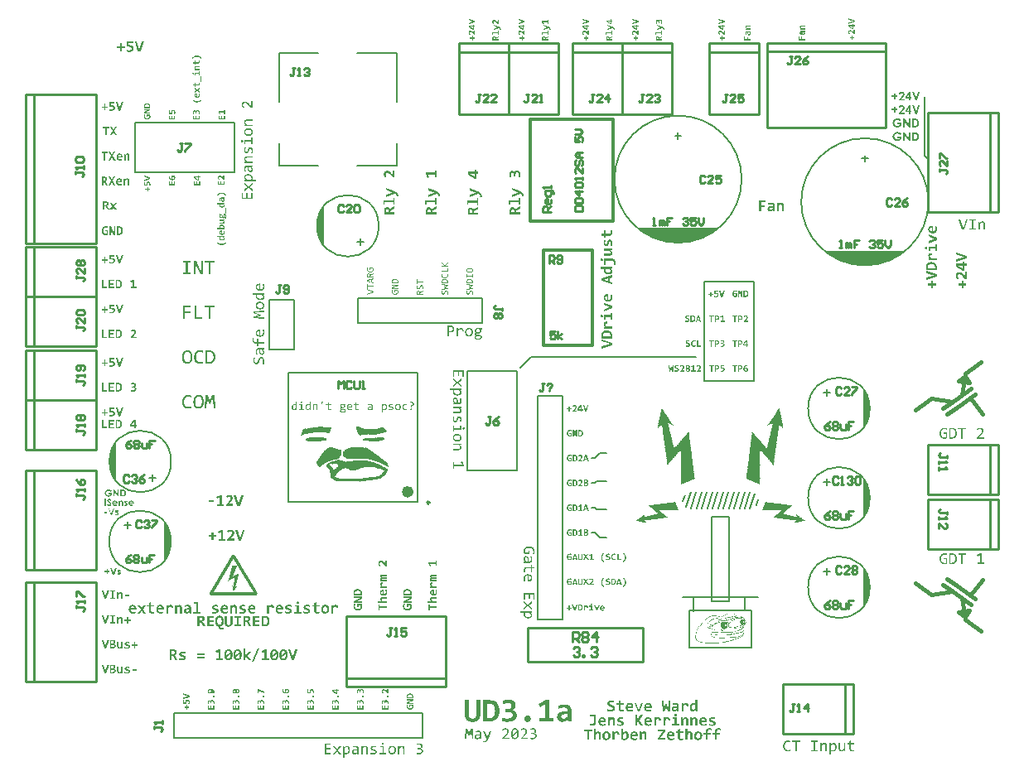
<source format=gto>
G04*
G04 #@! TF.GenerationSoftware,Altium Limited,Altium Designer,22.8.2 (66)*
G04*
G04 Layer_Color=65535*
%FSLAX44Y44*%
%MOMM*%
G71*
G04*
G04 #@! TF.SameCoordinates,7C791F3D-23B4-47E1-85F3-5240A64D0DC6*
G04*
G04*
G04 #@! TF.FilePolarity,Positive*
G04*
G01*
G75*
%ADD10C,0.2000*%
%ADD11C,0.6000*%
%ADD12C,0.2500*%
%ADD13C,0.3953*%
%ADD14C,0.2540*%
%ADD15C,0.3000*%
G36*
X1171356Y937440D02*
X1168468Y935051D01*
X1162181Y930967D01*
X1155466Y927634D01*
X1148413Y925094D01*
X1141114Y923382D01*
X1133667Y922520D01*
X1126171Y922520D01*
X1118724Y923382D01*
X1111425Y925094D01*
X1104372Y927634D01*
X1097657Y930967D01*
X1091370Y935051D01*
X1088482Y937440D01*
Y937482D01*
X1171356D01*
Y937440D01*
D02*
G37*
G36*
X767991Y919988D02*
X767991Y919988D01*
X767991D01*
Y919988D01*
X766302Y922075D01*
X763680Y926761D01*
X761889Y931823D01*
X760980Y937115D01*
X760980Y942485D01*
X761889Y947777D01*
X763680Y952839D01*
X766302Y957525D01*
X767990Y959612D01*
X767991Y919988D01*
D02*
G37*
G36*
X1362237Y914250D02*
X1359349Y911861D01*
X1353062Y907777D01*
X1346347Y904444D01*
X1339294Y901904D01*
X1331995Y900192D01*
X1324548Y899330D01*
X1317052Y899330D01*
X1309605Y900192D01*
X1302306Y901904D01*
X1295253Y904444D01*
X1288538Y907777D01*
X1282251Y911861D01*
X1279363Y914250D01*
Y914292D01*
X1362237D01*
Y914250D01*
D02*
G37*
G36*
X1233557Y753269D02*
X1233478Y753078D01*
X1233399Y752886D01*
X1233781Y752728D01*
X1233702Y752536D01*
X1233623Y752345D01*
X1233544Y752153D01*
X1233926Y751995D01*
X1233847Y751804D01*
X1233768Y751612D01*
X1233959Y751533D01*
X1233880Y751341D01*
X1233801Y751150D01*
X1233721Y750958D01*
X1234104Y750800D01*
X1234025Y750608D01*
X1233946Y750417D01*
X1234329Y750258D01*
X1234249Y750067D01*
X1234170Y749875D01*
X1234091Y749684D01*
X1234282Y749604D01*
X1234203Y749413D01*
X1234124Y749222D01*
X1234507Y749063D01*
X1234427Y748872D01*
X1234348Y748680D01*
X1234269Y748489D01*
X1234651Y748330D01*
X1234572Y748139D01*
X1234493Y747947D01*
X1234684Y747868D01*
X1234605Y747676D01*
X1234988Y747518D01*
X1234909Y747326D01*
X1234829Y747135D01*
X1234750Y746943D01*
X1234671Y746752D01*
X1235053Y746593D01*
X1234974Y746402D01*
X1235166Y746323D01*
X1235086Y746131D01*
X1235007Y745940D01*
X1234928Y745748D01*
X1234849Y745557D01*
X1235231Y745398D01*
X1235152Y745207D01*
X1235535Y745048D01*
X1235456Y744857D01*
X1235377Y744665D01*
X1235297Y744474D01*
X1235218Y744283D01*
X1235409Y744203D01*
X1235330Y744012D01*
X1235713Y743853D01*
X1235634Y743662D01*
X1235554Y743470D01*
X1235475Y743279D01*
X1235396Y743087D01*
X1235779Y742929D01*
X1235699Y742737D01*
X1235891Y742658D01*
X1235811Y742467D01*
X1235732Y742275D01*
X1235653Y742084D01*
X1235573Y741892D01*
X1235956Y741733D01*
X1235877Y741542D01*
X1236260Y741383D01*
X1236181Y741192D01*
X1236101Y741001D01*
X1236022Y740809D01*
X1235943Y740618D01*
X1236134Y740538D01*
X1236055Y740347D01*
X1236438Y740188D01*
X1236358Y739997D01*
X1236279Y739806D01*
X1236200Y739614D01*
X1236121Y739423D01*
X1236504Y739264D01*
X1236424Y739072D01*
X1236616Y738993D01*
X1236536Y738802D01*
X1236457Y738610D01*
X1236378Y738419D01*
X1236299Y738227D01*
X1236681Y738069D01*
X1236602Y737877D01*
X1236985Y737719D01*
X1236906Y737527D01*
X1236826Y737336D01*
X1236747Y737144D01*
X1236668Y736953D01*
X1236859Y736874D01*
X1236780Y736682D01*
X1237163Y736523D01*
X1237084Y736332D01*
X1237004Y736141D01*
X1236925Y735949D01*
X1236846Y735758D01*
X1237229Y735599D01*
X1237149Y735408D01*
X1237070Y735216D01*
X1236991Y735025D01*
X1237182Y734945D01*
X1237103Y734754D01*
X1237023Y734563D01*
X1237406Y734404D01*
X1237327Y734213D01*
X1237710Y734054D01*
X1237631Y733863D01*
X1237551Y733671D01*
X1237472Y733480D01*
X1237393Y733288D01*
X1237584Y733209D01*
X1237505Y733018D01*
X1237426Y732826D01*
X1237346Y732635D01*
X1237155Y732714D01*
X1237234Y732905D01*
X1237314Y733097D01*
X1236548Y733414D01*
X1236627Y733605D01*
X1236053Y733843D01*
X1236132Y734035D01*
X1236211Y734226D01*
X1235254Y734623D01*
X1235333Y734814D01*
X1235413Y735006D01*
X1234838Y735244D01*
X1234918Y735435D01*
X1233960Y735831D01*
X1234040Y736023D01*
X1234119Y736214D01*
X1233353Y736532D01*
X1233432Y736723D01*
X1233512Y736914D01*
X1233320Y736994D01*
X1233241Y736802D01*
X1233161Y736611D01*
X1233082Y736420D01*
X1233003Y736228D01*
X1232924Y736037D01*
X1233115Y735957D01*
X1233036Y735766D01*
X1232956Y735574D01*
X1232877Y735383D01*
X1232798Y735191D01*
X1232719Y735000D01*
X1233102Y734841D01*
X1233022Y734650D01*
X1232943Y734459D01*
X1232864Y734267D01*
X1232784Y734075D01*
X1232705Y733884D01*
X1232626Y733693D01*
X1232546Y733501D01*
X1232929Y733343D01*
X1232850Y733151D01*
X1232771Y732960D01*
X1232691Y732768D01*
X1232612Y732577D01*
X1232533Y732385D01*
X1232724Y732306D01*
X1232645Y732115D01*
X1232566Y731923D01*
X1232486Y731732D01*
X1232407Y731540D01*
X1232328Y731349D01*
X1232249Y731157D01*
X1232169Y730966D01*
X1232552Y730807D01*
X1232473Y730616D01*
X1232393Y730424D01*
X1232314Y730233D01*
X1232235Y730042D01*
X1232155Y729850D01*
X1232076Y729659D01*
X1232459Y729500D01*
X1232380Y729308D01*
X1232301Y729117D01*
X1232221Y728926D01*
X1232142Y728734D01*
X1232063Y728543D01*
X1231983Y728351D01*
X1231904Y728160D01*
X1232096Y728081D01*
X1232016Y727889D01*
X1231937Y727698D01*
X1231858Y727506D01*
X1231778Y727315D01*
X1231699Y727123D01*
X1231620Y726932D01*
X1231541Y726740D01*
X1231923Y726582D01*
X1231844Y726390D01*
X1231765Y726199D01*
X1231685Y726007D01*
X1231606Y725816D01*
X1231527Y725625D01*
X1231447Y725433D01*
X1231830Y725275D01*
X1231751Y725083D01*
X1231672Y724892D01*
X1231592Y724700D01*
X1231513Y724509D01*
X1231434Y724317D01*
X1231625Y724238D01*
X1231546Y724046D01*
X1231467Y723855D01*
X1231387Y723664D01*
X1231308Y723472D01*
X1231229Y723281D01*
X1231150Y723089D01*
X1231070Y722898D01*
X1231453Y722739D01*
X1231374Y722548D01*
X1231295Y722356D01*
X1231215Y722165D01*
X1231136Y721973D01*
X1231057Y721782D01*
X1230977Y721590D01*
X1230898Y721399D01*
X1231281Y721240D01*
X1231202Y721049D01*
X1231122Y720857D01*
X1231043Y720666D01*
X1230964Y720475D01*
X1230885Y720283D01*
X1230805Y720092D01*
X1230997Y720013D01*
X1230917Y719821D01*
X1230838Y719630D01*
X1230759Y719438D01*
X1230679Y719247D01*
X1230600Y719055D01*
X1230983Y718897D01*
X1230904Y718705D01*
X1230824Y718514D01*
X1230745Y718322D01*
X1230666Y718131D01*
X1230586Y717939D01*
X1230507Y717748D01*
X1230428Y717557D01*
X1230811Y717398D01*
X1230732Y717206D01*
X1230652Y717015D01*
X1230573Y716824D01*
X1230494Y716632D01*
X1230414Y716441D01*
X1230335Y716249D01*
X1230256Y716058D01*
X1230447Y715978D01*
X1230368Y715787D01*
X1230288Y715595D01*
X1230209Y715404D01*
X1230130Y715212D01*
X1230051Y715021D01*
X1229971Y714830D01*
X1230354Y714671D01*
X1230275Y714480D01*
X1230196Y714288D01*
X1230116Y714097D01*
X1230037Y713905D01*
X1229958Y713714D01*
X1229878Y713522D01*
X1229799Y713331D01*
X1230182Y713172D01*
X1230103Y712981D01*
X1230023Y712789D01*
X1229944Y712598D01*
X1229865Y712406D01*
X1229786Y712215D01*
X1229977Y712136D01*
X1229898Y711944D01*
X1229818Y711753D01*
X1229739Y711562D01*
X1229660Y711370D01*
X1229580Y711179D01*
X1229501Y710987D01*
X1229422Y710796D01*
X1229805Y710637D01*
X1229725Y710445D01*
X1229646Y710254D01*
X1229567Y710063D01*
X1229488Y709871D01*
X1229408Y709680D01*
X1229329Y709488D01*
X1229712Y709330D01*
X1229632Y709138D01*
X1229553Y708947D01*
X1229474Y708755D01*
X1229395Y708564D01*
X1229315Y708372D01*
X1229236Y708181D01*
X1229157Y707990D01*
X1229348Y707910D01*
X1229269Y707719D01*
X1229190Y707527D01*
X1229110Y707336D01*
X1229031Y707144D01*
X1228952Y706953D01*
X1229334Y706794D01*
X1229255Y706603D01*
X1229176Y706412D01*
X1229097Y706220D01*
X1229017Y706029D01*
X1228938Y705837D01*
X1228859Y705646D01*
X1228779Y705454D01*
X1229162Y705296D01*
X1229083Y705104D01*
X1229004Y704913D01*
X1228924Y704721D01*
X1228845Y704530D01*
X1228766Y704338D01*
X1228687Y704147D01*
X1228878Y704068D01*
X1228799Y703876D01*
X1228719Y703685D01*
X1228640Y703493D01*
X1228561Y703302D01*
X1228482Y703110D01*
X1228402Y702919D01*
X1228323Y702728D01*
X1228706Y702569D01*
X1228626Y702377D01*
X1228547Y702186D01*
X1228468Y701995D01*
X1228389Y701803D01*
X1228309Y701612D01*
X1228230Y701420D01*
X1228151Y701229D01*
X1228534Y701070D01*
X1228454Y700879D01*
X1228375Y700687D01*
X1228296Y700496D01*
X1228216Y700304D01*
X1228137Y700113D01*
X1228329Y700033D01*
X1228249Y699842D01*
X1228170Y699651D01*
X1228091Y699459D01*
X1228011Y699268D01*
X1227932Y699076D01*
X1227853Y698885D01*
X1228236Y698726D01*
X1228156Y698535D01*
X1228077Y698343D01*
X1227998Y698152D01*
X1227918Y697961D01*
X1227839Y697769D01*
X1227760Y697578D01*
X1227681Y697386D01*
X1228063Y697228D01*
X1227984Y697036D01*
X1227905Y696845D01*
X1227825Y696653D01*
X1227746Y696462D01*
X1227667Y696270D01*
X1227859Y696191D01*
X1227779Y696000D01*
X1227700Y695808D01*
X1227621Y695617D01*
X1227541Y695425D01*
X1227462Y695234D01*
X1226888Y695472D01*
X1226967Y695663D01*
X1227046Y695854D01*
X1226472Y696093D01*
X1226551Y696284D01*
X1225785Y696601D01*
X1225865Y696793D01*
X1225944Y696984D01*
X1225369Y697222D01*
X1225449Y697413D01*
X1225528Y697605D01*
X1225145Y697763D01*
X1225225Y697955D01*
X1224650Y698193D01*
X1224730Y698384D01*
X1224809Y698576D01*
X1224234Y698813D01*
X1224314Y699005D01*
X1224393Y699196D01*
X1223627Y699514D01*
X1223707Y699705D01*
X1223132Y699943D01*
X1223211Y700135D01*
X1223291Y700326D01*
X1222717Y700564D01*
X1222796Y700755D01*
X1222875Y700947D01*
X1222109Y701264D01*
X1222188Y701456D01*
X1221614Y701693D01*
X1221693Y701885D01*
X1221773Y702076D01*
X1221199Y702314D01*
X1221278Y702505D01*
X1221357Y702697D01*
X1220591Y703014D01*
X1220671Y703206D01*
X1220096Y703444D01*
X1220175Y703635D01*
X1220255Y703827D01*
X1219680Y704064D01*
X1219760Y704256D01*
X1219839Y704447D01*
X1219073Y704764D01*
X1219153Y704956D01*
X1218578Y705194D01*
X1218658Y705385D01*
X1218737Y705577D01*
X1218162Y705815D01*
X1218242Y706006D01*
X1218321Y706198D01*
X1217555Y706515D01*
X1217635Y706706D01*
X1217060Y706944D01*
X1217140Y707135D01*
X1217219Y707327D01*
X1216645Y707565D01*
X1216724Y707756D01*
X1216803Y707948D01*
X1216037Y708265D01*
X1216117Y708456D01*
X1215542Y708694D01*
X1215621Y708886D01*
X1215701Y709077D01*
X1215318Y709236D01*
X1215397Y709427D01*
X1215477Y709619D01*
X1214519Y710015D01*
X1214598Y710207D01*
X1214407Y710286D01*
X1214486Y710478D01*
X1214566Y710669D01*
X1213800Y710986D01*
X1213879Y711178D01*
X1213959Y711369D01*
X1213767Y711448D01*
X1213688Y711257D01*
X1213608Y711065D01*
X1213529Y710874D01*
X1213450Y710683D01*
X1213370Y710491D01*
X1213562Y710412D01*
X1213483Y710220D01*
X1213403Y710029D01*
X1213324Y709837D01*
X1213245Y709646D01*
X1213628Y709487D01*
X1213548Y709296D01*
X1213469Y709105D01*
X1213390Y708913D01*
X1213773Y708754D01*
X1213693Y708563D01*
X1213614Y708372D01*
X1213535Y708180D01*
X1213456Y707989D01*
X1213376Y707797D01*
X1213568Y707718D01*
X1213488Y707526D01*
X1213409Y707335D01*
X1213330Y707143D01*
X1213713Y706985D01*
X1213633Y706793D01*
X1213554Y706602D01*
X1213475Y706411D01*
X1213395Y706219D01*
X1213778Y706060D01*
X1213699Y705869D01*
X1213620Y705678D01*
X1213540Y705486D01*
X1213461Y705295D01*
X1213382Y705103D01*
X1213573Y705024D01*
X1213494Y704833D01*
X1213415Y704641D01*
X1213335Y704450D01*
X1213718Y704291D01*
X1213639Y704100D01*
X1213560Y703908D01*
X1213480Y703717D01*
X1213401Y703525D01*
X1213322Y703334D01*
X1213705Y703175D01*
X1213625Y702984D01*
X1213546Y702792D01*
X1213467Y702601D01*
X1213658Y702521D01*
X1213579Y702330D01*
X1213500Y702139D01*
X1213420Y701947D01*
X1213341Y701756D01*
X1213724Y701597D01*
X1213645Y701406D01*
X1213565Y701214D01*
X1213486Y701023D01*
X1213407Y700831D01*
X1213327Y700640D01*
X1213710Y700481D01*
X1213631Y700290D01*
X1213552Y700098D01*
X1213472Y699907D01*
X1213664Y699827D01*
X1213585Y699636D01*
X1213505Y699445D01*
X1213426Y699253D01*
X1213347Y699062D01*
X1213267Y698870D01*
X1213650Y698712D01*
X1213571Y698520D01*
X1213492Y698329D01*
X1213412Y698137D01*
X1213795Y697979D01*
X1213716Y697787D01*
X1213637Y697596D01*
X1213557Y697404D01*
X1213478Y697213D01*
X1213669Y697134D01*
X1213590Y696942D01*
X1213511Y696751D01*
X1213431Y696559D01*
X1213352Y696368D01*
X1213273Y696177D01*
X1213656Y696018D01*
X1213577Y695826D01*
X1213497Y695635D01*
X1213418Y695443D01*
X1213801Y695285D01*
X1213722Y695094D01*
X1213642Y694902D01*
X1213563Y694710D01*
X1213484Y694519D01*
X1213404Y694328D01*
X1213596Y694248D01*
X1213516Y694057D01*
X1213437Y693865D01*
X1213358Y693674D01*
X1213741Y693515D01*
X1213661Y693324D01*
X1213582Y693132D01*
X1213503Y692941D01*
X1213424Y692750D01*
X1213807Y692591D01*
X1213727Y692400D01*
X1213648Y692208D01*
X1213569Y692017D01*
X1213489Y691825D01*
X1213410Y691634D01*
X1213602Y691554D01*
X1213522Y691363D01*
X1213443Y691171D01*
X1213364Y690980D01*
X1213747Y690822D01*
X1213667Y690630D01*
X1213588Y690439D01*
X1213509Y690247D01*
X1213429Y690056D01*
X1213350Y689864D01*
X1213733Y689706D01*
X1213653Y689514D01*
X1213574Y689323D01*
X1213495Y689131D01*
X1213686Y689052D01*
X1213607Y688860D01*
X1213528Y688669D01*
X1213448Y688478D01*
X1213369Y688286D01*
X1213752Y688128D01*
X1213673Y687936D01*
X1213594Y687745D01*
X1213514Y687553D01*
X1213435Y687362D01*
X1213355Y687170D01*
X1213738Y687012D01*
X1213659Y686820D01*
X1213580Y686629D01*
X1213501Y686437D01*
X1213692Y686358D01*
X1213613Y686167D01*
X1213533Y685975D01*
X1213454Y685784D01*
X1213375Y685592D01*
X1213296Y685401D01*
X1213678Y685242D01*
X1213599Y685051D01*
X1213520Y684859D01*
X1213440Y684668D01*
X1213823Y684509D01*
X1213744Y684318D01*
X1213665Y684126D01*
X1213586Y683935D01*
X1213506Y683743D01*
X1213698Y683664D01*
X1213618Y683473D01*
X1213539Y683281D01*
X1213460Y683090D01*
X1213381Y682898D01*
X1213301Y682707D01*
X1213684Y682548D01*
X1213605Y682357D01*
X1213525Y682165D01*
X1213446Y681974D01*
X1213829Y681815D01*
X1213750Y681624D01*
X1213670Y681432D01*
X1213591Y681241D01*
X1213512Y681050D01*
X1213432Y680858D01*
X1213624Y680779D01*
X1213545Y680587D01*
X1213465Y680396D01*
X1213386Y680204D01*
X1213769Y680046D01*
X1213690Y679854D01*
X1213610Y679663D01*
X1213531Y679472D01*
X1213452Y679280D01*
X1213835Y679121D01*
X1213755Y678930D01*
X1213676Y678738D01*
X1213597Y678547D01*
X1213518Y678356D01*
X1213438Y678164D01*
X1213630Y678085D01*
X1213550Y677893D01*
X1213471Y677702D01*
X1213392Y677511D01*
X1213775Y677352D01*
X1213695Y677160D01*
X1213616Y676969D01*
X1213537Y676778D01*
X1213457Y676586D01*
X1213378Y676395D01*
X1213761Y676236D01*
X1213682Y676045D01*
X1213603Y675853D01*
X1213523Y675662D01*
X1213715Y675583D01*
X1213635Y675391D01*
X1213556Y675200D01*
X1199580Y680988D01*
X1199659Y681180D01*
X1199739Y681372D01*
X1199818Y681563D01*
X1199435Y681721D01*
X1199514Y681913D01*
X1199594Y682104D01*
X1199673Y682296D01*
X1199752Y682487D01*
X1199832Y682679D01*
X1199911Y682870D01*
X1199990Y683062D01*
X1199799Y683141D01*
X1199878Y683332D01*
X1199958Y683524D01*
X1200037Y683715D01*
X1200116Y683907D01*
X1200195Y684098D01*
X1199812Y684257D01*
X1199892Y684448D01*
X1199971Y684640D01*
X1200050Y684831D01*
X1200130Y685023D01*
X1200209Y685214D01*
X1200288Y685405D01*
X1200367Y685597D01*
X1199985Y685755D01*
X1200064Y685947D01*
X1200143Y686139D01*
X1200222Y686330D01*
X1200302Y686521D01*
X1200381Y686713D01*
X1200190Y686792D01*
X1200269Y686983D01*
X1200348Y687175D01*
X1200428Y687366D01*
X1200507Y687558D01*
X1200586Y687749D01*
X1200666Y687941D01*
X1200283Y688099D01*
X1200362Y688291D01*
X1200441Y688482D01*
X1200520Y688674D01*
X1200600Y688865D01*
X1200679Y689057D01*
X1200759Y689248D01*
X1200838Y689439D01*
X1200455Y689598D01*
X1200534Y689790D01*
X1200613Y689981D01*
X1200693Y690173D01*
X1200772Y690364D01*
X1200851Y690555D01*
X1200660Y690635D01*
X1200739Y690826D01*
X1200818Y691018D01*
X1200898Y691209D01*
X1200977Y691400D01*
X1201056Y691592D01*
X1201136Y691783D01*
X1201215Y691975D01*
X1200832Y692133D01*
X1200911Y692325D01*
X1200991Y692516D01*
X1201070Y692708D01*
X1201149Y692899D01*
X1201228Y693091D01*
X1201308Y693282D01*
X1200925Y693441D01*
X1201004Y693632D01*
X1201084Y693824D01*
X1201163Y694015D01*
X1201242Y694206D01*
X1201321Y694398D01*
X1201130Y694477D01*
X1201209Y694669D01*
X1201289Y694860D01*
X1201368Y695052D01*
X1201447Y695243D01*
X1201527Y695434D01*
X1201606Y695626D01*
X1201685Y695817D01*
X1201302Y695976D01*
X1201382Y696167D01*
X1201461Y696359D01*
X1201540Y696550D01*
X1201619Y696742D01*
X1201699Y696933D01*
X1201778Y697125D01*
X1201857Y697316D01*
X1201474Y697475D01*
X1201554Y697666D01*
X1201633Y697858D01*
X1201712Y698049D01*
X1201792Y698241D01*
X1201871Y698432D01*
X1201680Y698511D01*
X1201759Y698703D01*
X1201838Y698894D01*
X1201917Y699086D01*
X1201997Y699277D01*
X1202076Y699469D01*
X1202155Y699660D01*
X1201773Y699819D01*
X1201852Y700010D01*
X1201931Y700201D01*
X1202010Y700393D01*
X1202090Y700584D01*
X1202169Y700776D01*
X1202248Y700967D01*
X1202327Y701159D01*
X1201945Y701317D01*
X1202024Y701509D01*
X1202103Y701700D01*
X1202182Y701892D01*
X1202262Y702083D01*
X1202341Y702275D01*
X1202150Y702354D01*
X1202229Y702545D01*
X1202308Y702737D01*
X1202387Y702928D01*
X1202467Y703120D01*
X1202546Y703311D01*
X1202626Y703503D01*
X1202705Y703694D01*
X1202322Y703853D01*
X1202401Y704044D01*
X1202480Y704236D01*
X1202560Y704427D01*
X1202639Y704619D01*
X1202718Y704810D01*
X1202336Y704968D01*
X1202415Y705160D01*
X1202494Y705351D01*
X1202573Y705543D01*
X1202653Y705734D01*
X1202732Y705926D01*
X1202811Y706117D01*
X1202620Y706197D01*
X1202699Y706388D01*
X1202778Y706580D01*
X1202858Y706771D01*
X1202937Y706962D01*
X1203016Y707154D01*
X1203096Y707345D01*
X1203175Y707537D01*
X1202792Y707695D01*
X1202871Y707887D01*
X1202951Y708078D01*
X1203030Y708270D01*
X1203109Y708461D01*
X1203189Y708653D01*
X1202806Y708811D01*
X1202885Y709003D01*
X1202964Y709194D01*
X1203044Y709386D01*
X1203123Y709577D01*
X1203202Y709768D01*
X1203281Y709960D01*
X1203361Y710151D01*
X1203169Y710231D01*
X1203249Y710422D01*
X1203328Y710613D01*
X1203407Y710805D01*
X1203486Y710996D01*
X1203566Y711188D01*
X1203183Y711346D01*
X1203262Y711538D01*
X1203342Y711729D01*
X1203421Y711921D01*
X1203500Y712112D01*
X1203579Y712304D01*
X1203659Y712495D01*
X1203276Y712654D01*
X1203355Y712845D01*
X1203435Y713037D01*
X1203514Y713228D01*
X1203593Y713419D01*
X1203672Y713611D01*
X1203752Y713802D01*
X1203831Y713994D01*
X1203639Y714073D01*
X1203719Y714265D01*
X1203798Y714456D01*
X1203877Y714648D01*
X1203957Y714839D01*
X1204036Y715030D01*
X1203653Y715189D01*
X1203732Y715380D01*
X1203812Y715572D01*
X1203891Y715763D01*
X1203970Y715955D01*
X1204050Y716146D01*
X1204129Y716338D01*
X1204208Y716529D01*
X1203825Y716688D01*
X1203905Y716879D01*
X1203984Y717071D01*
X1204063Y717262D01*
X1204143Y717454D01*
X1204222Y717645D01*
X1204301Y717836D01*
X1204110Y717916D01*
X1204189Y718107D01*
X1204268Y718299D01*
X1204348Y718490D01*
X1204427Y718682D01*
X1204506Y718873D01*
X1204123Y719032D01*
X1204203Y719223D01*
X1204282Y719415D01*
X1204361Y719606D01*
X1204440Y719797D01*
X1204520Y719989D01*
X1204599Y720180D01*
X1204678Y720372D01*
X1204295Y720530D01*
X1204375Y720722D01*
X1204454Y720913D01*
X1204533Y721105D01*
X1204613Y721296D01*
X1204692Y721488D01*
X1204771Y721679D01*
X1204850Y721871D01*
X1204659Y721950D01*
X1204738Y722141D01*
X1204818Y722333D01*
X1204897Y722524D01*
X1204976Y722716D01*
X1205055Y722907D01*
X1204673Y723066D01*
X1204752Y723257D01*
X1204831Y723449D01*
X1204911Y723640D01*
X1204990Y723831D01*
X1205069Y724023D01*
X1205148Y724214D01*
X1204766Y724373D01*
X1204845Y724565D01*
X1204924Y724756D01*
X1205004Y724947D01*
X1205083Y725139D01*
X1205162Y725330D01*
X1205241Y725522D01*
X1205321Y725713D01*
X1205129Y725792D01*
X1205209Y725984D01*
X1205288Y726175D01*
X1205367Y726367D01*
X1205447Y726558D01*
X1205526Y726750D01*
X1205143Y726908D01*
X1205222Y727100D01*
X1205302Y727291D01*
X1205381Y727483D01*
X1205460Y727674D01*
X1205539Y727866D01*
X1205619Y728057D01*
X1205698Y728248D01*
X1205315Y728407D01*
X1205394Y728598D01*
X1205474Y728790D01*
X1205553Y728981D01*
X1205632Y729173D01*
X1205712Y729364D01*
X1206095Y729206D01*
X1206015Y729014D01*
X1205936Y728823D01*
X1206510Y728585D01*
X1206431Y728393D01*
X1206352Y728202D01*
X1207117Y727885D01*
X1207038Y727693D01*
X1207613Y727455D01*
X1207533Y727264D01*
X1207454Y727073D01*
X1208028Y726835D01*
X1207949Y726643D01*
X1207870Y726452D01*
X1208635Y726135D01*
X1208556Y725943D01*
X1209130Y725705D01*
X1209051Y725514D01*
X1208972Y725322D01*
X1209546Y725084D01*
X1209467Y724893D01*
X1209388Y724702D01*
X1210154Y724384D01*
X1210074Y724193D01*
X1210648Y723955D01*
X1210569Y723763D01*
X1210490Y723572D01*
X1211064Y723334D01*
X1210985Y723143D01*
X1210906Y722951D01*
X1211671Y722634D01*
X1211592Y722443D01*
X1212167Y722205D01*
X1212087Y722013D01*
X1212008Y721822D01*
X1212582Y721584D01*
X1212503Y721392D01*
X1212424Y721201D01*
X1213189Y720884D01*
X1213110Y720692D01*
X1213684Y720454D01*
X1213605Y720263D01*
X1213526Y720071D01*
X1214100Y719834D01*
X1214021Y719642D01*
X1213941Y719451D01*
X1214707Y719133D01*
X1214628Y718942D01*
X1215202Y718704D01*
X1215123Y718513D01*
X1215044Y718321D01*
X1215618Y718083D01*
X1215539Y717892D01*
X1215460Y717700D01*
X1216225Y717383D01*
X1216146Y717192D01*
X1216720Y716954D01*
X1216641Y716762D01*
X1216562Y716571D01*
X1217136Y716333D01*
X1217057Y716142D01*
X1216978Y715950D01*
X1217743Y715633D01*
X1217664Y715442D01*
X1218238Y715204D01*
X1218159Y715012D01*
X1218080Y714821D01*
X1218654Y714583D01*
X1218575Y714391D01*
X1218495Y714200D01*
X1219261Y713883D01*
X1219182Y713691D01*
X1219756Y713453D01*
X1219677Y713262D01*
X1219598Y713071D01*
X1220172Y712833D01*
X1220093Y712641D01*
X1220014Y712450D01*
X1220779Y712132D01*
X1220859Y712324D01*
X1220938Y712515D01*
X1221017Y712707D01*
X1221096Y712898D01*
X1220714Y713057D01*
X1220793Y713248D01*
X1220872Y713440D01*
X1220952Y713631D01*
X1221031Y713823D01*
X1221110Y714014D01*
X1221189Y714205D01*
X1221269Y714397D01*
X1221348Y714588D01*
X1221427Y714780D01*
X1221507Y714971D01*
X1221124Y715130D01*
X1221203Y715322D01*
X1221282Y715513D01*
X1221362Y715704D01*
X1221441Y715896D01*
X1221520Y716087D01*
X1221600Y716279D01*
X1221679Y716470D01*
X1221758Y716662D01*
X1221837Y716853D01*
X1221917Y717045D01*
X1221996Y717236D01*
X1221805Y717315D01*
X1221884Y717507D01*
X1221963Y717698D01*
X1222042Y717890D01*
X1222122Y718081D01*
X1222201Y718272D01*
X1222280Y718464D01*
X1222360Y718655D01*
X1222439Y718847D01*
X1222518Y719038D01*
X1222598Y719230D01*
X1222215Y719388D01*
X1222294Y719580D01*
X1222373Y719771D01*
X1222453Y719963D01*
X1222532Y720154D01*
X1222611Y720346D01*
X1222691Y720537D01*
X1222770Y720729D01*
X1222849Y720920D01*
X1222928Y721111D01*
X1223008Y721303D01*
X1223087Y721494D01*
X1223167Y721686D01*
X1222784Y721844D01*
X1222863Y722036D01*
X1222942Y722227D01*
X1223021Y722419D01*
X1223101Y722610D01*
X1223180Y722802D01*
X1223259Y722993D01*
X1223339Y723185D01*
X1223418Y723376D01*
X1223497Y723567D01*
X1223577Y723759D01*
X1223385Y723838D01*
X1223464Y724029D01*
X1223544Y724221D01*
X1223623Y724412D01*
X1223702Y724604D01*
X1223782Y724795D01*
X1223861Y724987D01*
X1223940Y725178D01*
X1224019Y725370D01*
X1224099Y725561D01*
X1224178Y725752D01*
X1223795Y725911D01*
X1223875Y726103D01*
X1223954Y726294D01*
X1224033Y726486D01*
X1224112Y726677D01*
X1224192Y726869D01*
X1224271Y727060D01*
X1224350Y727251D01*
X1224429Y727443D01*
X1224509Y727634D01*
X1224588Y727826D01*
X1224668Y728017D01*
X1224747Y728209D01*
X1224364Y728367D01*
X1224443Y728559D01*
X1224522Y728750D01*
X1224602Y728941D01*
X1224681Y729133D01*
X1224760Y729324D01*
X1224840Y729516D01*
X1224919Y729707D01*
X1224998Y729899D01*
X1225078Y730090D01*
X1225157Y730282D01*
X1224965Y730361D01*
X1225045Y730553D01*
X1225124Y730744D01*
X1225203Y730935D01*
X1225283Y731127D01*
X1225362Y731318D01*
X1225441Y731510D01*
X1225520Y731701D01*
X1225600Y731893D01*
X1225679Y732084D01*
X1225758Y732276D01*
X1225376Y732434D01*
X1225455Y732626D01*
X1225534Y732817D01*
X1225613Y733008D01*
X1225693Y733200D01*
X1225772Y733391D01*
X1225851Y733583D01*
X1225931Y733774D01*
X1226010Y733966D01*
X1226089Y734157D01*
X1226169Y734349D01*
X1226248Y734540D01*
X1225865Y734699D01*
X1225944Y734890D01*
X1226024Y735081D01*
X1226103Y735273D01*
X1226182Y735464D01*
X1226262Y735656D01*
X1226341Y735847D01*
X1226420Y736039D01*
X1226499Y736230D01*
X1226579Y736422D01*
X1226658Y736613D01*
X1226467Y736692D01*
X1226546Y736884D01*
X1226625Y737076D01*
X1226704Y737267D01*
X1226784Y737458D01*
X1226863Y737650D01*
X1226097Y737967D01*
X1226018Y737775D01*
X1225826Y737855D01*
X1225747Y737663D01*
X1225668Y737472D01*
X1225285Y737631D01*
X1225206Y737439D01*
X1225126Y737248D01*
X1224743Y737406D01*
X1224664Y737215D01*
X1224473Y737294D01*
X1224393Y737103D01*
X1224314Y736911D01*
X1223931Y737070D01*
X1223852Y736878D01*
X1223773Y736687D01*
X1223390Y736845D01*
X1223310Y736654D01*
X1223119Y736733D01*
X1223040Y736542D01*
X1222960Y736350D01*
X1222577Y736509D01*
X1222498Y736318D01*
X1222419Y736126D01*
X1222036Y736285D01*
X1221957Y736093D01*
X1221765Y736172D01*
X1221845Y736364D01*
X1221924Y736555D01*
X1222003Y736747D01*
X1222083Y736938D01*
X1222162Y737130D01*
X1222353Y737050D01*
X1222432Y737242D01*
X1222512Y737433D01*
X1222591Y737625D01*
X1222670Y737816D01*
X1222750Y738008D01*
X1222829Y738199D01*
X1223212Y738041D01*
X1223291Y738232D01*
X1223371Y738424D01*
X1223450Y738615D01*
X1223529Y738806D01*
X1223608Y738998D01*
X1223688Y739189D01*
X1223767Y739381D01*
X1223846Y739572D01*
X1223926Y739764D01*
X1224308Y739605D01*
X1224388Y739796D01*
X1224467Y739988D01*
X1224546Y740179D01*
X1224626Y740371D01*
X1224705Y740562D01*
X1224784Y740754D01*
X1224976Y740674D01*
X1225055Y740866D01*
X1225134Y741057D01*
X1225214Y741249D01*
X1225293Y741440D01*
X1225372Y741632D01*
X1225452Y741823D01*
X1225531Y742014D01*
X1225610Y742206D01*
X1225689Y742397D01*
X1226072Y742239D01*
X1226152Y742430D01*
X1226231Y742622D01*
X1226310Y742813D01*
X1226390Y743005D01*
X1226469Y743196D01*
X1226548Y743388D01*
X1226628Y743579D01*
X1226707Y743771D01*
X1227090Y743612D01*
X1227169Y743803D01*
X1227248Y743995D01*
X1227327Y744186D01*
X1227407Y744378D01*
X1227486Y744569D01*
X1227565Y744761D01*
X1227645Y744952D01*
X1227724Y745143D01*
X1227915Y745064D01*
X1227995Y745256D01*
X1228074Y745447D01*
X1228153Y745639D01*
X1228233Y745830D01*
X1228312Y746021D01*
X1228391Y746213D01*
X1228471Y746404D01*
X1228550Y746596D01*
X1228629Y746787D01*
X1229012Y746629D01*
X1229091Y746820D01*
X1229171Y747011D01*
X1229250Y747203D01*
X1229329Y747394D01*
X1229409Y747586D01*
X1229488Y747777D01*
X1229567Y747969D01*
X1229647Y748160D01*
X1230030Y748002D01*
X1230109Y748193D01*
X1230188Y748385D01*
X1230267Y748576D01*
X1230347Y748767D01*
X1230426Y748959D01*
X1230505Y749150D01*
X1230585Y749342D01*
X1230664Y749533D01*
X1230855Y749454D01*
X1230935Y749645D01*
X1231014Y749837D01*
X1231093Y750028D01*
X1231172Y750220D01*
X1231252Y750411D01*
X1231331Y750603D01*
X1231410Y750794D01*
X1231490Y750985D01*
X1231569Y751177D01*
X1231952Y751018D01*
X1232031Y751210D01*
X1232111Y751401D01*
X1232190Y751593D01*
X1232269Y751784D01*
X1232348Y751976D01*
X1232428Y752167D01*
X1232507Y752359D01*
X1232586Y752550D01*
X1232666Y752741D01*
X1232745Y752933D01*
X1233128Y752774D01*
X1233207Y752966D01*
X1233287Y753157D01*
X1233366Y753348D01*
X1233557Y753269D01*
D02*
G37*
G36*
X1113255Y753157D02*
X1113334Y752966D01*
X1113413Y752774D01*
X1113796Y752933D01*
X1113876Y752741D01*
X1113955Y752550D01*
X1114034Y752359D01*
X1114113Y752167D01*
X1114193Y751976D01*
X1114272Y751784D01*
X1114351Y751593D01*
X1114431Y751401D01*
X1114510Y751210D01*
X1114589Y751018D01*
X1114972Y751177D01*
X1115051Y750985D01*
X1115131Y750794D01*
X1115210Y750603D01*
X1115289Y750411D01*
X1115369Y750220D01*
X1115448Y750028D01*
X1115527Y749837D01*
X1115607Y749645D01*
X1115686Y749454D01*
X1115877Y749533D01*
X1115957Y749342D01*
X1116036Y749150D01*
X1116115Y748959D01*
X1116195Y748767D01*
X1116274Y748576D01*
X1116353Y748385D01*
X1116432Y748193D01*
X1116512Y748002D01*
X1116895Y748160D01*
X1116974Y747969D01*
X1117053Y747777D01*
X1117133Y747586D01*
X1117212Y747394D01*
X1117291Y747203D01*
X1117371Y747011D01*
X1117450Y746820D01*
X1117529Y746629D01*
X1117912Y746787D01*
X1117991Y746596D01*
X1118071Y746404D01*
X1118150Y746213D01*
X1118229Y746021D01*
X1118308Y745830D01*
X1118388Y745639D01*
X1118467Y745447D01*
X1118546Y745256D01*
X1118626Y745064D01*
X1118817Y745143D01*
X1118896Y744952D01*
X1118976Y744761D01*
X1119055Y744569D01*
X1119134Y744378D01*
X1119214Y744186D01*
X1119293Y743995D01*
X1119372Y743803D01*
X1119452Y743612D01*
X1119834Y743771D01*
X1119914Y743579D01*
X1119993Y743388D01*
X1120072Y743196D01*
X1120152Y743005D01*
X1120231Y742813D01*
X1120310Y742622D01*
X1120389Y742430D01*
X1120469Y742239D01*
X1120852Y742397D01*
X1120931Y742206D01*
X1121010Y742014D01*
X1121090Y741823D01*
X1121169Y741632D01*
X1121248Y741440D01*
X1121328Y741249D01*
X1121407Y741057D01*
X1121486Y740866D01*
X1121565Y740674D01*
X1121757Y740754D01*
X1121836Y740562D01*
X1121916Y740371D01*
X1121995Y740179D01*
X1122074Y739988D01*
X1122153Y739796D01*
X1122233Y739605D01*
X1122616Y739764D01*
X1122695Y739572D01*
X1122774Y739381D01*
X1122854Y739189D01*
X1122933Y738998D01*
X1123012Y738806D01*
X1123092Y738615D01*
X1123171Y738424D01*
X1123250Y738232D01*
X1123329Y738041D01*
X1123712Y738199D01*
X1123792Y738008D01*
X1123871Y737816D01*
X1123950Y737625D01*
X1124029Y737433D01*
X1124109Y737242D01*
X1124188Y737050D01*
X1124379Y737130D01*
X1124459Y736938D01*
X1124538Y736747D01*
X1124617Y736555D01*
X1124697Y736364D01*
X1124776Y736172D01*
X1124585Y736093D01*
X1124505Y736285D01*
X1124122Y736126D01*
X1124043Y736318D01*
X1123964Y736509D01*
X1123581Y736350D01*
X1123502Y736542D01*
X1123422Y736733D01*
X1123231Y736654D01*
X1123151Y736845D01*
X1122768Y736687D01*
X1122689Y736878D01*
X1122610Y737070D01*
X1122227Y736911D01*
X1122148Y737103D01*
X1122069Y737294D01*
X1121877Y737215D01*
X1121798Y737406D01*
X1121415Y737248D01*
X1121336Y737439D01*
X1121256Y737631D01*
X1120873Y737472D01*
X1120794Y737663D01*
X1120715Y737855D01*
X1120523Y737775D01*
X1120444Y737967D01*
X1119678Y737650D01*
X1119757Y737458D01*
X1119837Y737267D01*
X1119916Y737076D01*
X1119995Y736884D01*
X1120075Y736692D01*
X1119883Y736613D01*
X1119962Y736422D01*
X1120042Y736230D01*
X1120121Y736039D01*
X1120200Y735847D01*
X1120280Y735656D01*
X1120359Y735464D01*
X1120438Y735273D01*
X1120518Y735081D01*
X1120597Y734890D01*
X1120676Y734699D01*
X1120293Y734540D01*
X1120373Y734349D01*
X1120452Y734157D01*
X1120531Y733966D01*
X1120611Y733774D01*
X1120690Y733583D01*
X1120769Y733391D01*
X1120848Y733200D01*
X1120928Y733008D01*
X1121007Y732817D01*
X1121086Y732626D01*
X1121166Y732434D01*
X1120783Y732276D01*
X1120862Y732084D01*
X1120941Y731893D01*
X1121021Y731701D01*
X1121100Y731510D01*
X1121179Y731318D01*
X1121259Y731127D01*
X1121338Y730935D01*
X1121417Y730744D01*
X1121497Y730553D01*
X1121576Y730361D01*
X1121384Y730282D01*
X1121464Y730090D01*
X1121543Y729899D01*
X1121622Y729707D01*
X1121702Y729516D01*
X1121781Y729324D01*
X1121860Y729133D01*
X1121939Y728941D01*
X1122019Y728750D01*
X1122098Y728559D01*
X1122177Y728367D01*
X1121795Y728209D01*
X1121874Y728017D01*
X1121953Y727826D01*
X1122032Y727634D01*
X1122112Y727443D01*
X1122191Y727251D01*
X1122270Y727060D01*
X1122349Y726869D01*
X1122429Y726677D01*
X1122508Y726486D01*
X1122587Y726294D01*
X1122667Y726103D01*
X1122746Y725911D01*
X1122363Y725752D01*
X1122442Y725561D01*
X1122522Y725370D01*
X1122601Y725178D01*
X1122680Y724987D01*
X1122760Y724795D01*
X1122839Y724604D01*
X1122918Y724412D01*
X1122998Y724221D01*
X1123077Y724029D01*
X1123156Y723838D01*
X1122965Y723759D01*
X1123044Y723567D01*
X1123123Y723376D01*
X1123203Y723185D01*
X1123282Y722993D01*
X1123361Y722802D01*
X1123440Y722610D01*
X1123520Y722419D01*
X1123599Y722227D01*
X1123678Y722036D01*
X1123758Y721844D01*
X1123375Y721686D01*
X1123454Y721494D01*
X1123533Y721303D01*
X1123613Y721111D01*
X1123692Y720920D01*
X1123771Y720729D01*
X1123850Y720537D01*
X1123930Y720346D01*
X1124009Y720154D01*
X1124088Y719963D01*
X1124168Y719771D01*
X1124247Y719580D01*
X1124326Y719388D01*
X1123943Y719230D01*
X1124023Y719038D01*
X1124102Y718847D01*
X1124182Y718655D01*
X1124261Y718464D01*
X1124340Y718272D01*
X1124419Y718081D01*
X1124499Y717890D01*
X1124578Y717698D01*
X1124657Y717507D01*
X1124737Y717315D01*
X1124545Y717236D01*
X1124624Y717045D01*
X1124704Y716853D01*
X1124783Y716662D01*
X1124862Y716470D01*
X1124942Y716279D01*
X1125021Y716087D01*
X1125100Y715896D01*
X1125180Y715704D01*
X1125259Y715513D01*
X1125338Y715322D01*
X1125417Y715130D01*
X1125034Y714971D01*
X1125114Y714780D01*
X1125193Y714588D01*
X1125273Y714397D01*
X1125352Y714205D01*
X1125431Y714014D01*
X1125510Y713823D01*
X1125590Y713631D01*
X1125669Y713440D01*
X1125748Y713248D01*
X1125827Y713057D01*
X1125445Y712898D01*
X1125524Y712707D01*
X1125603Y712515D01*
X1125683Y712324D01*
X1125762Y712132D01*
X1126528Y712450D01*
X1126448Y712641D01*
X1126369Y712833D01*
X1126943Y713071D01*
X1126864Y713262D01*
X1126785Y713453D01*
X1127359Y713691D01*
X1127280Y713883D01*
X1128046Y714200D01*
X1127966Y714391D01*
X1127887Y714583D01*
X1128461Y714821D01*
X1128382Y715012D01*
X1128303Y715204D01*
X1128877Y715442D01*
X1128798Y715633D01*
X1129564Y715950D01*
X1129484Y716142D01*
X1129405Y716333D01*
X1129979Y716571D01*
X1129900Y716762D01*
X1129821Y716954D01*
X1130395Y717192D01*
X1130316Y717383D01*
X1131082Y717700D01*
X1131002Y717892D01*
X1130923Y718083D01*
X1131497Y718321D01*
X1131418Y718513D01*
X1131339Y718704D01*
X1131913Y718942D01*
X1131834Y719133D01*
X1132600Y719451D01*
X1132520Y719642D01*
X1132441Y719834D01*
X1133015Y720071D01*
X1132936Y720263D01*
X1132857Y720454D01*
X1133431Y720692D01*
X1133352Y720884D01*
X1134118Y721201D01*
X1134038Y721392D01*
X1133959Y721584D01*
X1134533Y721822D01*
X1134454Y722013D01*
X1134375Y722205D01*
X1134949Y722443D01*
X1134870Y722634D01*
X1135636Y722951D01*
X1135556Y723143D01*
X1135477Y723334D01*
X1136051Y723572D01*
X1135972Y723763D01*
X1135893Y723955D01*
X1136467Y724193D01*
X1136388Y724384D01*
X1137154Y724702D01*
X1137074Y724893D01*
X1136995Y725084D01*
X1137569Y725322D01*
X1137490Y725514D01*
X1137411Y725705D01*
X1137985Y725943D01*
X1137906Y726135D01*
X1138671Y726452D01*
X1138592Y726643D01*
X1138513Y726835D01*
X1139087Y727073D01*
X1139008Y727264D01*
X1138929Y727455D01*
X1139503Y727693D01*
X1139424Y727885D01*
X1140190Y728202D01*
X1140110Y728393D01*
X1140031Y728585D01*
X1140605Y728823D01*
X1140526Y729014D01*
X1140447Y729206D01*
X1140830Y729364D01*
X1140909Y729173D01*
X1140988Y728981D01*
X1141068Y728790D01*
X1141147Y728598D01*
X1141226Y728407D01*
X1140843Y728248D01*
X1140922Y728057D01*
X1141002Y727866D01*
X1141081Y727674D01*
X1141160Y727483D01*
X1141240Y727291D01*
X1141319Y727100D01*
X1141398Y726908D01*
X1141015Y726750D01*
X1141095Y726558D01*
X1141174Y726367D01*
X1141253Y726175D01*
X1141333Y725984D01*
X1141412Y725792D01*
X1141220Y725713D01*
X1141300Y725522D01*
X1141379Y725330D01*
X1141458Y725139D01*
X1141538Y724947D01*
X1141617Y724756D01*
X1141696Y724565D01*
X1141776Y724373D01*
X1141393Y724214D01*
X1141472Y724023D01*
X1141551Y723831D01*
X1141631Y723640D01*
X1141710Y723449D01*
X1141789Y723257D01*
X1141869Y723066D01*
X1141486Y722907D01*
X1141565Y722716D01*
X1141644Y722524D01*
X1141723Y722333D01*
X1141803Y722141D01*
X1141882Y721950D01*
X1141691Y721871D01*
X1141770Y721679D01*
X1141849Y721488D01*
X1141929Y721296D01*
X1142008Y721105D01*
X1142087Y720913D01*
X1142166Y720722D01*
X1142246Y720530D01*
X1141863Y720372D01*
X1141942Y720180D01*
X1142021Y719989D01*
X1142101Y719797D01*
X1142180Y719606D01*
X1142259Y719415D01*
X1142339Y719223D01*
X1142418Y719032D01*
X1142035Y718873D01*
X1142114Y718682D01*
X1142194Y718490D01*
X1142273Y718299D01*
X1142352Y718107D01*
X1142431Y717916D01*
X1142240Y717836D01*
X1142319Y717645D01*
X1142399Y717454D01*
X1142478Y717262D01*
X1142557Y717071D01*
X1142637Y716879D01*
X1142716Y716688D01*
X1142333Y716529D01*
X1142412Y716338D01*
X1142492Y716146D01*
X1142571Y715955D01*
X1142650Y715763D01*
X1142729Y715572D01*
X1142809Y715380D01*
X1142888Y715189D01*
X1142505Y715030D01*
X1142585Y714839D01*
X1142664Y714648D01*
X1142743Y714456D01*
X1142822Y714265D01*
X1142902Y714073D01*
X1142710Y713994D01*
X1142789Y713802D01*
X1142869Y713611D01*
X1142948Y713419D01*
X1143027Y713228D01*
X1143107Y713037D01*
X1143186Y712845D01*
X1143265Y712654D01*
X1142883Y712495D01*
X1142962Y712304D01*
X1143041Y712112D01*
X1143120Y711921D01*
X1143200Y711729D01*
X1143279Y711538D01*
X1143358Y711346D01*
X1142975Y711188D01*
X1143055Y710996D01*
X1143134Y710805D01*
X1143213Y710613D01*
X1143293Y710422D01*
X1143372Y710231D01*
X1143180Y710151D01*
X1143260Y709960D01*
X1143339Y709768D01*
X1143418Y709577D01*
X1143498Y709386D01*
X1143577Y709194D01*
X1143656Y709003D01*
X1143736Y708811D01*
X1143353Y708653D01*
X1143432Y708461D01*
X1143511Y708270D01*
X1143590Y708078D01*
X1143670Y707887D01*
X1143749Y707695D01*
X1143366Y707537D01*
X1143445Y707345D01*
X1143525Y707154D01*
X1143604Y706962D01*
X1143683Y706771D01*
X1143763Y706580D01*
X1143842Y706388D01*
X1143921Y706197D01*
X1143730Y706117D01*
X1143809Y705926D01*
X1143888Y705734D01*
X1143968Y705543D01*
X1144047Y705351D01*
X1144126Y705160D01*
X1144206Y704968D01*
X1143823Y704810D01*
X1143902Y704619D01*
X1143981Y704427D01*
X1144061Y704236D01*
X1144140Y704044D01*
X1144219Y703853D01*
X1143837Y703694D01*
X1143916Y703503D01*
X1143995Y703311D01*
X1144074Y703120D01*
X1144154Y702928D01*
X1144233Y702737D01*
X1144312Y702545D01*
X1144392Y702354D01*
X1144200Y702275D01*
X1144279Y702083D01*
X1144359Y701892D01*
X1144438Y701700D01*
X1144517Y701509D01*
X1144597Y701317D01*
X1144214Y701159D01*
X1144293Y700967D01*
X1144372Y700776D01*
X1144452Y700584D01*
X1144531Y700393D01*
X1144610Y700201D01*
X1144689Y700010D01*
X1144769Y699819D01*
X1144386Y699660D01*
X1144465Y699469D01*
X1144545Y699277D01*
X1144624Y699086D01*
X1144703Y698894D01*
X1144782Y698703D01*
X1144862Y698511D01*
X1144670Y698432D01*
X1144750Y698241D01*
X1144829Y698049D01*
X1144908Y697858D01*
X1144987Y697666D01*
X1145067Y697475D01*
X1144684Y697316D01*
X1144763Y697125D01*
X1144842Y696933D01*
X1144922Y696742D01*
X1145001Y696550D01*
X1145080Y696359D01*
X1145160Y696167D01*
X1145239Y695976D01*
X1144856Y695817D01*
X1144935Y695626D01*
X1145015Y695434D01*
X1145094Y695243D01*
X1145173Y695052D01*
X1145253Y694860D01*
X1145332Y694669D01*
X1145411Y694477D01*
X1145220Y694398D01*
X1145299Y694206D01*
X1145378Y694015D01*
X1145458Y693824D01*
X1145537Y693632D01*
X1145616Y693441D01*
X1145233Y693282D01*
X1145313Y693091D01*
X1145392Y692899D01*
X1145471Y692708D01*
X1145551Y692516D01*
X1145630Y692325D01*
X1145709Y692133D01*
X1145326Y691975D01*
X1145406Y691783D01*
X1145485Y691592D01*
X1145564Y691400D01*
X1145643Y691209D01*
X1145723Y691018D01*
X1145802Y690826D01*
X1145881Y690635D01*
X1145690Y690555D01*
X1145769Y690364D01*
X1145848Y690173D01*
X1145928Y689981D01*
X1146007Y689790D01*
X1146086Y689598D01*
X1145704Y689439D01*
X1145783Y689248D01*
X1145862Y689057D01*
X1145941Y688865D01*
X1146021Y688674D01*
X1146100Y688482D01*
X1146179Y688291D01*
X1146259Y688099D01*
X1145876Y687941D01*
X1145955Y687749D01*
X1146034Y687558D01*
X1146114Y687366D01*
X1146193Y687175D01*
X1146272Y686983D01*
X1146352Y686792D01*
X1146160Y686713D01*
X1146239Y686521D01*
X1146319Y686330D01*
X1146398Y686139D01*
X1146477Y685947D01*
X1146557Y685755D01*
X1146174Y685597D01*
X1146253Y685405D01*
X1146332Y685214D01*
X1146412Y685023D01*
X1146491Y684831D01*
X1146570Y684640D01*
X1146649Y684448D01*
X1146729Y684257D01*
X1146346Y684098D01*
X1146425Y683907D01*
X1146504Y683715D01*
X1146584Y683524D01*
X1146663Y683332D01*
X1146742Y683141D01*
X1146551Y683062D01*
X1146630Y682870D01*
X1146710Y682679D01*
X1146789Y682487D01*
X1146868Y682296D01*
X1146947Y682104D01*
X1147027Y681913D01*
X1147106Y681721D01*
X1146723Y681563D01*
X1146803Y681372D01*
X1146882Y681180D01*
X1146961Y680988D01*
X1132985Y675200D01*
X1132906Y675391D01*
X1132827Y675583D01*
X1133018Y675662D01*
X1132939Y675853D01*
X1132859Y676045D01*
X1132780Y676236D01*
X1133163Y676395D01*
X1133084Y676586D01*
X1133005Y676778D01*
X1132925Y676969D01*
X1132846Y677160D01*
X1132767Y677352D01*
X1133149Y677511D01*
X1133070Y677702D01*
X1132991Y677893D01*
X1132912Y678085D01*
X1133103Y678164D01*
X1133024Y678356D01*
X1132944Y678547D01*
X1132865Y678738D01*
X1132786Y678930D01*
X1132706Y679121D01*
X1133089Y679280D01*
X1133010Y679472D01*
X1132931Y679663D01*
X1132851Y679854D01*
X1132772Y680046D01*
X1133155Y680204D01*
X1133076Y680396D01*
X1132997Y680587D01*
X1132917Y680779D01*
X1133109Y680858D01*
X1133029Y681050D01*
X1132950Y681241D01*
X1132871Y681432D01*
X1132791Y681624D01*
X1132712Y681815D01*
X1133095Y681974D01*
X1133016Y682165D01*
X1132936Y682357D01*
X1132857Y682548D01*
X1133240Y682707D01*
X1133161Y682898D01*
X1133081Y683090D01*
X1133002Y683281D01*
X1132923Y683473D01*
X1132843Y683664D01*
X1133035Y683743D01*
X1132955Y683935D01*
X1132876Y684126D01*
X1132797Y684318D01*
X1132718Y684509D01*
X1133101Y684668D01*
X1133021Y684859D01*
X1132942Y685051D01*
X1132863Y685242D01*
X1133246Y685401D01*
X1133166Y685592D01*
X1133087Y685784D01*
X1133008Y685975D01*
X1132928Y686167D01*
X1132849Y686358D01*
X1133041Y686437D01*
X1132961Y686629D01*
X1132882Y686820D01*
X1132803Y687012D01*
X1133186Y687170D01*
X1133106Y687362D01*
X1133027Y687553D01*
X1132948Y687745D01*
X1132868Y687936D01*
X1132789Y688128D01*
X1133172Y688286D01*
X1133093Y688478D01*
X1133014Y688669D01*
X1132934Y688860D01*
X1132855Y689052D01*
X1133046Y689131D01*
X1132967Y689323D01*
X1132888Y689514D01*
X1132808Y689706D01*
X1133191Y689864D01*
X1133112Y690056D01*
X1133033Y690247D01*
X1132953Y690439D01*
X1132874Y690630D01*
X1132795Y690822D01*
X1133177Y690980D01*
X1133098Y691171D01*
X1133019Y691363D01*
X1132940Y691554D01*
X1133131Y691634D01*
X1133052Y691825D01*
X1132972Y692017D01*
X1132893Y692208D01*
X1132814Y692400D01*
X1132735Y692591D01*
X1133118Y692750D01*
X1133038Y692941D01*
X1132959Y693132D01*
X1132880Y693324D01*
X1132800Y693515D01*
X1133183Y693674D01*
X1133104Y693865D01*
X1133025Y694057D01*
X1132945Y694248D01*
X1133137Y694328D01*
X1133058Y694519D01*
X1132978Y694710D01*
X1132899Y694902D01*
X1132820Y695094D01*
X1132740Y695285D01*
X1133123Y695443D01*
X1133044Y695635D01*
X1132965Y695826D01*
X1132885Y696018D01*
X1133268Y696177D01*
X1133189Y696368D01*
X1133110Y696559D01*
X1133030Y696751D01*
X1132951Y696942D01*
X1132872Y697134D01*
X1133063Y697213D01*
X1132984Y697404D01*
X1132905Y697596D01*
X1132825Y697787D01*
X1132746Y697979D01*
X1133129Y698137D01*
X1133049Y698329D01*
X1132970Y698520D01*
X1132891Y698712D01*
X1133274Y698870D01*
X1133195Y699062D01*
X1133115Y699253D01*
X1133036Y699445D01*
X1132957Y699636D01*
X1132877Y699827D01*
X1133069Y699907D01*
X1132989Y700098D01*
X1132910Y700290D01*
X1132831Y700481D01*
X1133214Y700640D01*
X1133135Y700831D01*
X1133055Y701023D01*
X1132976Y701214D01*
X1132897Y701406D01*
X1132817Y701597D01*
X1133200Y701756D01*
X1133121Y701947D01*
X1133042Y702139D01*
X1132962Y702330D01*
X1132883Y702521D01*
X1133074Y702601D01*
X1132995Y702792D01*
X1132916Y702984D01*
X1132837Y703175D01*
X1133220Y703334D01*
X1133140Y703525D01*
X1133061Y703717D01*
X1132982Y703908D01*
X1132902Y704100D01*
X1132823Y704291D01*
X1133206Y704450D01*
X1133127Y704641D01*
X1133047Y704833D01*
X1132968Y705024D01*
X1133159Y705103D01*
X1133080Y705295D01*
X1133001Y705486D01*
X1132921Y705678D01*
X1132842Y705869D01*
X1132763Y706060D01*
X1133146Y706219D01*
X1133066Y706411D01*
X1132987Y706602D01*
X1132908Y706793D01*
X1132829Y706985D01*
X1133211Y707143D01*
X1133132Y707335D01*
X1133053Y707526D01*
X1132973Y707718D01*
X1133165Y707797D01*
X1133086Y707989D01*
X1133006Y708180D01*
X1132927Y708372D01*
X1132848Y708563D01*
X1132768Y708754D01*
X1133151Y708913D01*
X1133072Y709105D01*
X1132993Y709296D01*
X1132914Y709487D01*
X1133296Y709646D01*
X1133217Y709837D01*
X1133138Y710029D01*
X1133058Y710220D01*
X1132979Y710412D01*
X1133171Y710491D01*
X1133091Y710683D01*
X1133012Y710874D01*
X1132933Y711065D01*
X1132853Y711257D01*
X1132774Y711448D01*
X1132583Y711369D01*
X1132662Y711178D01*
X1132741Y710986D01*
X1131975Y710669D01*
X1132055Y710478D01*
X1132134Y710286D01*
X1131943Y710207D01*
X1132022Y710015D01*
X1131065Y709619D01*
X1131144Y709427D01*
X1131223Y709236D01*
X1130841Y709077D01*
X1130920Y708886D01*
X1130999Y708694D01*
X1130425Y708456D01*
X1130504Y708265D01*
X1129738Y707948D01*
X1129817Y707756D01*
X1129897Y707565D01*
X1129322Y707327D01*
X1129402Y707135D01*
X1129481Y706944D01*
X1128907Y706706D01*
X1128986Y706515D01*
X1128220Y706198D01*
X1128299Y706006D01*
X1128379Y705815D01*
X1127804Y705577D01*
X1127884Y705385D01*
X1127963Y705194D01*
X1127389Y704956D01*
X1127468Y704764D01*
X1126702Y704447D01*
X1126781Y704256D01*
X1126861Y704064D01*
X1126286Y703827D01*
X1126366Y703635D01*
X1126445Y703444D01*
X1125871Y703206D01*
X1125950Y703014D01*
X1125184Y702697D01*
X1125263Y702505D01*
X1125343Y702314D01*
X1124768Y702076D01*
X1124848Y701885D01*
X1124927Y701693D01*
X1124353Y701456D01*
X1124432Y701264D01*
X1123666Y700947D01*
X1123745Y700755D01*
X1123825Y700564D01*
X1123251Y700326D01*
X1123330Y700135D01*
X1123409Y699943D01*
X1122835Y699705D01*
X1122914Y699514D01*
X1122148Y699196D01*
X1122227Y699005D01*
X1122307Y698813D01*
X1121732Y698576D01*
X1121812Y698384D01*
X1121891Y698193D01*
X1121317Y697955D01*
X1121396Y697763D01*
X1121013Y697605D01*
X1121093Y697413D01*
X1121172Y697222D01*
X1120597Y696984D01*
X1120677Y696793D01*
X1120756Y696601D01*
X1119990Y696284D01*
X1120069Y696093D01*
X1119495Y695854D01*
X1119574Y695663D01*
X1119654Y695472D01*
X1119079Y695234D01*
X1119000Y695425D01*
X1118921Y695617D01*
X1118841Y695808D01*
X1118762Y696000D01*
X1118683Y696191D01*
X1118874Y696270D01*
X1118795Y696462D01*
X1118716Y696653D01*
X1118636Y696845D01*
X1118557Y697036D01*
X1118478Y697228D01*
X1118861Y697386D01*
X1118781Y697578D01*
X1118702Y697769D01*
X1118623Y697961D01*
X1118543Y698152D01*
X1118464Y698343D01*
X1118385Y698535D01*
X1118306Y698726D01*
X1118688Y698885D01*
X1118609Y699076D01*
X1118530Y699268D01*
X1118450Y699459D01*
X1118371Y699651D01*
X1118292Y699842D01*
X1118213Y700033D01*
X1118404Y700113D01*
X1118325Y700304D01*
X1118245Y700496D01*
X1118166Y700687D01*
X1118087Y700879D01*
X1118008Y701070D01*
X1118391Y701229D01*
X1118311Y701420D01*
X1118232Y701612D01*
X1118153Y701803D01*
X1118073Y701995D01*
X1117994Y702186D01*
X1117915Y702377D01*
X1117835Y702569D01*
X1118218Y702728D01*
X1118139Y702919D01*
X1118060Y703110D01*
X1117980Y703302D01*
X1117901Y703493D01*
X1117822Y703685D01*
X1117742Y703876D01*
X1117663Y704068D01*
X1117855Y704147D01*
X1117775Y704338D01*
X1117696Y704530D01*
X1117617Y704721D01*
X1117538Y704913D01*
X1117458Y705104D01*
X1117379Y705296D01*
X1117762Y705454D01*
X1117682Y705646D01*
X1117603Y705837D01*
X1117524Y706029D01*
X1117445Y706220D01*
X1117365Y706412D01*
X1117286Y706603D01*
X1117207Y706794D01*
X1117589Y706953D01*
X1117510Y707144D01*
X1117431Y707336D01*
X1117352Y707527D01*
X1117272Y707719D01*
X1117193Y707910D01*
X1117384Y707990D01*
X1117305Y708181D01*
X1117226Y708372D01*
X1117147Y708564D01*
X1117067Y708755D01*
X1116988Y708947D01*
X1116909Y709138D01*
X1116830Y709330D01*
X1117212Y709488D01*
X1117133Y709680D01*
X1117054Y709871D01*
X1116974Y710063D01*
X1116895Y710254D01*
X1116816Y710445D01*
X1116736Y710637D01*
X1117119Y710796D01*
X1117040Y710987D01*
X1116961Y711179D01*
X1116881Y711370D01*
X1116802Y711562D01*
X1116723Y711753D01*
X1116644Y711944D01*
X1116564Y712136D01*
X1116756Y712215D01*
X1116676Y712406D01*
X1116597Y712598D01*
X1116518Y712789D01*
X1116439Y712981D01*
X1116359Y713172D01*
X1116742Y713331D01*
X1116663Y713522D01*
X1116583Y713714D01*
X1116504Y713905D01*
X1116425Y714097D01*
X1116346Y714288D01*
X1116266Y714480D01*
X1116187Y714671D01*
X1116570Y714830D01*
X1116491Y715021D01*
X1116411Y715212D01*
X1116332Y715404D01*
X1116253Y715595D01*
X1116173Y715787D01*
X1116094Y715978D01*
X1116285Y716058D01*
X1116206Y716249D01*
X1116127Y716441D01*
X1116048Y716632D01*
X1115968Y716824D01*
X1115889Y717015D01*
X1115810Y717206D01*
X1115730Y717398D01*
X1116113Y717557D01*
X1116034Y717748D01*
X1115955Y717939D01*
X1115875Y718131D01*
X1115796Y718322D01*
X1115717Y718514D01*
X1115638Y718705D01*
X1115558Y718897D01*
X1115941Y719055D01*
X1115862Y719247D01*
X1115782Y719438D01*
X1115703Y719630D01*
X1115624Y719821D01*
X1115545Y720013D01*
X1115736Y720092D01*
X1115657Y720283D01*
X1115577Y720475D01*
X1115498Y720666D01*
X1115419Y720857D01*
X1115340Y721049D01*
X1115260Y721240D01*
X1115643Y721399D01*
X1115564Y721590D01*
X1115484Y721782D01*
X1115405Y721973D01*
X1115326Y722165D01*
X1115247Y722356D01*
X1115167Y722548D01*
X1115088Y722739D01*
X1115471Y722898D01*
X1115392Y723089D01*
X1115312Y723281D01*
X1115233Y723472D01*
X1115154Y723664D01*
X1115074Y723855D01*
X1114995Y724046D01*
X1114916Y724238D01*
X1115107Y724317D01*
X1115028Y724509D01*
X1114949Y724700D01*
X1114869Y724892D01*
X1114790Y725083D01*
X1114711Y725275D01*
X1115094Y725433D01*
X1115014Y725625D01*
X1114935Y725816D01*
X1114856Y726007D01*
X1114777Y726199D01*
X1114697Y726390D01*
X1114618Y726582D01*
X1115001Y726740D01*
X1114921Y726932D01*
X1114842Y727123D01*
X1114763Y727315D01*
X1114684Y727506D01*
X1114604Y727698D01*
X1114525Y727889D01*
X1114445Y728081D01*
X1114637Y728160D01*
X1114558Y728351D01*
X1114478Y728543D01*
X1114399Y728734D01*
X1114320Y728926D01*
X1114240Y729117D01*
X1114161Y729308D01*
X1114082Y729500D01*
X1114465Y729659D01*
X1114386Y729850D01*
X1114306Y730042D01*
X1114227Y730233D01*
X1114148Y730424D01*
X1114069Y730616D01*
X1113989Y730807D01*
X1114372Y730966D01*
X1114293Y731157D01*
X1114213Y731349D01*
X1114134Y731540D01*
X1114055Y731732D01*
X1113975Y731923D01*
X1113896Y732115D01*
X1113817Y732306D01*
X1114008Y732385D01*
X1113929Y732577D01*
X1113850Y732768D01*
X1113770Y732960D01*
X1113691Y733151D01*
X1113612Y733343D01*
X1113995Y733501D01*
X1113915Y733693D01*
X1113836Y733884D01*
X1113757Y734075D01*
X1113678Y734267D01*
X1113598Y734459D01*
X1113519Y734650D01*
X1113440Y734841D01*
X1113823Y735000D01*
X1113743Y735191D01*
X1113664Y735383D01*
X1113585Y735574D01*
X1113505Y735766D01*
X1113426Y735957D01*
X1113617Y736037D01*
X1113538Y736228D01*
X1113459Y736420D01*
X1113380Y736611D01*
X1113300Y736802D01*
X1113221Y736994D01*
X1113030Y736914D01*
X1113109Y736723D01*
X1113188Y736532D01*
X1112422Y736214D01*
X1112502Y736023D01*
X1112581Y735831D01*
X1111624Y735435D01*
X1111703Y735244D01*
X1111129Y735006D01*
X1111208Y734814D01*
X1111287Y734623D01*
X1110330Y734226D01*
X1110409Y734035D01*
X1110489Y733843D01*
X1109914Y733605D01*
X1109993Y733414D01*
X1109228Y733097D01*
X1109307Y732905D01*
X1109386Y732714D01*
X1109195Y732635D01*
X1109116Y732826D01*
X1109036Y733018D01*
X1108957Y733209D01*
X1109148Y733288D01*
X1109069Y733480D01*
X1108990Y733671D01*
X1108910Y733863D01*
X1108831Y734054D01*
X1109214Y734213D01*
X1109135Y734404D01*
X1109518Y734563D01*
X1109438Y734754D01*
X1109359Y734945D01*
X1109550Y735025D01*
X1109471Y735216D01*
X1109392Y735408D01*
X1109313Y735599D01*
X1109696Y735758D01*
X1109616Y735949D01*
X1109537Y736141D01*
X1109458Y736332D01*
X1109378Y736523D01*
X1109761Y736682D01*
X1109682Y736874D01*
X1109873Y736953D01*
X1109794Y737144D01*
X1109715Y737336D01*
X1109635Y737527D01*
X1109556Y737719D01*
X1109939Y737877D01*
X1109860Y738069D01*
X1110243Y738227D01*
X1110163Y738419D01*
X1110084Y738610D01*
X1110005Y738802D01*
X1109925Y738993D01*
X1110117Y739072D01*
X1110038Y739264D01*
X1110421Y739423D01*
X1110341Y739614D01*
X1110262Y739806D01*
X1110183Y739997D01*
X1110104Y740188D01*
X1110486Y740347D01*
X1110407Y740538D01*
X1110598Y740618D01*
X1110519Y740809D01*
X1110440Y741001D01*
X1110360Y741192D01*
X1110281Y741383D01*
X1110664Y741542D01*
X1110585Y741733D01*
X1110968Y741892D01*
X1110889Y742084D01*
X1110809Y742275D01*
X1110730Y742467D01*
X1110650Y742658D01*
X1110842Y742737D01*
X1110763Y742929D01*
X1111145Y743087D01*
X1111066Y743279D01*
X1110987Y743470D01*
X1110908Y743662D01*
X1110828Y743853D01*
X1111211Y744012D01*
X1111132Y744203D01*
X1111323Y744283D01*
X1111244Y744474D01*
X1111165Y744665D01*
X1111085Y744857D01*
X1111006Y745048D01*
X1111389Y745207D01*
X1111310Y745398D01*
X1111693Y745557D01*
X1111613Y745748D01*
X1111534Y745940D01*
X1111455Y746131D01*
X1111375Y746323D01*
X1111567Y746402D01*
X1111488Y746593D01*
X1111870Y746752D01*
X1111791Y746943D01*
X1111712Y747135D01*
X1111633Y747326D01*
X1111553Y747518D01*
X1111936Y747676D01*
X1111857Y747868D01*
X1112048Y747947D01*
X1111969Y748139D01*
X1111890Y748330D01*
X1112273Y748489D01*
X1112193Y748680D01*
X1112114Y748872D01*
X1112035Y749063D01*
X1112418Y749222D01*
X1112338Y749413D01*
X1112259Y749604D01*
X1112450Y749684D01*
X1112371Y749875D01*
X1112292Y750067D01*
X1112213Y750258D01*
X1112596Y750417D01*
X1112516Y750608D01*
X1112437Y750800D01*
X1112820Y750958D01*
X1112740Y751150D01*
X1112661Y751341D01*
X1112582Y751533D01*
X1112773Y751612D01*
X1112694Y751804D01*
X1112615Y751995D01*
X1112998Y752153D01*
X1112918Y752345D01*
X1112839Y752536D01*
X1112760Y752728D01*
X1113143Y752886D01*
X1113063Y753078D01*
X1112984Y753269D01*
X1113176Y753348D01*
X1113255Y753157D01*
D02*
G37*
G36*
X1221765Y736172D02*
X1221686Y735981D01*
X1221607Y735790D01*
X1221224Y735948D01*
X1221303Y736140D01*
X1221382Y736331D01*
X1221765Y736172D01*
D02*
G37*
G36*
X1125238Y736140D02*
X1125318Y735948D01*
X1124934Y735790D01*
X1124855Y735981D01*
X1124776Y736172D01*
X1125159Y736331D01*
X1125238Y736140D01*
D02*
G37*
G36*
X766685Y734231D02*
X766820D01*
Y734096D01*
X766954D01*
Y733962D01*
X770324D01*
Y734096D01*
X770459D01*
Y733962D01*
X770594D01*
Y733827D01*
X770729D01*
Y733692D01*
X775851D01*
Y733422D01*
X775716D01*
Y733288D01*
X775447D01*
Y732748D01*
X775582D01*
Y732614D01*
X775447D01*
Y732479D01*
X775312D01*
Y732344D01*
X775177D01*
Y731535D01*
X775042D01*
Y731400D01*
X774908D01*
Y731266D01*
X774773D01*
Y730996D01*
X774908D01*
Y730592D01*
X774773D01*
Y730457D01*
X774638D01*
Y730322D01*
X774503D01*
Y729783D01*
X774234D01*
Y728974D01*
X774099D01*
Y728839D01*
X773964D01*
Y728704D01*
X773829D01*
Y728165D01*
X773560D01*
Y727626D01*
X773425D01*
Y727491D01*
X773290D01*
Y727356D01*
X773155D01*
Y727222D01*
X772886D01*
Y727491D01*
X772346D01*
Y727626D01*
X772212D01*
Y727896D01*
X771672D01*
Y728030D01*
X771537D01*
Y728165D01*
X770459D01*
Y728300D01*
X770324D01*
Y728435D01*
X770190D01*
Y728569D01*
X769381D01*
Y728435D01*
X769246D01*
Y728569D01*
X769111D01*
Y728704D01*
X768976D01*
Y728839D01*
X764932D01*
Y728704D01*
X764797D01*
Y728569D01*
X764663D01*
Y728435D01*
X764393D01*
Y728569D01*
X763584D01*
Y728435D01*
X763449D01*
Y728569D01*
X763180D01*
Y728839D01*
X760079D01*
Y728704D01*
X759945D01*
Y728569D01*
X759810D01*
Y728435D01*
X759540D01*
Y728569D01*
X757518D01*
Y728435D01*
X757383D01*
Y728300D01*
X757249D01*
Y728165D01*
X755092D01*
Y727896D01*
X753609D01*
Y727761D01*
X753474D01*
Y727626D01*
X753339D01*
Y727491D01*
X751587D01*
Y727356D01*
X751452D01*
Y727222D01*
X749295D01*
Y726952D01*
X749026D01*
Y726817D01*
X748891D01*
Y726952D01*
X748082D01*
Y726817D01*
X747947D01*
Y726547D01*
X746464D01*
Y726413D01*
X746329D01*
Y726278D01*
X746195D01*
Y726143D01*
X746060D01*
Y726008D01*
X745925D01*
Y725873D01*
X745790D01*
Y725739D01*
X745656D01*
Y725604D01*
X745521D01*
Y725469D01*
X745386D01*
Y725334D01*
X745251D01*
Y725200D01*
X745116D01*
Y725065D01*
X744982D01*
Y724930D01*
X744847D01*
Y725065D01*
X744712D01*
Y725469D01*
X744847D01*
Y725604D01*
X744712D01*
Y726143D01*
X744847D01*
Y726278D01*
X745116D01*
Y727491D01*
X745251D01*
Y727626D01*
X745386D01*
Y729109D01*
X745656D01*
Y729244D01*
X745790D01*
Y729783D01*
X745925D01*
Y729918D01*
X746060D01*
Y730726D01*
X746195D01*
Y730861D01*
X746329D01*
Y730996D01*
X746464D01*
Y731131D01*
X746599D01*
Y731266D01*
X746734D01*
Y731400D01*
X746869D01*
Y731535D01*
X747003D01*
Y731670D01*
X747138D01*
Y731805D01*
X747273D01*
Y731940D01*
X747408D01*
Y732074D01*
X747947D01*
Y732209D01*
X748082D01*
Y732344D01*
X748217D01*
Y732479D01*
X748352D01*
Y732614D01*
X748486D01*
Y732748D01*
X748891D01*
Y732614D01*
X749026D01*
Y732479D01*
X749160D01*
Y732344D01*
X750778D01*
Y732479D01*
X750913D01*
Y732614D01*
X751048D01*
Y732748D01*
X752800D01*
Y732883D01*
X752935D01*
Y733018D01*
X754418D01*
Y733288D01*
X754553D01*
Y733422D01*
X755361D01*
Y733153D01*
X755496D01*
Y733018D01*
X755766D01*
Y733288D01*
X755900D01*
Y733422D01*
X756979D01*
Y733288D01*
X757114D01*
Y733422D01*
X757383D01*
Y733692D01*
X759540D01*
Y733827D01*
X759675D01*
Y733962D01*
X759810D01*
Y734096D01*
X760079D01*
Y733962D01*
X761832D01*
Y734096D01*
X761967D01*
Y734366D01*
X766685D01*
Y734231D01*
D02*
G37*
G36*
X1318819Y772923D02*
X1320508Y770836D01*
X1323130Y766150D01*
X1324921Y761088D01*
X1325830Y755796D01*
X1325830Y750426D01*
X1324921Y745134D01*
X1323130Y740072D01*
X1320508Y735386D01*
X1318819Y733299D01*
Y772923D01*
X1318819Y772923D01*
X1318819Y772923D01*
Y772923D01*
D02*
G37*
G36*
X802946Y734501D02*
X803081D01*
Y734366D01*
X803890D01*
Y734231D01*
X804025D01*
Y734096D01*
X804160D01*
Y733962D01*
X804564D01*
Y733827D01*
X804699D01*
Y733692D01*
X804834D01*
Y733557D01*
X804968D01*
Y733422D01*
X805103D01*
Y733288D01*
X805373D01*
Y733422D01*
X805777D01*
Y733288D01*
X805912D01*
Y733153D01*
X806047D01*
Y733018D01*
X807125D01*
Y732883D01*
X807260D01*
Y732748D01*
X808473D01*
Y732479D01*
X808608D01*
Y732344D01*
X810361D01*
Y732479D01*
X810495D01*
Y732344D01*
X810765D01*
Y732074D01*
X817235D01*
Y731805D01*
X818179D01*
Y731940D01*
X818314D01*
Y732074D01*
X820740D01*
Y732209D01*
X820875D01*
Y732344D01*
X821010D01*
Y732479D01*
X821145D01*
Y732344D01*
X822628D01*
Y732479D01*
X822762D01*
Y732748D01*
X824380D01*
Y733018D01*
X825593D01*
Y733288D01*
X825728D01*
Y733422D01*
X826267D01*
Y733557D01*
X826402D01*
Y733692D01*
X827885D01*
Y733962D01*
X828289D01*
Y733692D01*
X828424D01*
Y733557D01*
X828559D01*
Y733422D01*
X828694D01*
Y733288D01*
X828829D01*
Y733153D01*
X828963D01*
Y733018D01*
X829098D01*
Y732883D01*
X829233D01*
Y732748D01*
X829368D01*
Y732614D01*
X829502D01*
Y732479D01*
X829637D01*
Y732344D01*
X829772D01*
Y732209D01*
X829907D01*
Y732074D01*
X830042D01*
Y731940D01*
X830176D01*
Y731805D01*
X830311D01*
Y731670D01*
X830446D01*
Y731535D01*
X830581D01*
Y731400D01*
X831120D01*
Y731266D01*
X831255D01*
Y731131D01*
X831390D01*
Y730996D01*
X831525D01*
Y730457D01*
X831794D01*
Y730187D01*
X832333D01*
Y730052D01*
X832468D01*
Y729513D01*
X832198D01*
Y729378D01*
X832064D01*
Y729244D01*
X831929D01*
Y729109D01*
X831794D01*
Y728974D01*
X831659D01*
Y728839D01*
X831525D01*
Y728704D01*
X831390D01*
Y728569D01*
X831255D01*
Y728435D01*
X831120D01*
Y728569D01*
X828963D01*
Y728435D01*
X828829D01*
Y728165D01*
X827615D01*
Y727896D01*
X826672D01*
Y727626D01*
X826537D01*
Y727491D01*
X825998D01*
Y727626D01*
X825863D01*
Y727491D01*
X825728D01*
Y727356D01*
X825593D01*
Y727222D01*
X823436D01*
Y727087D01*
X823302D01*
Y726952D01*
X823167D01*
Y726817D01*
X823032D01*
Y726952D01*
X822223D01*
Y726817D01*
X822088D01*
Y726682D01*
X821954D01*
Y726547D01*
X820471D01*
Y726278D01*
X818314D01*
Y726143D01*
X818179D01*
Y726008D01*
X818044D01*
Y725873D01*
X815753D01*
Y726008D01*
X815618D01*
Y726143D01*
X815483D01*
Y726278D01*
X814405D01*
Y726413D01*
X814270D01*
Y726547D01*
X813461D01*
Y726682D01*
X813326D01*
Y726817D01*
X813191D01*
Y726952D01*
X812787D01*
Y726817D01*
X812652D01*
Y726682D01*
X812787D01*
Y726547D01*
X812922D01*
Y726413D01*
X813057D01*
Y726278D01*
X812787D01*
Y726143D01*
X812652D01*
Y726278D01*
X812383D01*
Y726547D01*
X809147D01*
Y726278D01*
X807664D01*
Y726143D01*
X807530D01*
Y726008D01*
X807395D01*
Y725873D01*
X806991D01*
Y726008D01*
X806721D01*
Y725873D01*
X806586D01*
Y725739D01*
X806451D01*
Y725604D01*
X805912D01*
Y725334D01*
X805238D01*
Y725200D01*
X805103D01*
Y725334D01*
X804968D01*
Y725469D01*
X804834D01*
Y725604D01*
X804699D01*
Y725739D01*
X804564D01*
Y725873D01*
X804429D01*
Y726008D01*
X804295D01*
Y726143D01*
X804160D01*
Y726278D01*
X804025D01*
Y726413D01*
X803890D01*
Y726547D01*
X803755D01*
Y726682D01*
X803621D01*
Y726817D01*
X803486D01*
Y726952D01*
X803351D01*
Y727087D01*
X803216D01*
Y727222D01*
X803081D01*
Y727356D01*
X802946D01*
Y727491D01*
X802812D01*
Y727626D01*
X802677D01*
Y728165D01*
X802407D01*
Y728704D01*
X802272D01*
Y728839D01*
X802138D01*
Y728974D01*
X802003D01*
Y730052D01*
X801868D01*
Y730187D01*
X801733D01*
Y731400D01*
X801464D01*
Y731535D01*
X801329D01*
Y734231D01*
X801464D01*
Y734366D01*
X802003D01*
Y734636D01*
X802946D01*
Y734501D01*
D02*
G37*
G36*
X829098Y723177D02*
X829233D01*
Y723043D01*
X829368D01*
Y722908D01*
X829502D01*
Y722773D01*
X829637D01*
Y722638D01*
X830176D01*
Y722099D01*
X830446D01*
Y721695D01*
X830176D01*
Y721155D01*
X830042D01*
Y721021D01*
X829637D01*
Y721155D01*
X829368D01*
Y721021D01*
X829233D01*
Y720886D01*
X829098D01*
Y720751D01*
X828020D01*
Y720616D01*
X827885D01*
Y720481D01*
X827750D01*
Y720347D01*
X827480D01*
Y720481D01*
X826806D01*
Y720347D01*
X826672D01*
Y720212D01*
X826537D01*
Y720077D01*
X825324D01*
Y719807D01*
X824784D01*
Y719673D01*
X824650D01*
Y719538D01*
X824515D01*
Y719403D01*
X823436D01*
Y719538D01*
X823302D01*
Y719403D01*
X823032D01*
Y719133D01*
X816966D01*
Y719268D01*
X816831D01*
Y719403D01*
X816696D01*
Y719538D01*
X816562D01*
Y719403D01*
X813461D01*
Y719538D01*
X813326D01*
Y719807D01*
X811169D01*
Y719942D01*
X811035D01*
Y720077D01*
X808608D01*
Y720212D01*
X808473D01*
Y720347D01*
X808338D01*
Y720481D01*
X807934D01*
Y720616D01*
X807799D01*
Y720751D01*
X807664D01*
Y720886D01*
X807530D01*
Y721290D01*
X807664D01*
Y721425D01*
X807799D01*
Y721560D01*
X807934D01*
Y721695D01*
X808473D01*
Y721964D01*
X808608D01*
Y722099D01*
X809013D01*
Y721964D01*
X809282D01*
Y722099D01*
X809417D01*
Y722234D01*
X809552D01*
Y722369D01*
X810091D01*
Y722638D01*
X810361D01*
Y722773D01*
X810495D01*
Y722638D01*
X812922D01*
Y722773D01*
X813057D01*
Y723043D01*
X820066D01*
Y723177D01*
X820201D01*
Y723312D01*
X821684D01*
Y723177D01*
X821819D01*
Y723043D01*
X822358D01*
Y723177D01*
X822493D01*
Y723312D01*
X829098D01*
Y723177D01*
D02*
G37*
G36*
X768033Y723043D02*
X769650D01*
Y722773D01*
X769785D01*
Y722638D01*
X769920D01*
Y722503D01*
X770055D01*
Y722369D01*
X770324D01*
Y721425D01*
X770594D01*
Y721021D01*
X770324D01*
Y720481D01*
X770055D01*
Y720347D01*
X769920D01*
Y720481D01*
X769516D01*
Y720347D01*
X769381D01*
Y720212D01*
X769246D01*
Y720077D01*
X768033D01*
Y719807D01*
X765606D01*
Y719673D01*
X765471D01*
Y719538D01*
X765337D01*
Y719403D01*
X763584D01*
Y719538D01*
X763449D01*
Y719403D01*
X763180D01*
Y719133D01*
X754553D01*
Y719268D01*
X754418D01*
Y719403D01*
X754283D01*
Y719538D01*
X754148D01*
Y719403D01*
X751317D01*
Y719538D01*
X751182D01*
Y719807D01*
X750239D01*
Y720347D01*
X750104D01*
Y720481D01*
X749700D01*
Y720616D01*
X749565D01*
Y720751D01*
X749295D01*
Y721695D01*
X749565D01*
Y721964D01*
X749700D01*
Y722099D01*
X750239D01*
Y722234D01*
X750374D01*
Y722369D01*
X751182D01*
Y722503D01*
X751317D01*
Y722638D01*
X751452D01*
Y722773D01*
X751587D01*
Y722638D01*
X752800D01*
Y723177D01*
X752935D01*
Y723312D01*
X768033D01*
Y723043D01*
D02*
G37*
G36*
X808069Y713202D02*
X808204D01*
Y713067D01*
X808338D01*
Y712933D01*
X810765D01*
Y713067D01*
X810900D01*
Y712933D01*
X811035D01*
Y712798D01*
X811169D01*
Y712663D01*
X811978D01*
Y712528D01*
X812113D01*
Y712393D01*
X812517D01*
Y712259D01*
X812652D01*
Y712124D01*
X812787D01*
Y711989D01*
X812922D01*
Y711854D01*
X813057D01*
Y711719D01*
X813596D01*
Y711584D01*
X813731D01*
Y711450D01*
X813865D01*
Y711315D01*
X814000D01*
Y711045D01*
X814539D01*
Y710910D01*
X814674D01*
Y710776D01*
X814809D01*
Y710641D01*
X814944D01*
Y710506D01*
X815079D01*
Y710371D01*
X815618D01*
Y710102D01*
X815887D01*
Y709832D01*
X816022D01*
Y709697D01*
X816562D01*
Y709562D01*
X816696D01*
Y709428D01*
X816831D01*
Y709293D01*
X816966D01*
Y709158D01*
X817370D01*
Y709023D01*
X817505D01*
Y708888D01*
X817640D01*
Y708754D01*
X817775D01*
Y708619D01*
X817909D01*
Y708484D01*
X818449D01*
Y708349D01*
X818584D01*
Y708214D01*
X818718D01*
Y708080D01*
X818853D01*
Y707945D01*
X818988D01*
Y707810D01*
X819123D01*
Y707675D01*
X819258D01*
Y707540D01*
X819662D01*
Y707406D01*
X819797D01*
Y707271D01*
X819931D01*
Y707136D01*
X820066D01*
Y707001D01*
X820201D01*
Y706866D01*
X820740D01*
Y706597D01*
X820875D01*
Y706462D01*
X821145D01*
Y706192D01*
X821414D01*
Y705923D01*
X821954D01*
Y705788D01*
X822088D01*
Y705653D01*
X822223D01*
Y705518D01*
X822358D01*
Y705384D01*
X822493D01*
Y705249D01*
X822628D01*
Y705114D01*
X822762D01*
Y704979D01*
X822897D01*
Y704844D01*
X823302D01*
Y704709D01*
X823436D01*
Y704575D01*
X823571D01*
Y704440D01*
X823706D01*
Y704305D01*
X823841D01*
Y704170D01*
X823976D01*
Y704035D01*
X824110D01*
Y703901D01*
X824650D01*
Y703766D01*
X824784D01*
Y703631D01*
X824919D01*
Y703496D01*
X825054D01*
Y703362D01*
X825189D01*
Y703227D01*
X825324D01*
Y702957D01*
X825863D01*
Y702822D01*
X825998D01*
Y702688D01*
X826132D01*
Y702553D01*
X826267D01*
Y702418D01*
X826402D01*
Y702283D01*
X826537D01*
Y702148D01*
X826672D01*
Y702013D01*
X827211D01*
Y701744D01*
X827346D01*
Y701609D01*
X827615D01*
Y701339D01*
X827885D01*
Y701070D01*
X828424D01*
Y700935D01*
X828559D01*
Y700800D01*
X828694D01*
Y700666D01*
X828829D01*
Y700531D01*
X828963D01*
Y700396D01*
X829098D01*
Y700261D01*
X829233D01*
Y700126D01*
X829368D01*
Y699992D01*
X829772D01*
Y699857D01*
X829907D01*
Y699722D01*
X830042D01*
Y699587D01*
X830176D01*
Y699452D01*
X830311D01*
Y699317D01*
X830446D01*
Y699183D01*
X830581D01*
Y699048D01*
X831120D01*
Y698913D01*
X831255D01*
Y698778D01*
X831390D01*
Y698643D01*
X831525D01*
Y698509D01*
X831659D01*
Y698374D01*
X831794D01*
Y698104D01*
X832333D01*
Y697969D01*
X832468D01*
Y697835D01*
X832603D01*
Y697700D01*
X832738D01*
Y697565D01*
X832872D01*
Y697430D01*
X833007D01*
Y697295D01*
X833142D01*
Y696891D01*
X833277D01*
Y696756D01*
X833412D01*
Y694869D01*
X833681D01*
Y694599D01*
X833816D01*
Y694465D01*
X833681D01*
Y693251D01*
X833142D01*
Y693386D01*
X833007D01*
Y693521D01*
X832872D01*
Y693656D01*
X832738D01*
Y693925D01*
X832198D01*
Y694060D01*
X832064D01*
Y694195D01*
X831525D01*
Y694465D01*
X831390D01*
Y694599D01*
X830851D01*
Y694734D01*
X830716D01*
Y694869D01*
X830176D01*
Y695139D01*
X830042D01*
Y695273D01*
X829907D01*
Y695408D01*
X829772D01*
Y695543D01*
X828963D01*
Y695678D01*
X828829D01*
Y695813D01*
X828289D01*
Y696082D01*
X828155D01*
Y696217D01*
X827615D01*
Y696352D01*
X827480D01*
Y696487D01*
X826941D01*
Y696756D01*
X826402D01*
Y696891D01*
X826267D01*
Y697161D01*
X825324D01*
Y697430D01*
X824784D01*
Y697565D01*
X824650D01*
Y697700D01*
X824515D01*
Y697835D01*
X824110D01*
Y697700D01*
X823976D01*
Y697835D01*
X823706D01*
Y698104D01*
X823167D01*
Y698239D01*
X823032D01*
Y698374D01*
X822897D01*
Y698509D01*
X822628D01*
Y698374D01*
X822223D01*
Y698509D01*
X822088D01*
Y698643D01*
X821954D01*
Y698778D01*
X821145D01*
Y699048D01*
X820201D01*
Y699317D01*
X820066D01*
Y699452D01*
X819527D01*
Y699317D01*
X819392D01*
Y699452D01*
X819258D01*
Y699587D01*
X819123D01*
Y699722D01*
X818314D01*
Y699857D01*
X818179D01*
Y699992D01*
X818044D01*
Y700126D01*
X817775D01*
Y699992D01*
X817370D01*
Y700126D01*
X817235D01*
Y700261D01*
X817101D01*
Y700396D01*
X816022D01*
Y700531D01*
X815887D01*
Y700666D01*
X814674D01*
Y700935D01*
X814539D01*
Y701070D01*
X813731D01*
Y700935D01*
X813596D01*
Y701070D01*
X813326D01*
Y701339D01*
X811439D01*
Y701609D01*
X811169D01*
Y701744D01*
X811035D01*
Y701609D01*
X809013D01*
Y701744D01*
X808878D01*
Y701879D01*
X808743D01*
Y702013D01*
X802812D01*
Y701879D01*
X802677D01*
Y701744D01*
X802542D01*
Y701609D01*
X797554D01*
Y701744D01*
X797420D01*
Y701609D01*
X797150D01*
Y701339D01*
X792028D01*
Y701609D01*
X791758D01*
Y701744D01*
X791623D01*
Y702013D01*
X791084D01*
Y702148D01*
X790949D01*
Y702283D01*
X790814D01*
Y702418D01*
X790679D01*
Y702553D01*
X790545D01*
Y702688D01*
X790140D01*
Y702822D01*
X790005D01*
Y702957D01*
X789871D01*
Y703092D01*
X789736D01*
Y703227D01*
X789197D01*
Y703362D01*
X789062D01*
Y703631D01*
X788523D01*
Y703766D01*
X788388D01*
Y703901D01*
X787849D01*
Y704170D01*
X787714D01*
Y704305D01*
X787444D01*
Y707136D01*
X787714D01*
Y707271D01*
X787849D01*
Y708754D01*
X787714D01*
Y708888D01*
X787849D01*
Y709023D01*
X787983D01*
Y709158D01*
X788118D01*
Y709428D01*
X788792D01*
Y709832D01*
Y709967D01*
Y710102D01*
X789062D01*
Y710237D01*
X789197D01*
Y710371D01*
X789331D01*
Y710506D01*
X789466D01*
Y711045D01*
X789736D01*
Y711315D01*
X790005D01*
Y711450D01*
X790140D01*
Y711315D01*
X790545D01*
Y711450D01*
X790679D01*
Y711584D01*
X790814D01*
Y711719D01*
X791354D01*
Y711989D01*
X792297D01*
Y712259D01*
X792432D01*
Y712393D01*
X793241D01*
Y712259D01*
X793375D01*
Y712393D01*
X793645D01*
Y712663D01*
X794589D01*
Y712933D01*
X795128D01*
Y713067D01*
X795263D01*
Y713337D01*
X808069D01*
Y713202D01*
D02*
G37*
G36*
X777064Y713067D02*
X777199D01*
Y712933D01*
X778008D01*
Y713067D01*
X778143D01*
Y712933D01*
X778412D01*
Y712663D01*
X779356D01*
Y712393D01*
X779626D01*
Y712259D01*
X779761D01*
Y712393D01*
X780165D01*
Y712259D01*
X780300D01*
Y712124D01*
X780434D01*
Y711989D01*
X781243D01*
Y711854D01*
X781378D01*
Y711719D01*
X782187D01*
Y711584D01*
X782322D01*
Y711450D01*
X782457D01*
Y711315D01*
X783265D01*
Y711450D01*
X783400D01*
Y711315D01*
X783535D01*
Y711180D01*
X783670D01*
Y711045D01*
X784883D01*
Y710776D01*
X785153D01*
Y710641D01*
X785287D01*
Y710776D01*
X785692D01*
Y710641D01*
X785827D01*
Y707406D01*
Y707271D01*
Y705249D01*
X785692D01*
Y705114D01*
X785557D01*
Y704979D01*
X785422D01*
Y704844D01*
X785287D01*
Y704709D01*
X785153D01*
Y704305D01*
X785018D01*
Y704170D01*
X784883D01*
Y704035D01*
X784748D01*
Y703901D01*
X784613D01*
Y703766D01*
X784479D01*
Y703631D01*
X784344D01*
Y703496D01*
X784209D01*
Y702957D01*
X783939D01*
Y702418D01*
X783804D01*
Y702283D01*
X783670D01*
Y702148D01*
X783535D01*
Y702013D01*
X782996D01*
Y701744D01*
X782861D01*
Y701609D01*
X782322D01*
Y701474D01*
X782187D01*
Y701339D01*
X781378D01*
Y701205D01*
X781243D01*
Y701070D01*
X781108D01*
Y700935D01*
X780974D01*
Y701070D01*
X780165D01*
Y700935D01*
X780030D01*
Y700800D01*
X779895D01*
Y700666D01*
X778817D01*
Y700531D01*
X778682D01*
Y700396D01*
X777469D01*
Y700126D01*
X777334D01*
Y699992D01*
X776525D01*
Y700126D01*
X776390D01*
Y699992D01*
X776121D01*
Y699722D01*
X774908D01*
Y699587D01*
X774773D01*
Y699452D01*
X774638D01*
Y699317D01*
X774503D01*
Y699452D01*
X773425D01*
Y699317D01*
X773290D01*
Y699183D01*
X773155D01*
Y699048D01*
X772616D01*
Y698778D01*
X772077D01*
Y698643D01*
X771942D01*
Y698509D01*
X771807D01*
Y698374D01*
X771672D01*
Y698239D01*
X771537D01*
Y698104D01*
X770998D01*
Y697835D01*
X770459D01*
Y697700D01*
X770324D01*
Y697565D01*
X770190D01*
Y697430D01*
X770055D01*
Y697295D01*
X769920D01*
Y697161D01*
X769111D01*
Y697026D01*
X768976D01*
Y696891D01*
X768841D01*
Y696756D01*
X768707D01*
Y696621D01*
X768572D01*
Y696487D01*
X768437D01*
Y696352D01*
X768302D01*
Y696217D01*
X767898D01*
Y696082D01*
X767763D01*
Y695947D01*
X767628D01*
Y695813D01*
X767089D01*
Y695543D01*
X766820D01*
Y695273D01*
X766685D01*
Y695139D01*
X766145D01*
Y695004D01*
X766011D01*
Y694869D01*
X765876D01*
Y694734D01*
X765741D01*
Y694599D01*
X765337D01*
Y694465D01*
X765202D01*
Y694330D01*
X765067D01*
Y694195D01*
X764932D01*
Y694060D01*
X764797D01*
Y693925D01*
X764663D01*
Y693791D01*
X764528D01*
Y693656D01*
X764393D01*
Y693521D01*
X764258D01*
Y693386D01*
X764123D01*
Y692982D01*
X763989D01*
Y692847D01*
X763854D01*
Y692577D01*
X763584D01*
Y692712D01*
X763449D01*
Y692982D01*
X763180D01*
Y693251D01*
X762910D01*
Y693521D01*
X762641D01*
Y693656D01*
X762506D01*
Y693925D01*
X762236D01*
Y694195D01*
X761967D01*
Y694465D01*
X761832D01*
Y694599D01*
X761562D01*
Y695139D01*
X761427D01*
Y695273D01*
X761293D01*
Y695408D01*
X761158D01*
Y695543D01*
X761023D01*
Y695678D01*
X760888D01*
Y696082D01*
X761023D01*
Y696217D01*
X760888D01*
Y696487D01*
X760619D01*
Y697430D01*
X760349D01*
Y697700D01*
X760214D01*
Y697835D01*
X760349D01*
Y698104D01*
X760214D01*
Y698239D01*
X760349D01*
Y698374D01*
X760484D01*
Y698509D01*
X760619D01*
Y699048D01*
X760888D01*
Y699587D01*
X761023D01*
Y699722D01*
X761158D01*
Y699857D01*
X761293D01*
Y699992D01*
X761427D01*
Y700126D01*
X761562D01*
Y700261D01*
X761697D01*
Y700396D01*
X761832D01*
Y700531D01*
X761967D01*
Y700935D01*
X762101D01*
Y701070D01*
X762236D01*
Y701205D01*
X762371D01*
Y701339D01*
X762506D01*
Y701474D01*
X762641D01*
Y701609D01*
X762775D01*
Y701744D01*
X762910D01*
Y702283D01*
X763045D01*
Y702418D01*
X763180D01*
Y702553D01*
X763315D01*
Y702688D01*
X763449D01*
Y702822D01*
X763584D01*
Y703227D01*
X763719D01*
Y703362D01*
X763854D01*
Y703496D01*
X763989D01*
Y703631D01*
X764123D01*
Y703766D01*
X764258D01*
Y703901D01*
X764393D01*
Y704035D01*
X764528D01*
Y704575D01*
X764797D01*
Y704844D01*
X765067D01*
Y704979D01*
X765202D01*
Y705518D01*
X765337D01*
Y705653D01*
X765471D01*
Y705788D01*
X765606D01*
Y705923D01*
X765741D01*
Y706327D01*
X765876D01*
Y706462D01*
X766011D01*
Y706597D01*
X766145D01*
Y706732D01*
X766280D01*
Y706866D01*
X766415D01*
Y707001D01*
X766550D01*
Y707136D01*
X766685D01*
Y707271D01*
X766820D01*
Y707810D01*
X766954D01*
Y707945D01*
X767089D01*
Y708080D01*
X767224D01*
Y708214D01*
X767359D01*
Y708619D01*
X767494D01*
Y708754D01*
X767628D01*
Y708888D01*
X767763D01*
Y709023D01*
X767898D01*
Y709158D01*
X768033D01*
Y709293D01*
X768167D01*
Y709428D01*
X768302D01*
Y709562D01*
X768437D01*
Y709697D01*
X768841D01*
Y709832D01*
X768976D01*
Y709967D01*
X769111D01*
Y710102D01*
X769650D01*
Y710237D01*
X769785D01*
Y710371D01*
X769920D01*
Y710506D01*
X770055D01*
Y710641D01*
X770190D01*
Y710776D01*
X770594D01*
Y711180D01*
X770729D01*
Y711315D01*
X770863D01*
Y711450D01*
X770998D01*
Y711584D01*
X771133D01*
Y711719D01*
X771268D01*
Y711854D01*
X771403D01*
Y711989D01*
X771537D01*
Y712124D01*
X771672D01*
Y712259D01*
X771807D01*
Y712393D01*
X771942D01*
Y712663D01*
X772481D01*
Y712798D01*
X772616D01*
Y712933D01*
X773155D01*
Y713067D01*
X773290D01*
Y713337D01*
X777064D01*
Y713067D01*
D02*
G37*
G36*
X784209Y700126D02*
X784344D01*
Y699992D01*
X785827D01*
Y700126D01*
X785961D01*
Y699992D01*
X786096D01*
Y699857D01*
X786231D01*
Y699722D01*
X787444D01*
Y699452D01*
X787714D01*
Y699317D01*
X787849D01*
Y699452D01*
X788253D01*
Y699317D01*
X788388D01*
Y699183D01*
X788523D01*
Y699048D01*
X789736D01*
Y698778D01*
X790275D01*
Y698643D01*
X790410D01*
Y698509D01*
X790679D01*
Y698643D01*
X790814D01*
Y698778D01*
X792297D01*
Y699048D01*
X794454D01*
Y699183D01*
X794589D01*
Y699317D01*
X794724D01*
Y699452D01*
X797150D01*
Y699317D01*
X797285D01*
Y699452D01*
X797420D01*
Y699587D01*
X797554D01*
Y699722D01*
X802272D01*
Y699857D01*
X802407D01*
Y699992D01*
X802542D01*
Y700126D01*
X802677D01*
Y699992D01*
X808473D01*
Y700126D01*
X808608D01*
Y699992D01*
X808743D01*
Y699857D01*
X808878D01*
Y699722D01*
X812922D01*
Y699587D01*
X813057D01*
Y699452D01*
X813191D01*
Y699317D01*
X813461D01*
Y699452D01*
X813865D01*
Y699317D01*
X814000D01*
Y699183D01*
X814135D01*
Y699048D01*
X815213D01*
Y698913D01*
X815348D01*
Y698778D01*
X816562D01*
Y698509D01*
X816696D01*
Y698374D01*
X817101D01*
Y698509D01*
X817370D01*
Y698374D01*
X817505D01*
Y698239D01*
X817640D01*
Y698104D01*
X818449D01*
Y697969D01*
X818584D01*
Y697835D01*
X818718D01*
Y697700D01*
X818988D01*
Y697835D01*
X819392D01*
Y697700D01*
X819527D01*
Y697430D01*
X820471D01*
Y697161D01*
X821010D01*
Y697026D01*
X821145D01*
Y696891D01*
X821280D01*
Y696756D01*
X821684D01*
Y696891D01*
X821819D01*
Y696756D01*
X822088D01*
Y696487D01*
X822628D01*
Y696352D01*
X822762D01*
Y696217D01*
X822897D01*
Y696082D01*
X823167D01*
Y696217D01*
X823571D01*
Y696082D01*
X823706D01*
Y695947D01*
X823841D01*
Y695813D01*
X824380D01*
Y695543D01*
X824919D01*
Y695408D01*
X825054D01*
Y695273D01*
X825189D01*
Y695139D01*
X825593D01*
Y695004D01*
X825728D01*
Y694869D01*
X826267D01*
Y694599D01*
X826806D01*
Y694465D01*
X826941D01*
Y694330D01*
X827076D01*
Y694195D01*
X827615D01*
Y693925D01*
X828155D01*
Y693791D01*
X828289D01*
Y693656D01*
X828424D01*
Y693521D01*
X828829D01*
Y693656D01*
X828963D01*
Y693521D01*
X829233D01*
Y693251D01*
X829772D01*
Y693117D01*
X829907D01*
Y692982D01*
X830446D01*
Y692712D01*
X830581D01*
Y692577D01*
X831120D01*
Y692443D01*
X831255D01*
Y692308D01*
X831390D01*
Y692173D01*
X831525D01*
Y692038D01*
X831659D01*
Y691903D01*
X831794D01*
Y691634D01*
X832333D01*
Y691499D01*
X832468D01*
Y691364D01*
X832603D01*
Y691229D01*
X832738D01*
Y691095D01*
X832872D01*
Y690960D01*
X833007D01*
Y690825D01*
X833142D01*
Y690690D01*
X833277D01*
Y690555D01*
X833412D01*
Y689746D01*
X833277D01*
Y689612D01*
X833142D01*
Y689207D01*
X833007D01*
Y689072D01*
X832872D01*
Y688938D01*
X832738D01*
Y688399D01*
X832468D01*
Y687859D01*
X832333D01*
Y687725D01*
X832198D01*
Y687590D01*
X832064D01*
Y687455D01*
X831929D01*
Y687320D01*
X831794D01*
Y687185D01*
X831659D01*
Y687050D01*
X831525D01*
Y686511D01*
X831255D01*
Y686376D01*
X831120D01*
Y685837D01*
X830985D01*
Y685702D01*
X830851D01*
Y685568D01*
X830716D01*
Y685433D01*
X830581D01*
Y685298D01*
X830446D01*
Y685163D01*
X830311D01*
Y685028D01*
X830176D01*
Y684894D01*
X830042D01*
Y684759D01*
X829907D01*
Y684624D01*
X829772D01*
Y684489D01*
X829502D01*
Y683950D01*
X829368D01*
Y683815D01*
X829233D01*
Y683680D01*
X829098D01*
Y683546D01*
X828559D01*
Y683276D01*
X828424D01*
Y683141D01*
X828289D01*
Y683006D01*
X828155D01*
Y682872D01*
X827615D01*
Y682737D01*
X827480D01*
Y682602D01*
X827346D01*
Y682467D01*
X827211D01*
Y682332D01*
X827076D01*
Y682198D01*
X826672D01*
Y682063D01*
X826537D01*
Y681928D01*
X826402D01*
Y681793D01*
X826267D01*
Y681658D01*
X825728D01*
Y681524D01*
X825593D01*
Y681254D01*
X824650D01*
Y680984D01*
X823436D01*
Y680715D01*
X823302D01*
Y680580D01*
X822493D01*
Y680715D01*
X822358D01*
Y680580D01*
X822088D01*
Y680310D01*
X820875D01*
Y680176D01*
X820740D01*
Y680041D01*
X820605D01*
Y679906D01*
X820471D01*
Y680041D01*
X818044D01*
Y679906D01*
X817909D01*
Y679771D01*
X817775D01*
Y679636D01*
X815348D01*
Y679502D01*
X815213D01*
Y679367D01*
X811169D01*
Y679232D01*
X811035D01*
Y679097D01*
X810900D01*
Y678962D01*
X809821D01*
Y679097D01*
X809687D01*
Y678962D01*
X809552D01*
Y678828D01*
X809417D01*
Y678693D01*
X805373D01*
Y678558D01*
X805238D01*
Y678423D01*
X805103D01*
Y678288D01*
X804834D01*
Y678423D01*
X784344D01*
Y678288D01*
X784074D01*
Y678423D01*
X783939D01*
Y678558D01*
X783804D01*
Y678693D01*
X781648D01*
Y678962D01*
X781378D01*
Y679097D01*
X781243D01*
Y678962D01*
X780434D01*
Y679097D01*
X780300D01*
Y679367D01*
X779761D01*
Y679502D01*
X779626D01*
Y679636D01*
X778817D01*
Y679771D01*
X778682D01*
Y679906D01*
X778547D01*
Y680041D01*
X778143D01*
Y680176D01*
X778008D01*
Y680310D01*
X777469D01*
Y680580D01*
X777199D01*
Y680715D01*
X777064D01*
Y680984D01*
X776795D01*
Y681254D01*
X776525D01*
Y681524D01*
X776390D01*
Y681658D01*
X775851D01*
Y681793D01*
X775716D01*
Y681928D01*
X775582D01*
Y682063D01*
X775447D01*
Y682198D01*
X775312D01*
Y682332D01*
X775177D01*
Y682872D01*
X774908D01*
Y683141D01*
X774773D01*
Y683276D01*
X774503D01*
Y686781D01*
X774234D01*
Y688264D01*
X774099D01*
Y688399D01*
X773964D01*
Y688533D01*
X773829D01*
Y688938D01*
X773964D01*
Y689207D01*
X773829D01*
Y689342D01*
X773694D01*
Y689477D01*
X773560D01*
Y690286D01*
X773425D01*
Y690421D01*
X773290D01*
Y690825D01*
X773155D01*
Y690960D01*
X773020D01*
Y691095D01*
X772886D01*
Y691229D01*
X772751D01*
Y691364D01*
X772616D01*
Y691903D01*
X772346D01*
Y692038D01*
X772212D01*
Y692308D01*
X771942D01*
Y692577D01*
X771672D01*
Y692847D01*
X771537D01*
Y692982D01*
X771268D01*
Y693251D01*
X770998D01*
Y693521D01*
X770729D01*
Y693656D01*
X770594D01*
Y695408D01*
X770729D01*
Y695543D01*
X770998D01*
Y696082D01*
X771133D01*
Y696217D01*
X771268D01*
Y696352D01*
X771403D01*
Y696487D01*
X771537D01*
Y696621D01*
X771672D01*
Y696756D01*
X772077D01*
Y696891D01*
X772212D01*
Y697026D01*
X772346D01*
Y697161D01*
X772886D01*
Y697430D01*
X773425D01*
Y697565D01*
X773560D01*
Y697700D01*
X773694D01*
Y697835D01*
X774234D01*
Y698104D01*
X775177D01*
Y698374D01*
X775716D01*
Y698509D01*
X775851D01*
Y698778D01*
X776795D01*
Y699048D01*
X777738D01*
Y699317D01*
X777873D01*
Y699452D01*
X778278D01*
Y699317D01*
X778547D01*
Y699452D01*
X778682D01*
Y699587D01*
X778817D01*
Y699722D01*
X780030D01*
Y699992D01*
X780300D01*
Y700126D01*
X780434D01*
Y699992D01*
X781243D01*
Y700126D01*
X781378D01*
Y700396D01*
X784209D01*
Y700126D01*
D02*
G37*
G36*
X555841Y679088D02*
X555841Y679088D01*
X555841D01*
Y679088D01*
X554152Y681175D01*
X551530Y685861D01*
X549739Y690923D01*
X548830Y696215D01*
X548830Y701585D01*
X549739Y706877D01*
X551530Y711939D01*
X554152Y716625D01*
X555840Y718712D01*
X555841Y679088D01*
D02*
G37*
G36*
X1219906Y657356D02*
X1220013Y657312D01*
X1220120Y657267D01*
X1220227Y657223D01*
X1220334Y657179D01*
X1220442Y657134D01*
X1220548Y657090D01*
X1220593Y657197D01*
X1220700Y657152D01*
X1220807Y657108D01*
X1220914Y657064D01*
X1221021Y657020D01*
X1221128Y656975D01*
X1221217Y657189D01*
X1221324Y657145D01*
X1221431Y657101D01*
X1221538Y657056D01*
X1221645Y657012D01*
X1221752Y656968D01*
X1221859Y656923D01*
X1221966Y656879D01*
X1222055Y657093D01*
X1222162Y657049D01*
X1222269Y657004D01*
X1222376Y656960D01*
X1222483Y656916D01*
X1222590Y656871D01*
X1222634Y656978D01*
X1222741Y656934D01*
X1222849Y656890D01*
X1222956Y656845D01*
X1223063Y656801D01*
X1223170Y656757D01*
X1223277Y656712D01*
X1223365Y656926D01*
X1223473Y656882D01*
X1223580Y656838D01*
X1223687Y656793D01*
X1223794Y656749D01*
X1223901Y656705D01*
X1224008Y656660D01*
X1224115Y656616D01*
X1224204Y656830D01*
X1224311Y656786D01*
X1224418Y656741D01*
X1224525Y656697D01*
X1224632Y656653D01*
X1224739Y656608D01*
X1224783Y656715D01*
X1224890Y656671D01*
X1224997Y656627D01*
X1225104Y656582D01*
X1225211Y656538D01*
X1225319Y656494D01*
X1225425Y656449D01*
X1225533Y656405D01*
X1225621Y656619D01*
X1225728Y656575D01*
X1225835Y656531D01*
X1225943Y656486D01*
X1226049Y656442D01*
X1226157Y656397D01*
X1226264Y656353D01*
X1226352Y656567D01*
X1226459Y656523D01*
X1226566Y656479D01*
X1226673Y656434D01*
X1226780Y656390D01*
X1226888Y656345D01*
X1226932Y656452D01*
X1227039Y656408D01*
X1227146Y656364D01*
X1227253Y656319D01*
X1227360Y656275D01*
X1227467Y656231D01*
X1227574Y656186D01*
X1227681Y656142D01*
X1227770Y656356D01*
X1227877Y656312D01*
X1227984Y656267D01*
X1228091Y656223D01*
X1228198Y656179D01*
X1228305Y656134D01*
X1228412Y656090D01*
X1228519Y656046D01*
X1228608Y656260D01*
X1228715Y656216D01*
X1228822Y656171D01*
X1228929Y656127D01*
X1229036Y656083D01*
X1229143Y656038D01*
X1229188Y656145D01*
X1229295Y656101D01*
X1229402Y656057D01*
X1229509Y656012D01*
X1229616Y655968D01*
X1229723Y655924D01*
X1229830Y655879D01*
X1229919Y656093D01*
X1230026Y656049D01*
X1230133Y656005D01*
X1230240Y655960D01*
X1230347Y655916D01*
X1230454Y655872D01*
X1230561Y655827D01*
X1230668Y655783D01*
X1230757Y655997D01*
X1230864Y655953D01*
X1230971Y655908D01*
X1231078Y655864D01*
X1231185Y655820D01*
X1231292Y655775D01*
X1231336Y655882D01*
X1231443Y655838D01*
X1231551Y655794D01*
X1231658Y655749D01*
X1231765Y655705D01*
X1231872Y655661D01*
X1231979Y655616D01*
X1232086Y655572D01*
X1232174Y655786D01*
X1232281Y655742D01*
X1232389Y655697D01*
X1232496Y655653D01*
X1232603Y655609D01*
X1232710Y655564D01*
X1232798Y655779D01*
X1232906Y655734D01*
X1233012Y655690D01*
X1233120Y655645D01*
X1233227Y655601D01*
X1233334Y655557D01*
X1233441Y655512D01*
X1233485Y655619D01*
X1233592Y655575D01*
X1233699Y655531D01*
X1233806Y655486D01*
X1233913Y655442D01*
X1234020Y655398D01*
X1234127Y655353D01*
X1234234Y655309D01*
X1234323Y655523D01*
X1234430Y655479D01*
X1234537Y655434D01*
X1234644Y655390D01*
X1234751Y655346D01*
X1234858Y655301D01*
X1234947Y655516D01*
X1235054Y655471D01*
X1235161Y655427D01*
X1235268Y655383D01*
X1235375Y655338D01*
X1235482Y655294D01*
X1235589Y655249D01*
X1235696Y655205D01*
X1235741Y655312D01*
X1235848Y655268D01*
X1235955Y655223D01*
X1236062Y655179D01*
X1236169Y655135D01*
X1236276Y655090D01*
X1236365Y655305D01*
X1236472Y655260D01*
X1236579Y655216D01*
X1236686Y655172D01*
X1236793Y655127D01*
X1236900Y655083D01*
X1237007Y655039D01*
X1237096Y655253D01*
X1237203Y655208D01*
X1237310Y655164D01*
X1237417Y655120D01*
X1237524Y655075D01*
X1237631Y655031D01*
X1237738Y654986D01*
X1237845Y654942D01*
X1237889Y655049D01*
X1237997Y655005D01*
X1238104Y654961D01*
X1238211Y654916D01*
X1238318Y654872D01*
X1238425Y654828D01*
X1238513Y655042D01*
X1238621Y654997D01*
X1238728Y654953D01*
X1238835Y654909D01*
X1238942Y654864D01*
X1239049Y654820D01*
X1239156Y654776D01*
X1239263Y654731D01*
X1239352Y654945D01*
X1239459Y654901D01*
X1239566Y654857D01*
X1239673Y654812D01*
X1239780Y654768D01*
X1239887Y654724D01*
X1239994Y654679D01*
X1240038Y654786D01*
X1240145Y654742D01*
X1240252Y654698D01*
X1240359Y654653D01*
X1240467Y654609D01*
X1240574Y654565D01*
X1240662Y654779D01*
X1240769Y654734D01*
X1240876Y654690D01*
X1240983Y654646D01*
X1241090Y654602D01*
X1241198Y654557D01*
X1241304Y654513D01*
X1241412Y654468D01*
X1241500Y654682D01*
X1241607Y654638D01*
X1241714Y654594D01*
X1241821Y654549D01*
X1241928Y654505D01*
X1242036Y654461D01*
X1242143Y654417D01*
X1242250Y654372D01*
X1242294Y654479D01*
X1242401Y654435D01*
X1242508Y654390D01*
X1242615Y654346D01*
X1242722Y654302D01*
X1242829Y654258D01*
X1242918Y654472D01*
X1243025Y654427D01*
X1243132Y654383D01*
X1243239Y654339D01*
X1243346Y654294D01*
X1243453Y654250D01*
X1243560Y654205D01*
X1243649Y654419D01*
X1243756Y654375D01*
X1243863Y654331D01*
X1243970Y654286D01*
X1244077Y654242D01*
X1244184Y654198D01*
X1244291Y654154D01*
X1244398Y654109D01*
X1244443Y654216D01*
X1244550Y654172D01*
X1244657Y654128D01*
X1244764Y654083D01*
X1244871Y654039D01*
X1244978Y653995D01*
X1245067Y654209D01*
X1245174Y654164D01*
X1245281Y654120D01*
X1245388Y654076D01*
X1245495Y654031D01*
X1245602Y653987D01*
X1245709Y653943D01*
X1245816Y653898D01*
X1245905Y654112D01*
X1246012Y654068D01*
X1246119Y654024D01*
X1246226Y653979D01*
X1246333Y653935D01*
X1246440Y653891D01*
X1246351Y653677D01*
X1246244Y653721D01*
X1246137Y653765D01*
X1246004Y653444D01*
X1245897Y653488D01*
X1245790Y653533D01*
X1245613Y653104D01*
X1245506Y653149D01*
X1245373Y652828D01*
X1245266Y652872D01*
X1245159Y652916D01*
X1245026Y652595D01*
X1244918Y652639D01*
X1244811Y652684D01*
X1244634Y652256D01*
X1244527Y652300D01*
X1244394Y651979D01*
X1244287Y652023D01*
X1244180Y652067D01*
X1244047Y651746D01*
X1243940Y651791D01*
X1243833Y651835D01*
X1243655Y651407D01*
X1243548Y651451D01*
X1243415Y651130D01*
X1243308Y651174D01*
X1243201Y651219D01*
X1243068Y650898D01*
X1242961Y650942D01*
X1242854Y650986D01*
X1242676Y650558D01*
X1242570Y650602D01*
X1242437Y650281D01*
X1242329Y650325D01*
X1242222Y650370D01*
X1242089Y650049D01*
X1241982Y650093D01*
X1241875Y650137D01*
X1241698Y649709D01*
X1241591Y649753D01*
X1241458Y649432D01*
X1241351Y649477D01*
X1241244Y649521D01*
X1241111Y649200D01*
X1241004Y649244D01*
X1240897Y649289D01*
X1240719Y648860D01*
X1240612Y648905D01*
X1240479Y648584D01*
X1240372Y648628D01*
X1240265Y648672D01*
X1240132Y648351D01*
X1240025Y648395D01*
X1239918Y648440D01*
X1239741Y648011D01*
X1239633Y648056D01*
X1239500Y647735D01*
X1239393Y647779D01*
X1239286Y647823D01*
X1239153Y647502D01*
X1239046Y647547D01*
X1238939Y647591D01*
X1238762Y647163D01*
X1238655Y647207D01*
X1238522Y646886D01*
X1238415Y646930D01*
X1238307Y646975D01*
X1238175Y646653D01*
X1238067Y646698D01*
X1237960Y646742D01*
X1237783Y646314D01*
X1237676Y646358D01*
X1237543Y646037D01*
X1237436Y646081D01*
X1237329Y646126D01*
X1237196Y645805D01*
X1237089Y645849D01*
X1236982Y645893D01*
X1236804Y645465D01*
X1236911Y645421D01*
X1237019Y645376D01*
X1237125Y645332D01*
X1237233Y645288D01*
X1237321Y645502D01*
X1237428Y645457D01*
X1237535Y645413D01*
X1237642Y645369D01*
X1237749Y645324D01*
X1237857Y645280D01*
X1237963Y645236D01*
X1238071Y645191D01*
X1238178Y645147D01*
X1238285Y645103D01*
X1238392Y645058D01*
X1238481Y645273D01*
X1238588Y645228D01*
X1238695Y645184D01*
X1238802Y645139D01*
X1238909Y645095D01*
X1239016Y645051D01*
X1239123Y645006D01*
X1239230Y644962D01*
X1239337Y644918D01*
X1239444Y644873D01*
X1239551Y644829D01*
X1239658Y644785D01*
X1239702Y644892D01*
X1239809Y644847D01*
X1239917Y644803D01*
X1240024Y644759D01*
X1240131Y644714D01*
X1240238Y644670D01*
X1240345Y644626D01*
X1240452Y644581D01*
X1240559Y644537D01*
X1240666Y644493D01*
X1240773Y644448D01*
X1240862Y644662D01*
X1240969Y644618D01*
X1241076Y644574D01*
X1241183Y644529D01*
X1241290Y644485D01*
X1241397Y644441D01*
X1241504Y644396D01*
X1241611Y644352D01*
X1241718Y644308D01*
X1241825Y644263D01*
X1241932Y644219D01*
X1242039Y644175D01*
X1242146Y644130D01*
X1242235Y644344D01*
X1242342Y644300D01*
X1242449Y644256D01*
X1242556Y644211D01*
X1242663Y644167D01*
X1242770Y644123D01*
X1242877Y644078D01*
X1242984Y644034D01*
X1243091Y643990D01*
X1243198Y643945D01*
X1243306Y643901D01*
X1243350Y644008D01*
X1243457Y643964D01*
X1243564Y643919D01*
X1243671Y643875D01*
X1243778Y643831D01*
X1243885Y643786D01*
X1243992Y643742D01*
X1244099Y643698D01*
X1244206Y643653D01*
X1244313Y643609D01*
X1244420Y643565D01*
X1244509Y643779D01*
X1244616Y643734D01*
X1244723Y643690D01*
X1244830Y643646D01*
X1244937Y643601D01*
X1245044Y643557D01*
X1245152Y643513D01*
X1245258Y643468D01*
X1245366Y643424D01*
X1245473Y643380D01*
X1245580Y643335D01*
X1245687Y643291D01*
X1245794Y643247D01*
X1245882Y643461D01*
X1245990Y643416D01*
X1246097Y643372D01*
X1246204Y643328D01*
X1246311Y643283D01*
X1246418Y643239D01*
X1246525Y643195D01*
X1246632Y643150D01*
X1246739Y643106D01*
X1246846Y643062D01*
X1246953Y643017D01*
X1246997Y643124D01*
X1247104Y643080D01*
X1247211Y643036D01*
X1247319Y642991D01*
X1247426Y642947D01*
X1247533Y642903D01*
X1247640Y642858D01*
X1247747Y642814D01*
X1247854Y642770D01*
X1247961Y642725D01*
X1248068Y642681D01*
X1248157Y642895D01*
X1248264Y642851D01*
X1248371Y642806D01*
X1248478Y642762D01*
X1248585Y642718D01*
X1248692Y642673D01*
X1248799Y642629D01*
X1248906Y642585D01*
X1249013Y642540D01*
X1249120Y642496D01*
X1249227Y642451D01*
X1249334Y642407D01*
X1249423Y642621D01*
X1249530Y642577D01*
X1249637Y642533D01*
X1249744Y642488D01*
X1249851Y642444D01*
X1249958Y642400D01*
X1250065Y642355D01*
X1250172Y642311D01*
X1250279Y642266D01*
X1250386Y642222D01*
X1250493Y642178D01*
X1250538Y642285D01*
X1250645Y642241D01*
X1250752Y642196D01*
X1250859Y642152D01*
X1250966Y642107D01*
X1251073Y642063D01*
X1251250Y642491D01*
X1251143Y642536D01*
X1251188Y642643D01*
X1251081Y642687D01*
X1250974Y642731D01*
X1251062Y642946D01*
X1250955Y642990D01*
X1250848Y643034D01*
X1250937Y643248D01*
X1250830Y643293D01*
X1250874Y643400D01*
X1250767Y643444D01*
X1250660Y643488D01*
X1250749Y643702D01*
X1250642Y643747D01*
X1250535Y643791D01*
X1250623Y644005D01*
X1250516Y644050D01*
X1250561Y644157D01*
X1250454Y644201D01*
X1250347Y644246D01*
X1250435Y644460D01*
X1250328Y644504D01*
X1250221Y644548D01*
X1250310Y644762D01*
X1250203Y644807D01*
X1250247Y644914D01*
X1250140Y644958D01*
X1250033Y645002D01*
X1250122Y645217D01*
X1250229Y645172D01*
X1250336Y645128D01*
X1250247Y644914D01*
X1250354Y644869D01*
X1250461Y644825D01*
X1250568Y644781D01*
X1250675Y644736D01*
X1250782Y644692D01*
X1250738Y644585D01*
X1250845Y644541D01*
X1250952Y644496D01*
X1251059Y644452D01*
X1251166Y644408D01*
X1251273Y644363D01*
X1251380Y644319D01*
X1251292Y644105D01*
X1251399Y644061D01*
X1251506Y644016D01*
X1251613Y643972D01*
X1251720Y643928D01*
X1251827Y643883D01*
X1251934Y643839D01*
X1252041Y643794D01*
X1252148Y643750D01*
X1252255Y643706D01*
X1252167Y643492D01*
X1252273Y643447D01*
X1252381Y643403D01*
X1252488Y643359D01*
X1252595Y643314D01*
X1252702Y643270D01*
X1252809Y643226D01*
X1252764Y643119D01*
X1252871Y643074D01*
X1252979Y643030D01*
X1253086Y642986D01*
X1253193Y642941D01*
X1253300Y642897D01*
X1253407Y642852D01*
X1253514Y642808D01*
X1253621Y642764D01*
X1253728Y642719D01*
X1253639Y642505D01*
X1253746Y642461D01*
X1253853Y642417D01*
X1253960Y642372D01*
X1254067Y642328D01*
X1254174Y642283D01*
X1254281Y642239D01*
X1254389Y642195D01*
X1254496Y642150D01*
X1254407Y641936D01*
X1254514Y641892D01*
X1254621Y641848D01*
X1254728Y641804D01*
X1254835Y641759D01*
X1254942Y641715D01*
X1255049Y641670D01*
X1255156Y641626D01*
X1255263Y641582D01*
X1255219Y641475D01*
X1255326Y641430D01*
X1255433Y641386D01*
X1255540Y641342D01*
X1255647Y641297D01*
X1255754Y641253D01*
X1255861Y641209D01*
X1255968Y641164D01*
X1256076Y641120D01*
X1256182Y641076D01*
X1256094Y640862D01*
X1256201Y640817D01*
X1256308Y640773D01*
X1256415Y640728D01*
X1256522Y640684D01*
X1256629Y640640D01*
X1256736Y640595D01*
X1256843Y640551D01*
X1256950Y640507D01*
X1256862Y640293D01*
X1256969Y640248D01*
X1257076Y640204D01*
X1257183Y640160D01*
X1257290Y640115D01*
X1257397Y640071D01*
X1257504Y640026D01*
X1257611Y639982D01*
X1257718Y639938D01*
X1257674Y639831D01*
X1257781Y639786D01*
X1257888Y639742D01*
X1257995Y639698D01*
X1258102Y639653D01*
X1258209Y639609D01*
X1258316Y639565D01*
X1258423Y639520D01*
X1258530Y639476D01*
X1258637Y639432D01*
X1258549Y639218D01*
X1258655Y639173D01*
X1258763Y639129D01*
X1258870Y639085D01*
X1258977Y639040D01*
X1259084Y638996D01*
X1259191Y638951D01*
X1259298Y638907D01*
X1259405Y638863D01*
X1259512Y638819D01*
X1259619Y638774D01*
X1259530Y638560D01*
X1259637Y638516D01*
X1259744Y638471D01*
X1259852Y638427D01*
X1259807Y638320D01*
X1259700Y638364D01*
X1259593Y638409D01*
X1259504Y638195D01*
X1259397Y638239D01*
X1259290Y638283D01*
X1259183Y638328D01*
X1259095Y638114D01*
X1258988Y638158D01*
X1258880Y638202D01*
X1258836Y638095D01*
X1258729Y638139D01*
X1258622Y638184D01*
X1258515Y638228D01*
X1258426Y638014D01*
X1258319Y638058D01*
X1258212Y638103D01*
X1258123Y637889D01*
X1258016Y637933D01*
X1257909Y637977D01*
X1257802Y638022D01*
X1257758Y637915D01*
X1257651Y637959D01*
X1257544Y638003D01*
X1257455Y637789D01*
X1257348Y637833D01*
X1257241Y637878D01*
X1257134Y637922D01*
X1257045Y637708D01*
X1256938Y637752D01*
X1256831Y637797D01*
X1256787Y637690D01*
X1256680Y637734D01*
X1256591Y637520D01*
X1256484Y637564D01*
X1256377Y637609D01*
X1256270Y637653D01*
X1256163Y637697D01*
X1256074Y637483D01*
X1255967Y637528D01*
X1255923Y637420D01*
X1255816Y637465D01*
X1255709Y637509D01*
X1255602Y637553D01*
X1255495Y637598D01*
X1255406Y637384D01*
X1255299Y637428D01*
X1255210Y637214D01*
X1255103Y637258D01*
X1254996Y637303D01*
X1254889Y637347D01*
X1254782Y637391D01*
X1254738Y637284D01*
X1254631Y637329D01*
X1254542Y637114D01*
X1254435Y637159D01*
X1254328Y637203D01*
X1254221Y637248D01*
X1254114Y637292D01*
X1254025Y637078D01*
X1253918Y637122D01*
X1253874Y637015D01*
X1253766Y637059D01*
X1253660Y637104D01*
X1253552Y637148D01*
X1253445Y637192D01*
X1253357Y636978D01*
X1253250Y637023D01*
X1253161Y636809D01*
X1253054Y636853D01*
X1252947Y636897D01*
X1252840Y636942D01*
X1252733Y636986D01*
X1252688Y636879D01*
X1252581Y636923D01*
X1252493Y636709D01*
X1252385Y636754D01*
X1252279Y636798D01*
X1252171Y636842D01*
X1252064Y636887D01*
X1251976Y636672D01*
X1251869Y636717D01*
X1251824Y636610D01*
X1251717Y636654D01*
X1251610Y636698D01*
X1251503Y636743D01*
X1251396Y636787D01*
X1251307Y636573D01*
X1251200Y636617D01*
X1251112Y636403D01*
X1251005Y636447D01*
X1250898Y636492D01*
X1250790Y636536D01*
X1250683Y636581D01*
X1250639Y636474D01*
X1250532Y636518D01*
X1250443Y636304D01*
X1250336Y636348D01*
X1250229Y636392D01*
X1250122Y636437D01*
X1250015Y636481D01*
X1249926Y636267D01*
X1249819Y636311D01*
X1249712Y636356D01*
X1249605Y636400D01*
X1249561Y636293D01*
X1249454Y636337D01*
X1249347Y636382D01*
X1249258Y636168D01*
X1249151Y636212D01*
X1249062Y635998D01*
X1248955Y636042D01*
X1248848Y636086D01*
X1248741Y636131D01*
X1248634Y636175D01*
X1248590Y636068D01*
X1248483Y636112D01*
X1248376Y636157D01*
X1248269Y636201D01*
X1248313Y636308D01*
X1248420Y636264D01*
X1248527Y636219D01*
X1248705Y636648D01*
X1248811Y636603D01*
X1248945Y636925D01*
X1249052Y636880D01*
X1249159Y636836D01*
X1249380Y637371D01*
X1249488Y637327D01*
X1249594Y637282D01*
X1249727Y637604D01*
X1249835Y637559D01*
X1250056Y638095D01*
X1250163Y638050D01*
X1250270Y638006D01*
X1250448Y638434D01*
X1250555Y638390D01*
X1250662Y638345D01*
X1250706Y638452D01*
X1250599Y638497D01*
X1250492Y638541D01*
X1250385Y638586D01*
X1250278Y638630D01*
X1250171Y638674D01*
X1250127Y638567D01*
X1250020Y638611D01*
X1249912Y638656D01*
X1249806Y638700D01*
X1249698Y638745D01*
X1249591Y638789D01*
X1249503Y638575D01*
X1249396Y638619D01*
X1249289Y638663D01*
X1249182Y638708D01*
X1249074Y638752D01*
X1248967Y638796D01*
X1248860Y638841D01*
X1248753Y638885D01*
X1248665Y638671D01*
X1248558Y638715D01*
X1248450Y638760D01*
X1248344Y638804D01*
X1248236Y638848D01*
X1248129Y638893D01*
X1248085Y638786D01*
X1247978Y638830D01*
X1247871Y638874D01*
X1247764Y638919D01*
X1247657Y638963D01*
X1247550Y639007D01*
X1247443Y639052D01*
X1247336Y639096D01*
X1247247Y638882D01*
X1247140Y638926D01*
X1247033Y638971D01*
X1246926Y639015D01*
X1246819Y639059D01*
X1246712Y639104D01*
X1246605Y639148D01*
X1246516Y638934D01*
X1246409Y638978D01*
X1246302Y639023D01*
X1246195Y639067D01*
X1246088Y639111D01*
X1245981Y639156D01*
X1245873Y639200D01*
X1245767Y639244D01*
X1245722Y639137D01*
X1245615Y639182D01*
X1245508Y639226D01*
X1245401Y639270D01*
X1245294Y639315D01*
X1245187Y639359D01*
X1245080Y639403D01*
X1244973Y639448D01*
X1244884Y639234D01*
X1244777Y639278D01*
X1244670Y639322D01*
X1244563Y639367D01*
X1244456Y639411D01*
X1244349Y639455D01*
X1244242Y639500D01*
X1244153Y639286D01*
X1244046Y639330D01*
X1243939Y639374D01*
X1243832Y639419D01*
X1243725Y639463D01*
X1243618Y639507D01*
X1243574Y639400D01*
X1243466Y639445D01*
X1243359Y639489D01*
X1243252Y639533D01*
X1243145Y639578D01*
X1243038Y639622D01*
X1242931Y639666D01*
X1242824Y639711D01*
X1242735Y639496D01*
X1242628Y639541D01*
X1242521Y639585D01*
X1242414Y639630D01*
X1242307Y639674D01*
X1242200Y639718D01*
X1242093Y639762D01*
X1241986Y639807D01*
X1241897Y639593D01*
X1241790Y639637D01*
X1241683Y639681D01*
X1241576Y639726D01*
X1241469Y639770D01*
X1241362Y639814D01*
X1241255Y639859D01*
X1241211Y639752D01*
X1241104Y639796D01*
X1240996Y639840D01*
X1240890Y639885D01*
X1240782Y639929D01*
X1240675Y639973D01*
X1240587Y639759D01*
X1240480Y639804D01*
X1240373Y639848D01*
X1240266Y639893D01*
X1240158Y639937D01*
X1240051Y639981D01*
X1239944Y640025D01*
X1239837Y640070D01*
X1239749Y639856D01*
X1239642Y639900D01*
X1239535Y639944D01*
X1239427Y639989D01*
X1239320Y640033D01*
X1239213Y640077D01*
X1239106Y640122D01*
X1238999Y640166D01*
X1238955Y640059D01*
X1238848Y640103D01*
X1238741Y640148D01*
X1238634Y640192D01*
X1238527Y640236D01*
X1238419Y640281D01*
X1238313Y640325D01*
X1238224Y640111D01*
X1238117Y640155D01*
X1238010Y640200D01*
X1237903Y640244D01*
X1237796Y640288D01*
X1237689Y640333D01*
X1237581Y640377D01*
X1237474Y640421D01*
X1237386Y640207D01*
X1237279Y640252D01*
X1237172Y640296D01*
X1237065Y640340D01*
X1236957Y640385D01*
X1236851Y640429D01*
X1236806Y640322D01*
X1236699Y640366D01*
X1236592Y640411D01*
X1236485Y640455D01*
X1236378Y640499D01*
X1236271Y640544D01*
X1236164Y640588D01*
X1236057Y640632D01*
X1235968Y640418D01*
X1235861Y640462D01*
X1235754Y640507D01*
X1235647Y640551D01*
X1235540Y640596D01*
X1235433Y640640D01*
X1235326Y640684D01*
X1235237Y640470D01*
X1235130Y640515D01*
X1235023Y640559D01*
X1234916Y640603D01*
X1234809Y640648D01*
X1234702Y640692D01*
X1234595Y640736D01*
X1234488Y640781D01*
X1234443Y640674D01*
X1234336Y640718D01*
X1234229Y640762D01*
X1234122Y640807D01*
X1234015Y640851D01*
X1233908Y640895D01*
X1233819Y640681D01*
X1233712Y640725D01*
X1233605Y640770D01*
X1233498Y640814D01*
X1233391Y640859D01*
X1233284Y640903D01*
X1233177Y640947D01*
X1233070Y640992D01*
X1232981Y640777D01*
X1232874Y640822D01*
X1232767Y640866D01*
X1232660Y640910D01*
X1232553Y640955D01*
X1232446Y640999D01*
X1232339Y641043D01*
X1232295Y640937D01*
X1232188Y640981D01*
X1232081Y641025D01*
X1231973Y641069D01*
X1231866Y641114D01*
X1231759Y641158D01*
X1231652Y641202D01*
X1231545Y641247D01*
X1231457Y641033D01*
X1231349Y641077D01*
X1231242Y641121D01*
X1231135Y641166D01*
X1231028Y641210D01*
X1230921Y641254D01*
X1230814Y641299D01*
X1230707Y641343D01*
X1230618Y641129D01*
X1230511Y641173D01*
X1230404Y641218D01*
X1230297Y641262D01*
X1230190Y641306D01*
X1230083Y641351D01*
X1230039Y641244D01*
X1229932Y641288D01*
X1229825Y641332D01*
X1229718Y641377D01*
X1229611Y641421D01*
X1229504Y641465D01*
X1229397Y641510D01*
X1229308Y641296D01*
X1229201Y641340D01*
X1229094Y641384D01*
X1228987Y641429D01*
X1228880Y641473D01*
X1228773Y641517D01*
X1228665Y641562D01*
X1228559Y641606D01*
X1228470Y641392D01*
X1228363Y641436D01*
X1228256Y641481D01*
X1228149Y641525D01*
X1228042Y641569D01*
X1227935Y641614D01*
X1227890Y641507D01*
X1227783Y641551D01*
X1227676Y641595D01*
X1227569Y641640D01*
X1227462Y641684D01*
X1227355Y641728D01*
X1227488Y642049D01*
X1227595Y642005D01*
X1227702Y641961D01*
X1227835Y642282D01*
X1227942Y642238D01*
X1228120Y642666D01*
X1228227Y642622D01*
X1228334Y642577D01*
X1228467Y642898D01*
X1228574Y642854D01*
X1228681Y642810D01*
X1228769Y643024D01*
X1228876Y642979D01*
X1229009Y643300D01*
X1229117Y643256D01*
X1229224Y643212D01*
X1229357Y643533D01*
X1229464Y643489D01*
X1229571Y643444D01*
X1229748Y643873D01*
X1229855Y643828D01*
X1229988Y644149D01*
X1230095Y644105D01*
X1230202Y644061D01*
X1230335Y644382D01*
X1230442Y644337D01*
X1230549Y644293D01*
X1230727Y644721D01*
X1230834Y644677D01*
X1230967Y644998D01*
X1231074Y644954D01*
X1231181Y644910D01*
X1231314Y645231D01*
X1231421Y645186D01*
X1231528Y645142D01*
X1231706Y645570D01*
X1231813Y645526D01*
X1231946Y645847D01*
X1232053Y645803D01*
X1232160Y645758D01*
X1232293Y646080D01*
X1232400Y646035D01*
X1232507Y645991D01*
X1232684Y646419D01*
X1232791Y646375D01*
X1232924Y646696D01*
X1233031Y646652D01*
X1233139Y646607D01*
X1233271Y646928D01*
X1233379Y646884D01*
X1233486Y646840D01*
X1233663Y647268D01*
X1233770Y647224D01*
X1233903Y647545D01*
X1234010Y647500D01*
X1234117Y647456D01*
X1234250Y647777D01*
X1234357Y647733D01*
X1234464Y647689D01*
X1234642Y648117D01*
X1234749Y648072D01*
X1234882Y648394D01*
X1234989Y648349D01*
X1235096Y648305D01*
X1235185Y648519D01*
X1235292Y648475D01*
X1235399Y648430D01*
X1235620Y648966D01*
X1235727Y648921D01*
X1235772Y649028D01*
X1235879Y648984D01*
X1235986Y648940D01*
X1236163Y649368D01*
X1236270Y649324D01*
X1236377Y649279D01*
X1236422Y649386D01*
X1236315Y649431D01*
X1236208Y649475D01*
X1236101Y649519D01*
X1235993Y649564D01*
X1235887Y649608D01*
X1235842Y649501D01*
X1235735Y649545D01*
X1235628Y649590D01*
X1235521Y649634D01*
X1235414Y649678D01*
X1235325Y649464D01*
X1235218Y649509D01*
X1235111Y649553D01*
X1235004Y649597D01*
X1234915Y649383D01*
X1234808Y649427D01*
X1234701Y649472D01*
X1234594Y649516D01*
X1234487Y649560D01*
X1234380Y649605D01*
X1234336Y649498D01*
X1234229Y649542D01*
X1234122Y649586D01*
X1234015Y649631D01*
X1233926Y649417D01*
X1233819Y649461D01*
X1233712Y649505D01*
X1233605Y649550D01*
X1233498Y649594D01*
X1233409Y649380D01*
X1233302Y649424D01*
X1233195Y649469D01*
X1233088Y649513D01*
X1232981Y649557D01*
X1232874Y649602D01*
X1232829Y649494D01*
X1232722Y649539D01*
X1232615Y649583D01*
X1232508Y649628D01*
X1232420Y649414D01*
X1232312Y649458D01*
X1232206Y649502D01*
X1232098Y649547D01*
X1231991Y649591D01*
X1231884Y649635D01*
X1231796Y649421D01*
X1231689Y649465D01*
X1231581Y649510D01*
X1231474Y649554D01*
X1231430Y649447D01*
X1231323Y649491D01*
X1231216Y649536D01*
X1231109Y649580D01*
X1231002Y649624D01*
X1230913Y649410D01*
X1230806Y649455D01*
X1230699Y649499D01*
X1230592Y649543D01*
X1230485Y649588D01*
X1230378Y649632D01*
X1230289Y649418D01*
X1230182Y649462D01*
X1230075Y649507D01*
X1229968Y649551D01*
X1229924Y649444D01*
X1229817Y649488D01*
X1229710Y649532D01*
X1229603Y649577D01*
X1229495Y649621D01*
X1229388Y649666D01*
X1229300Y649451D01*
X1229193Y649496D01*
X1229086Y649540D01*
X1228979Y649585D01*
X1228890Y649370D01*
X1228783Y649415D01*
X1228676Y649459D01*
X1228569Y649503D01*
X1228462Y649548D01*
X1228417Y649441D01*
X1228310Y649485D01*
X1228203Y649529D01*
X1228096Y649574D01*
X1227989Y649618D01*
X1227882Y649662D01*
X1227793Y649448D01*
X1227686Y649493D01*
X1227579Y649537D01*
X1227472Y649581D01*
X1227383Y649367D01*
X1227277Y649412D01*
X1227169Y649456D01*
X1227062Y649500D01*
X1226955Y649545D01*
X1226848Y649589D01*
X1226804Y649482D01*
X1226697Y649526D01*
X1226590Y649571D01*
X1226483Y649615D01*
X1226394Y649401D01*
X1226287Y649445D01*
X1226180Y649490D01*
X1226073Y649534D01*
X1225966Y649578D01*
X1225877Y649364D01*
X1225770Y649408D01*
X1225663Y649453D01*
X1225556Y649497D01*
X1225449Y649541D01*
X1225342Y649586D01*
X1225297Y649479D01*
X1225190Y649523D01*
X1225083Y649567D01*
X1224976Y649612D01*
X1224888Y649398D01*
X1224781Y649442D01*
X1224673Y649486D01*
X1224566Y649531D01*
X1224459Y649575D01*
X1224352Y649619D01*
X1224264Y649405D01*
X1224157Y649450D01*
X1224050Y649494D01*
X1223942Y649538D01*
X1223898Y649431D01*
X1223791Y649476D01*
X1223684Y649520D01*
X1223577Y649564D01*
X1223470Y649609D01*
X1223381Y649395D01*
X1223274Y649439D01*
X1223167Y649483D01*
X1223060Y649528D01*
X1222953Y649572D01*
X1222846Y649616D01*
X1222757Y649402D01*
X1222650Y649446D01*
X1222543Y649491D01*
X1222436Y649535D01*
X1222392Y649428D01*
X1222285Y649472D01*
X1222178Y649517D01*
X1222071Y649561D01*
X1221964Y649605D01*
X1221857Y649650D01*
X1221768Y649436D01*
X1221661Y649480D01*
X1221554Y649525D01*
X1221447Y649569D01*
X1221358Y649355D01*
X1221251Y649399D01*
X1221144Y649443D01*
X1221037Y649488D01*
X1220930Y649532D01*
X1220885Y649425D01*
X1220778Y649469D01*
X1220671Y649514D01*
X1220564Y649558D01*
X1220457Y649602D01*
X1220350Y649647D01*
X1220261Y649433D01*
X1220154Y649477D01*
X1220047Y649521D01*
X1219940Y649566D01*
X1219852Y649352D01*
X1219745Y649396D01*
X1219638Y649440D01*
X1219530Y649485D01*
X1219423Y649529D01*
X1219316Y649573D01*
X1219272Y649466D01*
X1219165Y649510D01*
X1219058Y649555D01*
X1218951Y649599D01*
X1218862Y649385D01*
X1218755Y649429D01*
X1218648Y649474D01*
X1218541Y649518D01*
X1218434Y649562D01*
X1218345Y649348D01*
X1218238Y649393D01*
X1218131Y649437D01*
X1218024Y649481D01*
X1217917Y649526D01*
X1217810Y649570D01*
X1217766Y649463D01*
X1217658Y649507D01*
X1217551Y649552D01*
X1217445Y649596D01*
X1217356Y649382D01*
X1217249Y649426D01*
X1217142Y649471D01*
X1217035Y649515D01*
X1216927Y649559D01*
X1216821Y649604D01*
X1216732Y649389D01*
X1216625Y649434D01*
X1216518Y649478D01*
X1216411Y649522D01*
X1216366Y649416D01*
X1216259Y649460D01*
X1216152Y649504D01*
X1219389Y657319D01*
X1219496Y657275D01*
X1219603Y657231D01*
X1219710Y657186D01*
X1219799Y657400D01*
X1219906Y657356D01*
D02*
G37*
G36*
X1126831Y657186D02*
X1126938Y657231D01*
X1127045Y657275D01*
X1127152Y657319D01*
X1130389Y649504D01*
X1130282Y649460D01*
X1130175Y649416D01*
X1130131Y649522D01*
X1130023Y649478D01*
X1129916Y649434D01*
X1129809Y649389D01*
X1129721Y649604D01*
X1129614Y649559D01*
X1129507Y649515D01*
X1129399Y649471D01*
X1129293Y649426D01*
X1129185Y649382D01*
X1129097Y649596D01*
X1128990Y649552D01*
X1128883Y649507D01*
X1128776Y649463D01*
X1128731Y649570D01*
X1128624Y649526D01*
X1128517Y649481D01*
X1128410Y649437D01*
X1128303Y649393D01*
X1128196Y649348D01*
X1128107Y649562D01*
X1128000Y649518D01*
X1127893Y649474D01*
X1127786Y649429D01*
X1127679Y649385D01*
X1127590Y649599D01*
X1127483Y649555D01*
X1127376Y649510D01*
X1127269Y649466D01*
X1127225Y649573D01*
X1127118Y649529D01*
X1127011Y649485D01*
X1126904Y649440D01*
X1126797Y649396D01*
X1126690Y649352D01*
X1126601Y649566D01*
X1126494Y649521D01*
X1126387Y649477D01*
X1126280Y649433D01*
X1126191Y649647D01*
X1126084Y649602D01*
X1125977Y649558D01*
X1125870Y649514D01*
X1125763Y649469D01*
X1125656Y649425D01*
X1125611Y649532D01*
X1125504Y649488D01*
X1125397Y649443D01*
X1125290Y649399D01*
X1125183Y649355D01*
X1125095Y649569D01*
X1124987Y649525D01*
X1124880Y649480D01*
X1124773Y649436D01*
X1124685Y649650D01*
X1124578Y649605D01*
X1124471Y649561D01*
X1124363Y649517D01*
X1124257Y649472D01*
X1124149Y649428D01*
X1124105Y649535D01*
X1123998Y649491D01*
X1123891Y649446D01*
X1123784Y649402D01*
X1123695Y649616D01*
X1123588Y649572D01*
X1123481Y649528D01*
X1123374Y649483D01*
X1123267Y649439D01*
X1123160Y649395D01*
X1123071Y649609D01*
X1122964Y649564D01*
X1122857Y649520D01*
X1122750Y649476D01*
X1122643Y649431D01*
X1122599Y649538D01*
X1122492Y649494D01*
X1122384Y649450D01*
X1122277Y649405D01*
X1122189Y649619D01*
X1122082Y649575D01*
X1121975Y649531D01*
X1121868Y649486D01*
X1121761Y649442D01*
X1121654Y649398D01*
X1121565Y649612D01*
X1121458Y649567D01*
X1121351Y649523D01*
X1121244Y649479D01*
X1121199Y649586D01*
X1121092Y649541D01*
X1120985Y649497D01*
X1120878Y649453D01*
X1120771Y649408D01*
X1120664Y649364D01*
X1120575Y649578D01*
X1120468Y649534D01*
X1120361Y649490D01*
X1120254Y649445D01*
X1120147Y649401D01*
X1120058Y649615D01*
X1119951Y649571D01*
X1119844Y649526D01*
X1119737Y649482D01*
X1119693Y649589D01*
X1119586Y649545D01*
X1119479Y649500D01*
X1119372Y649456D01*
X1119265Y649412D01*
X1119158Y649367D01*
X1119069Y649581D01*
X1118962Y649537D01*
X1118855Y649493D01*
X1118748Y649448D01*
X1118659Y649662D01*
X1118552Y649618D01*
X1118445Y649574D01*
X1118338Y649529D01*
X1118231Y649485D01*
X1118124Y649441D01*
X1118080Y649548D01*
X1117972Y649503D01*
X1117865Y649459D01*
X1117758Y649415D01*
X1117651Y649370D01*
X1117563Y649585D01*
X1117456Y649540D01*
X1117348Y649496D01*
X1117242Y649451D01*
X1117153Y649666D01*
X1117046Y649621D01*
X1116939Y649577D01*
X1116832Y649532D01*
X1116725Y649488D01*
X1116618Y649444D01*
X1116573Y649551D01*
X1116466Y649507D01*
X1116359Y649462D01*
X1116252Y649418D01*
X1116163Y649632D01*
X1116056Y649588D01*
X1115949Y649543D01*
X1115842Y649499D01*
X1115735Y649455D01*
X1115628Y649410D01*
X1115539Y649624D01*
X1115432Y649580D01*
X1115325Y649536D01*
X1115218Y649491D01*
X1115111Y649447D01*
X1115067Y649554D01*
X1114960Y649510D01*
X1114853Y649465D01*
X1114746Y649421D01*
X1114657Y649635D01*
X1114550Y649591D01*
X1114443Y649547D01*
X1114336Y649502D01*
X1114229Y649458D01*
X1114122Y649414D01*
X1114033Y649628D01*
X1113926Y649583D01*
X1113819Y649539D01*
X1113712Y649494D01*
X1113667Y649602D01*
X1113560Y649557D01*
X1113453Y649513D01*
X1113346Y649469D01*
X1113239Y649424D01*
X1113132Y649380D01*
X1113044Y649594D01*
X1112936Y649550D01*
X1112829Y649505D01*
X1112722Y649461D01*
X1112615Y649417D01*
X1112527Y649631D01*
X1112420Y649586D01*
X1112312Y649542D01*
X1112205Y649498D01*
X1112161Y649605D01*
X1112054Y649560D01*
X1111947Y649516D01*
X1111840Y649472D01*
X1111733Y649427D01*
X1111626Y649383D01*
X1111537Y649597D01*
X1111430Y649553D01*
X1111323Y649509D01*
X1111216Y649464D01*
X1111127Y649678D01*
X1111020Y649634D01*
X1110913Y649590D01*
X1110806Y649545D01*
X1110699Y649501D01*
X1110655Y649608D01*
X1110548Y649564D01*
X1110441Y649519D01*
X1110334Y649475D01*
X1110227Y649431D01*
X1110119Y649386D01*
X1110164Y649279D01*
X1110271Y649324D01*
X1110378Y649368D01*
X1110555Y648940D01*
X1110662Y648984D01*
X1110769Y649028D01*
X1110814Y648921D01*
X1110921Y648966D01*
X1111143Y648430D01*
X1111249Y648475D01*
X1111357Y648519D01*
X1111445Y648305D01*
X1111552Y648349D01*
X1111659Y648394D01*
X1111792Y648072D01*
X1111899Y648117D01*
X1112077Y647689D01*
X1112184Y647733D01*
X1112291Y647777D01*
X1112424Y647456D01*
X1112531Y647500D01*
X1112638Y647545D01*
X1112771Y647224D01*
X1112878Y647268D01*
X1113055Y646840D01*
X1113163Y646884D01*
X1113270Y646928D01*
X1113403Y646607D01*
X1113510Y646652D01*
X1113617Y646696D01*
X1113750Y646375D01*
X1113857Y646419D01*
X1114034Y645991D01*
X1114141Y646035D01*
X1114248Y646080D01*
X1114381Y645758D01*
X1114488Y645803D01*
X1114595Y645847D01*
X1114729Y645526D01*
X1114836Y645570D01*
X1115013Y645142D01*
X1115120Y645186D01*
X1115227Y645231D01*
X1115360Y644910D01*
X1115467Y644954D01*
X1115574Y644998D01*
X1115707Y644677D01*
X1115814Y644721D01*
X1115992Y644293D01*
X1116099Y644337D01*
X1116206Y644382D01*
X1116339Y644061D01*
X1116446Y644105D01*
X1116553Y644149D01*
X1116686Y643828D01*
X1116793Y643873D01*
X1116970Y643444D01*
X1117077Y643489D01*
X1117185Y643533D01*
X1117318Y643212D01*
X1117425Y643256D01*
X1117532Y643300D01*
X1117665Y642979D01*
X1117772Y643024D01*
X1117860Y642810D01*
X1117968Y642854D01*
X1118074Y642898D01*
X1118207Y642577D01*
X1118315Y642622D01*
X1118422Y642666D01*
X1118599Y642238D01*
X1118706Y642282D01*
X1118839Y641961D01*
X1118946Y642005D01*
X1119053Y642049D01*
X1119186Y641728D01*
X1119079Y641684D01*
X1118972Y641640D01*
X1118865Y641595D01*
X1118758Y641551D01*
X1118651Y641507D01*
X1118607Y641614D01*
X1118500Y641569D01*
X1118393Y641525D01*
X1118286Y641481D01*
X1118178Y641436D01*
X1118071Y641392D01*
X1117983Y641606D01*
X1117876Y641562D01*
X1117769Y641517D01*
X1117662Y641473D01*
X1117554Y641429D01*
X1117447Y641384D01*
X1117340Y641340D01*
X1117233Y641296D01*
X1117145Y641510D01*
X1117038Y641465D01*
X1116931Y641421D01*
X1116824Y641377D01*
X1116716Y641332D01*
X1116609Y641288D01*
X1116502Y641244D01*
X1116458Y641351D01*
X1116351Y641306D01*
X1116244Y641262D01*
X1116137Y641218D01*
X1116030Y641173D01*
X1115923Y641129D01*
X1115834Y641343D01*
X1115727Y641299D01*
X1115620Y641254D01*
X1115513Y641210D01*
X1115406Y641166D01*
X1115299Y641121D01*
X1115192Y641077D01*
X1115085Y641033D01*
X1114996Y641247D01*
X1114889Y641202D01*
X1114782Y641158D01*
X1114675Y641114D01*
X1114568Y641069D01*
X1114461Y641025D01*
X1114354Y640981D01*
X1114247Y640937D01*
X1114202Y641043D01*
X1114095Y640999D01*
X1113988Y640955D01*
X1113881Y640910D01*
X1113774Y640866D01*
X1113667Y640822D01*
X1113560Y640777D01*
X1113471Y640992D01*
X1113364Y640947D01*
X1113257Y640903D01*
X1113150Y640859D01*
X1113043Y640814D01*
X1112936Y640770D01*
X1112829Y640725D01*
X1112722Y640681D01*
X1112633Y640895D01*
X1112526Y640851D01*
X1112419Y640807D01*
X1112312Y640762D01*
X1112205Y640718D01*
X1112098Y640674D01*
X1112054Y640781D01*
X1111946Y640736D01*
X1111839Y640692D01*
X1111732Y640648D01*
X1111625Y640603D01*
X1111518Y640559D01*
X1111411Y640515D01*
X1111304Y640470D01*
X1111216Y640684D01*
X1111108Y640640D01*
X1111001Y640596D01*
X1110894Y640551D01*
X1110787Y640507D01*
X1110680Y640462D01*
X1110573Y640418D01*
X1110484Y640632D01*
X1110377Y640588D01*
X1110270Y640544D01*
X1110163Y640499D01*
X1110056Y640455D01*
X1109949Y640411D01*
X1109842Y640366D01*
X1109735Y640322D01*
X1109691Y640429D01*
X1109584Y640385D01*
X1109477Y640340D01*
X1109370Y640296D01*
X1109262Y640252D01*
X1109155Y640207D01*
X1109067Y640421D01*
X1108960Y640377D01*
X1108853Y640333D01*
X1108745Y640288D01*
X1108639Y640244D01*
X1108531Y640200D01*
X1108424Y640155D01*
X1108317Y640111D01*
X1108229Y640325D01*
X1108122Y640281D01*
X1108015Y640236D01*
X1107907Y640192D01*
X1107800Y640148D01*
X1107693Y640103D01*
X1107586Y640059D01*
X1107542Y640166D01*
X1107435Y640122D01*
X1107328Y640077D01*
X1107221Y640033D01*
X1107114Y639989D01*
X1107007Y639944D01*
X1106900Y639900D01*
X1106793Y639856D01*
X1106704Y640070D01*
X1106597Y640025D01*
X1106490Y639981D01*
X1106383Y639937D01*
X1106276Y639893D01*
X1106169Y639848D01*
X1106061Y639804D01*
X1105955Y639759D01*
X1105866Y639973D01*
X1105759Y639929D01*
X1105652Y639885D01*
X1105545Y639840D01*
X1105438Y639796D01*
X1105331Y639752D01*
X1105286Y639859D01*
X1105179Y639814D01*
X1105072Y639770D01*
X1104965Y639726D01*
X1104858Y639681D01*
X1104751Y639637D01*
X1104644Y639593D01*
X1104555Y639807D01*
X1104448Y639762D01*
X1104341Y639718D01*
X1104234Y639674D01*
X1104127Y639630D01*
X1104020Y639585D01*
X1103913Y639541D01*
X1103806Y639496D01*
X1103717Y639711D01*
X1103610Y639666D01*
X1103503Y639622D01*
X1103396Y639578D01*
X1103289Y639533D01*
X1103182Y639489D01*
X1103075Y639445D01*
X1102968Y639400D01*
X1102923Y639507D01*
X1102816Y639463D01*
X1102709Y639419D01*
X1102602Y639374D01*
X1102495Y639330D01*
X1102388Y639286D01*
X1102299Y639500D01*
X1102192Y639455D01*
X1102085Y639411D01*
X1101978Y639367D01*
X1101871Y639322D01*
X1101764Y639278D01*
X1101657Y639234D01*
X1101568Y639448D01*
X1101461Y639403D01*
X1101354Y639359D01*
X1101247Y639315D01*
X1101140Y639270D01*
X1101033Y639226D01*
X1100926Y639182D01*
X1100819Y639137D01*
X1100775Y639244D01*
X1100668Y639200D01*
X1100561Y639156D01*
X1100453Y639111D01*
X1100347Y639067D01*
X1100239Y639023D01*
X1100132Y638978D01*
X1100025Y638934D01*
X1099937Y639148D01*
X1099830Y639104D01*
X1099722Y639059D01*
X1099615Y639015D01*
X1099508Y638971D01*
X1099401Y638926D01*
X1099294Y638882D01*
X1099206Y639096D01*
X1099099Y639052D01*
X1098991Y639007D01*
X1098885Y638963D01*
X1098777Y638919D01*
X1098670Y638874D01*
X1098563Y638830D01*
X1098456Y638786D01*
X1098412Y638893D01*
X1098305Y638848D01*
X1098198Y638804D01*
X1098091Y638760D01*
X1097984Y638715D01*
X1097877Y638671D01*
X1097788Y638885D01*
X1097681Y638841D01*
X1097574Y638796D01*
X1097467Y638752D01*
X1097360Y638708D01*
X1097253Y638663D01*
X1097146Y638619D01*
X1097038Y638575D01*
X1096950Y638789D01*
X1096843Y638745D01*
X1096736Y638700D01*
X1096629Y638656D01*
X1096522Y638611D01*
X1096414Y638567D01*
X1096370Y638674D01*
X1096263Y638630D01*
X1096156Y638586D01*
X1096049Y638541D01*
X1095942Y638497D01*
X1095835Y638452D01*
X1095879Y638345D01*
X1095986Y638390D01*
X1096093Y638434D01*
X1096271Y638006D01*
X1096378Y638050D01*
X1096485Y638095D01*
X1096707Y637559D01*
X1096814Y637604D01*
X1096947Y637282D01*
X1097054Y637327D01*
X1097161Y637371D01*
X1097383Y636836D01*
X1097490Y636880D01*
X1097597Y636925D01*
X1097730Y636603D01*
X1097837Y636648D01*
X1098014Y636219D01*
X1098121Y636264D01*
X1098228Y636308D01*
X1098272Y636201D01*
X1098166Y636157D01*
X1098058Y636112D01*
X1097951Y636068D01*
X1097907Y636175D01*
X1097800Y636131D01*
X1097693Y636086D01*
X1097586Y636042D01*
X1097479Y635998D01*
X1097390Y636212D01*
X1097283Y636168D01*
X1097194Y636382D01*
X1097087Y636337D01*
X1096980Y636293D01*
X1096936Y636400D01*
X1096829Y636356D01*
X1096722Y636311D01*
X1096615Y636267D01*
X1096526Y636481D01*
X1096419Y636437D01*
X1096312Y636392D01*
X1096205Y636348D01*
X1096098Y636304D01*
X1096009Y636518D01*
X1095902Y636474D01*
X1095858Y636581D01*
X1095751Y636536D01*
X1095644Y636492D01*
X1095537Y636447D01*
X1095430Y636403D01*
X1095341Y636617D01*
X1095234Y636573D01*
X1095145Y636787D01*
X1095038Y636743D01*
X1094931Y636698D01*
X1094824Y636654D01*
X1094717Y636610D01*
X1094673Y636717D01*
X1094566Y636672D01*
X1094477Y636887D01*
X1094370Y636842D01*
X1094263Y636798D01*
X1094156Y636754D01*
X1094049Y636709D01*
X1093960Y636923D01*
X1093853Y636879D01*
X1093809Y636986D01*
X1093701Y636942D01*
X1093594Y636897D01*
X1093487Y636853D01*
X1093380Y636809D01*
X1093292Y637023D01*
X1093185Y636978D01*
X1093096Y637192D01*
X1092989Y637148D01*
X1092882Y637104D01*
X1092775Y637059D01*
X1092668Y637015D01*
X1092623Y637122D01*
X1092516Y637078D01*
X1092428Y637292D01*
X1092321Y637248D01*
X1092213Y637203D01*
X1092106Y637159D01*
X1091999Y637114D01*
X1091911Y637329D01*
X1091804Y637284D01*
X1091759Y637391D01*
X1091652Y637347D01*
X1091545Y637303D01*
X1091438Y637258D01*
X1091331Y637214D01*
X1091242Y637428D01*
X1091135Y637384D01*
X1091047Y637598D01*
X1090939Y637553D01*
X1090833Y637509D01*
X1090725Y637465D01*
X1090618Y637420D01*
X1090574Y637528D01*
X1090467Y637483D01*
X1090378Y637697D01*
X1090271Y637653D01*
X1090164Y637609D01*
X1090057Y637564D01*
X1089950Y637520D01*
X1089861Y637734D01*
X1089754Y637690D01*
X1089710Y637797D01*
X1089603Y637752D01*
X1089496Y637708D01*
X1089407Y637922D01*
X1089300Y637878D01*
X1089193Y637833D01*
X1089086Y637789D01*
X1088997Y638003D01*
X1088890Y637959D01*
X1088783Y637915D01*
X1088739Y638022D01*
X1088632Y637977D01*
X1088525Y637933D01*
X1088418Y637889D01*
X1088329Y638103D01*
X1088222Y638058D01*
X1088115Y638014D01*
X1088026Y638228D01*
X1087919Y638184D01*
X1087812Y638139D01*
X1087705Y638095D01*
X1087661Y638202D01*
X1087554Y638158D01*
X1087447Y638114D01*
X1087358Y638328D01*
X1087251Y638283D01*
X1087144Y638239D01*
X1087037Y638195D01*
X1086948Y638409D01*
X1086841Y638364D01*
X1086734Y638320D01*
X1086690Y638427D01*
X1086797Y638471D01*
X1086904Y638516D01*
X1087011Y638560D01*
X1086922Y638774D01*
X1087029Y638819D01*
X1087136Y638863D01*
X1087243Y638907D01*
X1087350Y638951D01*
X1087457Y638996D01*
X1087564Y639040D01*
X1087672Y639085D01*
X1087779Y639129D01*
X1087886Y639173D01*
X1087993Y639218D01*
X1087904Y639432D01*
X1088011Y639476D01*
X1088118Y639520D01*
X1088225Y639565D01*
X1088332Y639609D01*
X1088439Y639653D01*
X1088546Y639698D01*
X1088653Y639742D01*
X1088760Y639786D01*
X1088867Y639831D01*
X1088823Y639938D01*
X1088930Y639982D01*
X1089037Y640026D01*
X1089144Y640071D01*
X1089251Y640115D01*
X1089358Y640160D01*
X1089465Y640204D01*
X1089573Y640248D01*
X1089680Y640293D01*
X1089591Y640507D01*
X1089698Y640551D01*
X1089805Y640595D01*
X1089912Y640640D01*
X1090019Y640684D01*
X1090126Y640728D01*
X1090233Y640773D01*
X1090340Y640817D01*
X1090447Y640862D01*
X1090359Y641076D01*
X1090466Y641120D01*
X1090573Y641164D01*
X1090680Y641209D01*
X1090787Y641253D01*
X1090894Y641297D01*
X1091001Y641342D01*
X1091108Y641386D01*
X1091215Y641430D01*
X1091322Y641475D01*
X1091278Y641582D01*
X1091385Y641626D01*
X1091492Y641670D01*
X1091599Y641715D01*
X1091706Y641759D01*
X1091813Y641804D01*
X1091920Y641848D01*
X1092027Y641892D01*
X1092134Y641936D01*
X1092046Y642150D01*
X1092153Y642195D01*
X1092260Y642239D01*
X1092367Y642283D01*
X1092474Y642328D01*
X1092581Y642372D01*
X1092688Y642417D01*
X1092795Y642461D01*
X1092902Y642505D01*
X1092813Y642719D01*
X1092920Y642764D01*
X1093027Y642808D01*
X1093134Y642852D01*
X1093242Y642897D01*
X1093349Y642941D01*
X1093456Y642986D01*
X1093563Y643030D01*
X1093670Y643074D01*
X1093777Y643119D01*
X1093732Y643226D01*
X1093839Y643270D01*
X1093947Y643314D01*
X1094054Y643359D01*
X1094161Y643403D01*
X1094268Y643447D01*
X1094375Y643492D01*
X1094286Y643706D01*
X1094393Y643750D01*
X1094500Y643794D01*
X1094607Y643839D01*
X1094714Y643883D01*
X1094821Y643928D01*
X1094928Y643972D01*
X1095035Y644016D01*
X1095143Y644061D01*
X1095249Y644105D01*
X1095161Y644319D01*
X1095268Y644363D01*
X1095375Y644408D01*
X1095482Y644452D01*
X1095589Y644496D01*
X1095696Y644541D01*
X1095803Y644585D01*
X1095759Y644692D01*
X1095866Y644736D01*
X1095973Y644781D01*
X1096080Y644825D01*
X1096187Y644869D01*
X1096294Y644914D01*
X1096205Y645128D01*
X1096312Y645172D01*
X1096420Y645217D01*
X1096508Y645002D01*
X1096401Y644958D01*
X1096294Y644914D01*
X1096339Y644807D01*
X1096231Y644762D01*
X1096320Y644548D01*
X1096213Y644504D01*
X1096106Y644460D01*
X1096195Y644246D01*
X1096088Y644201D01*
X1095981Y644157D01*
X1096025Y644050D01*
X1095918Y644005D01*
X1096006Y643791D01*
X1095900Y643747D01*
X1095792Y643702D01*
X1095881Y643488D01*
X1095774Y643444D01*
X1095667Y643400D01*
X1095711Y643293D01*
X1095604Y643248D01*
X1095693Y643034D01*
X1095586Y642990D01*
X1095479Y642946D01*
X1095567Y642731D01*
X1095461Y642687D01*
X1095353Y642643D01*
X1095398Y642536D01*
X1095291Y642491D01*
X1095468Y642063D01*
X1095575Y642107D01*
X1095682Y642152D01*
X1095789Y642196D01*
X1095896Y642241D01*
X1096003Y642285D01*
X1096048Y642178D01*
X1096155Y642222D01*
X1096262Y642266D01*
X1096369Y642311D01*
X1096476Y642355D01*
X1096583Y642400D01*
X1096690Y642444D01*
X1096797Y642488D01*
X1096904Y642533D01*
X1097011Y642577D01*
X1097118Y642621D01*
X1097207Y642407D01*
X1097314Y642451D01*
X1097421Y642496D01*
X1097528Y642540D01*
X1097635Y642585D01*
X1097742Y642629D01*
X1097849Y642673D01*
X1097956Y642718D01*
X1098063Y642762D01*
X1098170Y642806D01*
X1098278Y642851D01*
X1098385Y642895D01*
X1098473Y642681D01*
X1098580Y642725D01*
X1098687Y642770D01*
X1098794Y642814D01*
X1098901Y642858D01*
X1099008Y642903D01*
X1099116Y642947D01*
X1099223Y642991D01*
X1099330Y643036D01*
X1099437Y643080D01*
X1099544Y643124D01*
X1099588Y643017D01*
X1099695Y643062D01*
X1099802Y643106D01*
X1099909Y643150D01*
X1100016Y643195D01*
X1100123Y643239D01*
X1100230Y643283D01*
X1100338Y643328D01*
X1100445Y643372D01*
X1100552Y643416D01*
X1100659Y643461D01*
X1100747Y643247D01*
X1100854Y643291D01*
X1100962Y643335D01*
X1101068Y643380D01*
X1101176Y643424D01*
X1101283Y643468D01*
X1101390Y643513D01*
X1101497Y643557D01*
X1101604Y643601D01*
X1101711Y643646D01*
X1101818Y643690D01*
X1101925Y643734D01*
X1102032Y643779D01*
X1102121Y643565D01*
X1102228Y643609D01*
X1102335Y643653D01*
X1102442Y643698D01*
X1102549Y643742D01*
X1102656Y643786D01*
X1102763Y643831D01*
X1102870Y643875D01*
X1102977Y643919D01*
X1103084Y643964D01*
X1103191Y644008D01*
X1103236Y643901D01*
X1103343Y643945D01*
X1103450Y643990D01*
X1103557Y644034D01*
X1103664Y644078D01*
X1103771Y644123D01*
X1103878Y644167D01*
X1103985Y644211D01*
X1104092Y644256D01*
X1104199Y644300D01*
X1104306Y644344D01*
X1104395Y644130D01*
X1104502Y644175D01*
X1104609Y644219D01*
X1104716Y644263D01*
X1104823Y644308D01*
X1104930Y644352D01*
X1105037Y644396D01*
X1105144Y644441D01*
X1105251Y644485D01*
X1105358Y644529D01*
X1105465Y644574D01*
X1105573Y644618D01*
X1105679Y644662D01*
X1105768Y644448D01*
X1105875Y644493D01*
X1105982Y644537D01*
X1106089Y644581D01*
X1106196Y644626D01*
X1106303Y644670D01*
X1106411Y644714D01*
X1106517Y644759D01*
X1106625Y644803D01*
X1106732Y644847D01*
X1106839Y644892D01*
X1106883Y644785D01*
X1106990Y644829D01*
X1107097Y644873D01*
X1107204Y644918D01*
X1107311Y644962D01*
X1107418Y645006D01*
X1107525Y645051D01*
X1107633Y645095D01*
X1107739Y645139D01*
X1107847Y645184D01*
X1107954Y645228D01*
X1108061Y645273D01*
X1108149Y645058D01*
X1108256Y645103D01*
X1108363Y645147D01*
X1108471Y645191D01*
X1108578Y645236D01*
X1108685Y645280D01*
X1108792Y645324D01*
X1108899Y645369D01*
X1109006Y645413D01*
X1109113Y645457D01*
X1109220Y645502D01*
X1109309Y645288D01*
X1109416Y645332D01*
X1109523Y645376D01*
X1109630Y645421D01*
X1109737Y645465D01*
X1109559Y645893D01*
X1109452Y645849D01*
X1109345Y645805D01*
X1109212Y646126D01*
X1109105Y646081D01*
X1108998Y646037D01*
X1108865Y646358D01*
X1108758Y646314D01*
X1108581Y646742D01*
X1108474Y646698D01*
X1108367Y646653D01*
X1108234Y646975D01*
X1108127Y646930D01*
X1108019Y646886D01*
X1107887Y647207D01*
X1107779Y647163D01*
X1107602Y647591D01*
X1107495Y647547D01*
X1107388Y647502D01*
X1107255Y647823D01*
X1107148Y647779D01*
X1107041Y647735D01*
X1106908Y648056D01*
X1106801Y648011D01*
X1106623Y648440D01*
X1106516Y648395D01*
X1106409Y648351D01*
X1106276Y648672D01*
X1106169Y648628D01*
X1106062Y648584D01*
X1105929Y648905D01*
X1105822Y648860D01*
X1105645Y649289D01*
X1105538Y649244D01*
X1105431Y649200D01*
X1105297Y649521D01*
X1105191Y649477D01*
X1105083Y649432D01*
X1104950Y649753D01*
X1104843Y649709D01*
X1104666Y650137D01*
X1104559Y650093D01*
X1104452Y650049D01*
X1104319Y650370D01*
X1104212Y650325D01*
X1104105Y650281D01*
X1103972Y650602D01*
X1103865Y650558D01*
X1103687Y650986D01*
X1103580Y650942D01*
X1103473Y650898D01*
X1103340Y651219D01*
X1103233Y651174D01*
X1103126Y651130D01*
X1102993Y651451D01*
X1102886Y651407D01*
X1102709Y651835D01*
X1102601Y651791D01*
X1102494Y651746D01*
X1102361Y652067D01*
X1102254Y652023D01*
X1102147Y651979D01*
X1102014Y652300D01*
X1101907Y652256D01*
X1101730Y652684D01*
X1101623Y652639D01*
X1101516Y652595D01*
X1101383Y652916D01*
X1101276Y652872D01*
X1101169Y652828D01*
X1101036Y653149D01*
X1100928Y653104D01*
X1100751Y653533D01*
X1100644Y653488D01*
X1100537Y653444D01*
X1100404Y653765D01*
X1100297Y653721D01*
X1100190Y653677D01*
X1100101Y653891D01*
X1100208Y653935D01*
X1100315Y653979D01*
X1100422Y654024D01*
X1100529Y654068D01*
X1100637Y654112D01*
X1100725Y653898D01*
X1100832Y653943D01*
X1100939Y653987D01*
X1101046Y654031D01*
X1101153Y654076D01*
X1101260Y654120D01*
X1101367Y654164D01*
X1101475Y654209D01*
X1101563Y653995D01*
X1101670Y654039D01*
X1101777Y654083D01*
X1101884Y654128D01*
X1101991Y654172D01*
X1102098Y654216D01*
X1102143Y654109D01*
X1102250Y654154D01*
X1102357Y654198D01*
X1102464Y654242D01*
X1102571Y654286D01*
X1102678Y654331D01*
X1102785Y654375D01*
X1102892Y654419D01*
X1102981Y654205D01*
X1103088Y654250D01*
X1103195Y654294D01*
X1103302Y654339D01*
X1103409Y654383D01*
X1103516Y654427D01*
X1103623Y654472D01*
X1103712Y654258D01*
X1103819Y654302D01*
X1103926Y654346D01*
X1104033Y654390D01*
X1104140Y654435D01*
X1104247Y654479D01*
X1104292Y654372D01*
X1104399Y654417D01*
X1104506Y654461D01*
X1104613Y654505D01*
X1104720Y654549D01*
X1104827Y654594D01*
X1104934Y654638D01*
X1105041Y654682D01*
X1105130Y654468D01*
X1105237Y654513D01*
X1105344Y654557D01*
X1105451Y654602D01*
X1105558Y654646D01*
X1105665Y654690D01*
X1105772Y654734D01*
X1105879Y654779D01*
X1105968Y654565D01*
X1106075Y654609D01*
X1106182Y654653D01*
X1106289Y654698D01*
X1106396Y654742D01*
X1106503Y654786D01*
X1106547Y654679D01*
X1106654Y654724D01*
X1106761Y654768D01*
X1106869Y654812D01*
X1106975Y654857D01*
X1107083Y654901D01*
X1107190Y654945D01*
X1107278Y654731D01*
X1107385Y654776D01*
X1107492Y654820D01*
X1107599Y654864D01*
X1107707Y654909D01*
X1107814Y654953D01*
X1107921Y654997D01*
X1108028Y655042D01*
X1108116Y654828D01*
X1108223Y654872D01*
X1108331Y654916D01*
X1108438Y654961D01*
X1108544Y655005D01*
X1108652Y655049D01*
X1108696Y654942D01*
X1108803Y654986D01*
X1108910Y655031D01*
X1109017Y655075D01*
X1109124Y655120D01*
X1109231Y655164D01*
X1109338Y655208D01*
X1109445Y655253D01*
X1109534Y655039D01*
X1109641Y655083D01*
X1109748Y655127D01*
X1109855Y655172D01*
X1109962Y655216D01*
X1110069Y655260D01*
X1110176Y655305D01*
X1110265Y655090D01*
X1110372Y655135D01*
X1110479Y655179D01*
X1110586Y655223D01*
X1110693Y655268D01*
X1110800Y655312D01*
X1110845Y655205D01*
X1110952Y655249D01*
X1111059Y655294D01*
X1111166Y655338D01*
X1111273Y655383D01*
X1111380Y655427D01*
X1111487Y655471D01*
X1111594Y655516D01*
X1111683Y655301D01*
X1111790Y655346D01*
X1111897Y655390D01*
X1112004Y655434D01*
X1112111Y655479D01*
X1112218Y655523D01*
X1112307Y655309D01*
X1112414Y655353D01*
X1112521Y655398D01*
X1112628Y655442D01*
X1112735Y655486D01*
X1112842Y655531D01*
X1112949Y655575D01*
X1113056Y655619D01*
X1113100Y655512D01*
X1113207Y655557D01*
X1113315Y655601D01*
X1113422Y655645D01*
X1113529Y655690D01*
X1113636Y655734D01*
X1113743Y655779D01*
X1113831Y655564D01*
X1113939Y655609D01*
X1114046Y655653D01*
X1114153Y655697D01*
X1114260Y655742D01*
X1114367Y655786D01*
X1114455Y655572D01*
X1114562Y655616D01*
X1114669Y655661D01*
X1114777Y655705D01*
X1114884Y655749D01*
X1114991Y655794D01*
X1115098Y655838D01*
X1115205Y655882D01*
X1115249Y655775D01*
X1115356Y655820D01*
X1115463Y655864D01*
X1115570Y655908D01*
X1115677Y655953D01*
X1115785Y655997D01*
X1115873Y655783D01*
X1115980Y655827D01*
X1116087Y655872D01*
X1116194Y655916D01*
X1116301Y655960D01*
X1116408Y656005D01*
X1116515Y656049D01*
X1116622Y656093D01*
X1116711Y655879D01*
X1116818Y655924D01*
X1116925Y655968D01*
X1117032Y656012D01*
X1117139Y656057D01*
X1117246Y656101D01*
X1117354Y656145D01*
X1117398Y656038D01*
X1117505Y656083D01*
X1117612Y656127D01*
X1117719Y656171D01*
X1117826Y656216D01*
X1117933Y656260D01*
X1118022Y656046D01*
X1118129Y656090D01*
X1118236Y656134D01*
X1118343Y656179D01*
X1118450Y656223D01*
X1118557Y656267D01*
X1118664Y656312D01*
X1118771Y656356D01*
X1118860Y656142D01*
X1118967Y656186D01*
X1119074Y656231D01*
X1119181Y656275D01*
X1119288Y656319D01*
X1119395Y656364D01*
X1119502Y656408D01*
X1119609Y656452D01*
X1119654Y656345D01*
X1119761Y656390D01*
X1119868Y656434D01*
X1119975Y656479D01*
X1120082Y656523D01*
X1120189Y656567D01*
X1120277Y656353D01*
X1120385Y656397D01*
X1120492Y656442D01*
X1120599Y656486D01*
X1120706Y656531D01*
X1120813Y656575D01*
X1120920Y656619D01*
X1121009Y656405D01*
X1121116Y656449D01*
X1121223Y656494D01*
X1121330Y656538D01*
X1121437Y656582D01*
X1121544Y656627D01*
X1121651Y656671D01*
X1121758Y656715D01*
X1121802Y656608D01*
X1121909Y656653D01*
X1122016Y656697D01*
X1122123Y656741D01*
X1122231Y656786D01*
X1122338Y656830D01*
X1122426Y656616D01*
X1122533Y656660D01*
X1122640Y656705D01*
X1122747Y656749D01*
X1122855Y656793D01*
X1122962Y656838D01*
X1123069Y656882D01*
X1123176Y656926D01*
X1123264Y656712D01*
X1123371Y656757D01*
X1123478Y656801D01*
X1123586Y656845D01*
X1123693Y656890D01*
X1123800Y656934D01*
X1123907Y656978D01*
X1123951Y656871D01*
X1124058Y656916D01*
X1124165Y656960D01*
X1124272Y657004D01*
X1124379Y657049D01*
X1124486Y657093D01*
X1124575Y656879D01*
X1124682Y656923D01*
X1124789Y656968D01*
X1124896Y657012D01*
X1125003Y657056D01*
X1125110Y657101D01*
X1125217Y657145D01*
X1125324Y657189D01*
X1125413Y656975D01*
X1125520Y657020D01*
X1125627Y657064D01*
X1125734Y657108D01*
X1125841Y657152D01*
X1125948Y657197D01*
X1125993Y657090D01*
X1126100Y657134D01*
X1126207Y657179D01*
X1126314Y657223D01*
X1126421Y657267D01*
X1126528Y657312D01*
X1126635Y657356D01*
X1126742Y657400D01*
X1126831Y657186D01*
D02*
G37*
G36*
X1318819Y681482D02*
X1320508Y679395D01*
X1323130Y674709D01*
X1324921Y669647D01*
X1325830Y664355D01*
X1325830Y658985D01*
X1324921Y653693D01*
X1323130Y648631D01*
X1320508Y643945D01*
X1318819Y641858D01*
Y681482D01*
X1318819Y681482D01*
X1318819Y681482D01*
Y681482D01*
D02*
G37*
G36*
X604599Y637032D02*
X606288Y634945D01*
X608910Y630259D01*
X610701Y625197D01*
X611610Y619905D01*
X611610Y614535D01*
X610701Y609243D01*
X608910Y604181D01*
X606288Y599495D01*
X604599Y597408D01*
Y637032D01*
X604599Y637032D01*
X604599Y637032D01*
Y637032D01*
D02*
G37*
G36*
X675950Y603253D02*
Y603185D01*
X676363D01*
Y603116D01*
X676638D01*
Y603047D01*
Y602978D01*
X676844D01*
Y602909D01*
Y602840D01*
X676982D01*
Y602772D01*
X677051D01*
Y602703D01*
Y602634D01*
X677188D01*
Y602565D01*
Y602496D01*
X677326D01*
Y602428D01*
X677395D01*
Y602359D01*
Y602290D01*
Y602221D01*
Y602152D01*
X677532D01*
Y602084D01*
X677670D01*
Y602015D01*
Y601946D01*
Y601877D01*
Y601808D01*
X677739D01*
Y601739D01*
X677876D01*
Y601671D01*
Y601602D01*
Y601533D01*
Y601464D01*
X678014D01*
Y601395D01*
Y601326D01*
Y601258D01*
X678083D01*
Y601189D01*
Y601120D01*
X678220D01*
Y601051D01*
Y600983D01*
Y600914D01*
X678358D01*
Y600845D01*
Y600776D01*
Y600707D01*
X678427D01*
Y600639D01*
Y600570D01*
X678565D01*
Y600501D01*
Y600432D01*
Y600363D01*
X678702D01*
Y600294D01*
Y600226D01*
Y600157D01*
Y600088D01*
X678771D01*
Y600019D01*
X678908D01*
Y599950D01*
Y599882D01*
Y599813D01*
Y599744D01*
X679046D01*
Y599675D01*
Y599606D01*
Y599538D01*
X679115D01*
Y599469D01*
Y599400D01*
X679253D01*
Y599331D01*
Y599262D01*
Y599193D01*
X679390D01*
Y599125D01*
Y599056D01*
Y598987D01*
X679459D01*
Y598918D01*
Y598849D01*
X679597D01*
Y598781D01*
Y598712D01*
Y598643D01*
X679734D01*
Y598574D01*
Y598505D01*
Y598437D01*
Y598368D01*
X679803D01*
Y598299D01*
X679941D01*
Y598230D01*
Y598161D01*
Y598092D01*
Y598024D01*
X680078D01*
Y597955D01*
Y597886D01*
Y597817D01*
X680147D01*
Y597748D01*
Y597680D01*
Y597611D01*
X680285D01*
Y597542D01*
Y597473D01*
X680422D01*
Y597404D01*
Y597336D01*
Y597267D01*
X680491D01*
Y597198D01*
Y597129D01*
X680629D01*
Y597060D01*
Y596991D01*
Y596923D01*
X680767D01*
Y596854D01*
Y596785D01*
Y596716D01*
Y596647D01*
X680835D01*
Y596579D01*
X680973D01*
Y596510D01*
Y596441D01*
Y596372D01*
Y596303D01*
X681111D01*
Y596235D01*
Y596166D01*
Y596097D01*
X681179D01*
Y596028D01*
Y595959D01*
X681317D01*
Y595891D01*
Y595822D01*
Y595753D01*
X681455D01*
Y595684D01*
Y595615D01*
Y595546D01*
X681523D01*
Y595478D01*
Y595409D01*
X681661D01*
Y595340D01*
Y595271D01*
Y595202D01*
X681799D01*
Y595134D01*
Y595065D01*
Y594996D01*
Y594927D01*
X681867D01*
Y594858D01*
X682005D01*
Y594790D01*
Y594721D01*
Y594652D01*
Y594583D01*
X682143D01*
Y594514D01*
Y594445D01*
Y594377D01*
X682212D01*
Y594308D01*
Y594239D01*
X682349D01*
Y594170D01*
Y594101D01*
Y594033D01*
X682487D01*
Y593964D01*
Y593895D01*
Y593826D01*
X682556D01*
Y593757D01*
Y593689D01*
X682693D01*
Y593620D01*
Y593551D01*
Y593482D01*
X682831D01*
Y593413D01*
Y593344D01*
Y593276D01*
Y593207D01*
X682900D01*
Y593138D01*
X683037D01*
Y593069D01*
Y593000D01*
Y592932D01*
Y592863D01*
X683175D01*
Y592794D01*
Y592725D01*
Y592656D01*
X683244D01*
Y592588D01*
Y592519D01*
X683381D01*
Y592450D01*
Y592381D01*
Y592312D01*
X683519D01*
Y592243D01*
Y592175D01*
Y592106D01*
X683588D01*
Y592037D01*
Y591968D01*
X683725D01*
Y591899D01*
Y591831D01*
Y591762D01*
X683863D01*
Y591693D01*
Y591624D01*
Y591555D01*
Y591487D01*
X683932D01*
Y591418D01*
X684069D01*
Y591349D01*
Y591280D01*
Y591211D01*
Y591143D01*
X684207D01*
Y591074D01*
Y591005D01*
Y590936D01*
X684276D01*
Y590867D01*
Y590798D01*
X684414D01*
Y590730D01*
Y590661D01*
Y590592D01*
X684551D01*
Y590523D01*
Y590454D01*
Y590386D01*
X684620D01*
Y590317D01*
Y590248D01*
X684758D01*
Y590179D01*
Y590110D01*
Y590042D01*
X684895D01*
Y589973D01*
Y589904D01*
Y589835D01*
Y589766D01*
X684964D01*
Y589697D01*
X685102D01*
Y589629D01*
Y589560D01*
Y589491D01*
Y589422D01*
X685239D01*
Y589353D01*
Y589285D01*
Y589216D01*
X685308D01*
Y589147D01*
Y589078D01*
X685446D01*
Y589009D01*
Y588941D01*
Y588872D01*
X685583D01*
Y588803D01*
Y588734D01*
Y588665D01*
X685652D01*
Y588596D01*
Y588528D01*
X685790D01*
Y588459D01*
Y588390D01*
Y588321D01*
X685927D01*
Y588252D01*
Y588184D01*
Y588115D01*
Y588046D01*
X685996D01*
Y587977D01*
X686134D01*
Y587908D01*
Y587840D01*
Y587771D01*
Y587702D01*
X686271D01*
Y587633D01*
Y587564D01*
Y587495D01*
X686340D01*
Y587427D01*
Y587358D01*
X686478D01*
Y587289D01*
Y587220D01*
Y587151D01*
X686615D01*
Y587083D01*
Y587014D01*
Y586945D01*
X686684D01*
Y586876D01*
Y586807D01*
X686822D01*
Y586739D01*
Y586670D01*
Y586601D01*
X686960D01*
Y586532D01*
Y586463D01*
Y586395D01*
Y586326D01*
X687028D01*
Y586257D01*
X687166D01*
Y586188D01*
Y586119D01*
Y586050D01*
Y585982D01*
X687304D01*
Y585913D01*
Y585844D01*
Y585775D01*
X687372D01*
Y585706D01*
Y585638D01*
X687510D01*
Y585569D01*
Y585500D01*
Y585431D01*
X687648D01*
Y585362D01*
Y585294D01*
Y585225D01*
X687716D01*
Y585156D01*
Y585087D01*
X687854D01*
Y585018D01*
Y584949D01*
Y584881D01*
X687992D01*
Y584812D01*
Y584743D01*
Y584674D01*
Y584605D01*
X688060D01*
Y584537D01*
X688198D01*
Y584468D01*
Y584399D01*
Y584330D01*
Y584261D01*
X688336D01*
Y584193D01*
Y584124D01*
Y584055D01*
X688404D01*
Y583986D01*
Y583917D01*
X688542D01*
Y583848D01*
Y583780D01*
Y583711D01*
X688680D01*
Y583642D01*
Y583573D01*
Y583504D01*
X688749D01*
Y583436D01*
Y583367D01*
X688886D01*
Y583298D01*
Y583229D01*
Y583160D01*
X689024D01*
Y583092D01*
Y583023D01*
Y582954D01*
Y582885D01*
X689093D01*
Y582816D01*
X689230D01*
Y582747D01*
Y582679D01*
Y582610D01*
Y582541D01*
X689368D01*
Y582472D01*
Y582403D01*
Y582335D01*
X689437D01*
Y582266D01*
Y582197D01*
X689574D01*
Y582128D01*
Y582059D01*
Y581991D01*
X689712D01*
Y581922D01*
Y581853D01*
Y581784D01*
X689781D01*
Y581715D01*
Y581646D01*
X689918D01*
Y581578D01*
Y581509D01*
Y581440D01*
X690056D01*
Y581371D01*
Y581302D01*
Y581234D01*
Y581165D01*
X690125D01*
Y581096D01*
X690262D01*
Y581027D01*
Y580958D01*
Y580890D01*
Y580821D01*
X690400D01*
Y580752D01*
Y580683D01*
Y580614D01*
X690469D01*
Y580546D01*
Y580477D01*
X690607D01*
Y580408D01*
Y580339D01*
Y580270D01*
X690744D01*
Y580201D01*
Y580133D01*
Y580064D01*
X690813D01*
Y579995D01*
Y579926D01*
X690950D01*
Y579857D01*
Y579789D01*
Y579720D01*
X691088D01*
Y579651D01*
Y579582D01*
Y579513D01*
Y579445D01*
X691157D01*
Y579376D01*
X691295D01*
Y579307D01*
Y579238D01*
Y579169D01*
Y579100D01*
X691432D01*
Y579032D01*
Y578963D01*
Y578894D01*
X691501D01*
Y578825D01*
Y578756D01*
Y578688D01*
X691639D01*
Y578619D01*
Y578550D01*
X691776D01*
Y578481D01*
Y578412D01*
Y578344D01*
X691845D01*
Y578275D01*
Y578206D01*
X691983D01*
Y578137D01*
Y578068D01*
Y577999D01*
X692120D01*
Y577931D01*
Y577862D01*
Y577793D01*
Y577724D01*
X692189D01*
Y577655D01*
X692327D01*
Y577587D01*
Y577518D01*
Y577449D01*
Y577380D01*
X692464D01*
Y577311D01*
Y577243D01*
Y577174D01*
X692533D01*
Y577105D01*
Y577036D01*
X692671D01*
Y576967D01*
Y576898D01*
Y576830D01*
X692808D01*
Y576761D01*
Y576692D01*
Y576623D01*
X692877D01*
Y576554D01*
Y576486D01*
X693015D01*
Y576417D01*
Y576348D01*
Y576279D01*
X693152D01*
Y576210D01*
Y576142D01*
Y576073D01*
Y576004D01*
X693221D01*
Y575935D01*
Y575866D01*
Y575798D01*
X693359D01*
Y575729D01*
Y575660D01*
X693497D01*
Y575591D01*
Y575522D01*
Y575453D01*
X693565D01*
Y575385D01*
Y575316D01*
Y575247D01*
X693703D01*
Y575178D01*
Y575109D01*
X693841D01*
Y575041D01*
Y574972D01*
Y574903D01*
X693909D01*
Y574834D01*
Y574765D01*
X694047D01*
Y574697D01*
Y574628D01*
Y574559D01*
X694185D01*
Y574490D01*
Y574421D01*
Y574352D01*
Y574284D01*
X694253D01*
Y574215D01*
Y574146D01*
Y574077D01*
X694391D01*
Y574008D01*
Y573940D01*
X694529D01*
Y573871D01*
Y573802D01*
Y573733D01*
X694597D01*
Y573664D01*
Y573596D01*
Y573527D01*
X694735D01*
Y573458D01*
Y573389D01*
X694873D01*
Y573320D01*
Y573251D01*
Y573183D01*
X694942D01*
Y573114D01*
Y573045D01*
Y572976D01*
Y572907D01*
X695079D01*
Y572839D01*
X695217D01*
Y572770D01*
Y572701D01*
Y572632D01*
Y572563D01*
X695286D01*
Y572495D01*
Y572426D01*
Y572357D01*
X695423D01*
Y572288D01*
Y572219D01*
X695561D01*
Y572150D01*
Y572082D01*
Y572013D01*
X695630D01*
Y571944D01*
Y571875D01*
X695767D01*
Y571806D01*
Y571738D01*
Y571669D01*
X695905D01*
Y571600D01*
Y571531D01*
Y571462D01*
X695974D01*
Y571394D01*
Y571325D01*
Y571256D01*
Y571187D01*
X696111D01*
Y571118D01*
X696249D01*
Y571049D01*
Y570981D01*
Y570912D01*
Y570843D01*
X696318D01*
Y570774D01*
Y570705D01*
Y570637D01*
X696456D01*
Y570568D01*
Y570499D01*
X696593D01*
Y570430D01*
Y570361D01*
Y570293D01*
X696662D01*
Y570224D01*
Y570155D01*
Y570086D01*
X696799D01*
Y570017D01*
Y569949D01*
X696937D01*
Y569880D01*
Y569811D01*
Y569742D01*
X697006D01*
Y569673D01*
Y569604D01*
Y569536D01*
Y569467D01*
X697144D01*
Y569398D01*
X697281D01*
Y569329D01*
Y569260D01*
Y569192D01*
Y569123D01*
X697350D01*
Y569054D01*
Y568985D01*
Y568916D01*
X697488D01*
Y568848D01*
Y568779D01*
X697625D01*
Y568710D01*
Y568641D01*
Y568572D01*
X697694D01*
Y568503D01*
Y568435D01*
Y568366D01*
X697832D01*
Y568297D01*
Y568228D01*
Y568159D01*
Y568091D01*
X697969D01*
Y568022D01*
X698038D01*
Y567953D01*
Y567884D01*
Y567816D01*
Y567747D01*
X698176D01*
Y567678D01*
Y567609D01*
Y567540D01*
X698313D01*
Y567471D01*
Y567402D01*
X698382D01*
Y567334D01*
Y567265D01*
Y567196D01*
X698520D01*
Y567127D01*
Y567058D01*
Y566990D01*
X698657D01*
Y566921D01*
Y566852D01*
X698726D01*
Y566783D01*
Y566714D01*
Y566646D01*
X698864D01*
Y566577D01*
Y566508D01*
Y566439D01*
Y566370D01*
X699001D01*
Y566302D01*
X699070D01*
Y566233D01*
Y566164D01*
Y566095D01*
Y566026D01*
X699208D01*
Y565957D01*
Y565889D01*
Y565820D01*
X699345D01*
Y565751D01*
Y565682D01*
Y565613D01*
X699414D01*
Y565545D01*
Y565476D01*
X699552D01*
Y565407D01*
Y565338D01*
Y565269D01*
X699690D01*
Y565201D01*
Y565132D01*
Y565063D01*
Y564994D01*
X699758D01*
Y564925D01*
Y564856D01*
Y564788D01*
X699896D01*
Y564719D01*
Y564650D01*
Y564581D01*
Y564512D01*
Y564444D01*
Y564375D01*
Y564306D01*
X700034D01*
Y564237D01*
Y564168D01*
Y564100D01*
Y564031D01*
Y563962D01*
Y563893D01*
Y563824D01*
Y563755D01*
Y563687D01*
Y563618D01*
X699896D01*
Y563549D01*
Y563480D01*
Y563411D01*
Y563343D01*
Y563274D01*
Y563205D01*
X699758D01*
Y563136D01*
Y563067D01*
Y562999D01*
Y562930D01*
X699690D01*
Y562861D01*
Y562792D01*
Y562723D01*
X699552D01*
Y562654D01*
Y562586D01*
X699414D01*
Y562517D01*
X699345D01*
Y562448D01*
Y562379D01*
X699208D01*
Y562310D01*
Y562242D01*
X699001D01*
Y562173D01*
X698726D01*
Y562104D01*
Y562035D01*
X652623D01*
Y562104D01*
Y562173D01*
X652416D01*
Y562242D01*
X652210D01*
Y562310D01*
Y562379D01*
X652072D01*
Y562448D01*
Y562517D01*
X651935D01*
Y562586D01*
X651866D01*
Y562654D01*
Y562723D01*
X651728D01*
Y562792D01*
Y562861D01*
X651590D01*
Y562930D01*
Y562999D01*
Y563067D01*
X651522D01*
Y563136D01*
Y563205D01*
Y563274D01*
X651384D01*
Y563343D01*
Y563411D01*
Y563480D01*
Y563549D01*
Y563618D01*
X651246D01*
Y563687D01*
Y563755D01*
Y563824D01*
Y563893D01*
Y563962D01*
Y564031D01*
Y564100D01*
Y564168D01*
Y564237D01*
Y564306D01*
Y564375D01*
Y564444D01*
Y564512D01*
Y564581D01*
X651384D01*
Y564650D01*
Y564719D01*
Y564788D01*
Y564856D01*
Y564925D01*
Y564994D01*
X651522D01*
Y565063D01*
Y565132D01*
Y565201D01*
Y565269D01*
X651590D01*
Y565338D01*
X651728D01*
Y565407D01*
Y565476D01*
Y565545D01*
Y565613D01*
X651866D01*
Y565682D01*
Y565751D01*
Y565820D01*
X651935D01*
Y565889D01*
Y565957D01*
X652072D01*
Y566026D01*
Y566095D01*
Y566164D01*
X652210D01*
Y566233D01*
Y566302D01*
Y566370D01*
X652279D01*
Y566439D01*
Y566508D01*
X652416D01*
Y566577D01*
Y566646D01*
Y566714D01*
X652554D01*
Y566783D01*
Y566852D01*
Y566921D01*
Y566990D01*
X652623D01*
Y567058D01*
X652760D01*
Y567127D01*
Y567196D01*
Y567265D01*
Y567334D01*
X652898D01*
Y567402D01*
Y567471D01*
Y567540D01*
X652967D01*
Y567609D01*
Y567678D01*
Y567747D01*
X653104D01*
Y567816D01*
Y567884D01*
X653242D01*
Y567953D01*
Y568022D01*
Y568091D01*
X653311D01*
Y568159D01*
Y568228D01*
Y568297D01*
Y568366D01*
X653448D01*
Y568435D01*
X653586D01*
Y568503D01*
Y568572D01*
Y568641D01*
Y568710D01*
X653655D01*
Y568779D01*
Y568848D01*
Y568916D01*
X653792D01*
Y568985D01*
Y569054D01*
Y569123D01*
X653930D01*
Y569192D01*
Y569260D01*
X653999D01*
Y569329D01*
Y569398D01*
Y569467D01*
X654136D01*
Y569536D01*
Y569604D01*
X654274D01*
Y569673D01*
Y569742D01*
Y569811D01*
X654343D01*
Y569880D01*
Y569949D01*
Y570017D01*
Y570086D01*
X654481D01*
Y570155D01*
Y570224D01*
Y570293D01*
X654618D01*
Y570361D01*
Y570430D01*
X654687D01*
Y570499D01*
Y570568D01*
Y570637D01*
X654825D01*
Y570705D01*
Y570774D01*
Y570843D01*
X654962D01*
Y570912D01*
Y570981D01*
X655031D01*
Y571049D01*
Y571118D01*
Y571187D01*
X655169D01*
Y571256D01*
Y571325D01*
Y571394D01*
Y571462D01*
X655306D01*
Y571531D01*
Y571600D01*
Y571669D01*
X655375D01*
Y571738D01*
Y571806D01*
X655513D01*
Y571875D01*
Y571944D01*
Y572013D01*
X655650D01*
Y572082D01*
Y572150D01*
Y572219D01*
X655719D01*
Y572288D01*
Y572357D01*
X655857D01*
Y572426D01*
Y572495D01*
Y572563D01*
X655994D01*
Y572632D01*
Y572701D01*
Y572770D01*
Y572839D01*
X656063D01*
Y572907D01*
X656201D01*
Y572976D01*
Y573045D01*
Y573114D01*
Y573183D01*
X656338D01*
Y573251D01*
Y573320D01*
Y573389D01*
X656407D01*
Y573458D01*
Y573527D01*
Y573596D01*
X656545D01*
Y573664D01*
Y573733D01*
X656683D01*
Y573802D01*
Y573871D01*
Y573940D01*
X656751D01*
Y574008D01*
Y574077D01*
Y574146D01*
Y574215D01*
X656889D01*
Y574284D01*
X657027D01*
Y574352D01*
Y574421D01*
Y574490D01*
Y574559D01*
X657095D01*
Y574628D01*
Y574697D01*
Y574765D01*
X657233D01*
Y574834D01*
Y574903D01*
X657371D01*
Y574972D01*
Y575041D01*
Y575109D01*
X657439D01*
Y575178D01*
Y575247D01*
Y575316D01*
X657577D01*
Y575385D01*
Y575453D01*
X657715D01*
Y575522D01*
Y575591D01*
Y575660D01*
X657784D01*
Y575729D01*
Y575798D01*
Y575866D01*
Y575935D01*
X657921D01*
Y576004D01*
X658059D01*
Y576073D01*
Y576142D01*
Y576210D01*
Y576279D01*
X658128D01*
Y576348D01*
Y576417D01*
Y576486D01*
X658265D01*
Y576554D01*
Y576623D01*
Y576692D01*
X658403D01*
Y576761D01*
Y576830D01*
X658472D01*
Y576898D01*
Y576967D01*
Y577036D01*
X658609D01*
Y577105D01*
Y577174D01*
Y577243D01*
Y577311D01*
X658747D01*
Y577380D01*
X658816D01*
Y577449D01*
Y577518D01*
Y577587D01*
Y577655D01*
X658953D01*
Y577724D01*
Y577793D01*
Y577862D01*
X659091D01*
Y577931D01*
Y577999D01*
X659160D01*
Y578068D01*
Y578137D01*
Y578206D01*
X659297D01*
Y578275D01*
Y578344D01*
Y578412D01*
X659435D01*
Y578481D01*
Y578550D01*
X659504D01*
Y578619D01*
Y578688D01*
Y578756D01*
X659641D01*
Y578825D01*
Y578894D01*
Y578963D01*
Y579032D01*
X659779D01*
Y579100D01*
X659848D01*
Y579169D01*
Y579238D01*
Y579307D01*
Y579376D01*
X659985D01*
Y579445D01*
Y579513D01*
Y579582D01*
X660123D01*
Y579651D01*
Y579720D01*
Y579789D01*
X660192D01*
Y579857D01*
Y579926D01*
X660330D01*
Y579995D01*
Y580064D01*
Y580133D01*
X660467D01*
Y580201D01*
Y580270D01*
Y580339D01*
Y580408D01*
X660536D01*
Y580477D01*
X660674D01*
Y580546D01*
Y580614D01*
Y580683D01*
Y580752D01*
X660811D01*
Y580821D01*
X660880D01*
Y580890D01*
Y580958D01*
Y581027D01*
Y581096D01*
X661018D01*
Y581165D01*
Y581234D01*
Y581302D01*
X661155D01*
Y581371D01*
Y581440D01*
Y581509D01*
X661224D01*
Y581578D01*
Y581646D01*
X661362D01*
Y581715D01*
Y581784D01*
Y581853D01*
X661499D01*
Y581922D01*
Y581991D01*
Y582059D01*
Y582128D01*
X661568D01*
Y582197D01*
X661706D01*
Y582266D01*
Y582335D01*
Y582403D01*
Y582472D01*
X661843D01*
Y582541D01*
Y582610D01*
Y582679D01*
X661912D01*
Y582747D01*
Y582816D01*
Y582885D01*
X662050D01*
Y582954D01*
Y583023D01*
X662187D01*
Y583092D01*
Y583160D01*
Y583229D01*
X662256D01*
Y583298D01*
Y583367D01*
Y583436D01*
Y583504D01*
X662394D01*
Y583573D01*
X662531D01*
Y583642D01*
Y583711D01*
Y583780D01*
Y583848D01*
X662600D01*
Y583917D01*
Y583986D01*
Y584055D01*
X662738D01*
Y584124D01*
Y584193D01*
X662876D01*
Y584261D01*
Y584330D01*
Y584399D01*
X662944D01*
Y584468D01*
Y584537D01*
Y584605D01*
X663082D01*
Y584674D01*
Y584743D01*
X663220D01*
Y584812D01*
Y584881D01*
Y584949D01*
X663288D01*
Y585018D01*
Y585087D01*
Y585156D01*
Y585225D01*
X663426D01*
Y585294D01*
Y585362D01*
Y585431D01*
X663564D01*
Y585500D01*
Y585569D01*
X663632D01*
Y585638D01*
Y585706D01*
Y585775D01*
X663770D01*
Y585844D01*
Y585913D01*
Y585982D01*
X663908D01*
Y586050D01*
Y586119D01*
X663976D01*
Y586188D01*
Y586257D01*
Y586326D01*
X664114D01*
Y586395D01*
Y586463D01*
Y586532D01*
Y586601D01*
X664252D01*
Y586670D01*
X664321D01*
Y586739D01*
Y586807D01*
Y586876D01*
Y586945D01*
X664458D01*
Y587014D01*
Y587083D01*
Y587151D01*
X664596D01*
Y587220D01*
Y587289D01*
X664665D01*
Y587358D01*
Y587427D01*
Y587495D01*
X664802D01*
Y587564D01*
Y587633D01*
Y587702D01*
X664940D01*
Y587771D01*
Y587840D01*
X665009D01*
Y587908D01*
Y587977D01*
Y588046D01*
X665146D01*
Y588115D01*
Y588184D01*
Y588252D01*
Y588321D01*
X665284D01*
Y588390D01*
X665353D01*
Y588459D01*
Y588528D01*
Y588596D01*
Y588665D01*
X665490D01*
Y588734D01*
Y588803D01*
Y588872D01*
X665628D01*
Y588941D01*
Y589009D01*
Y589078D01*
X665697D01*
Y589147D01*
Y589216D01*
X665834D01*
Y589285D01*
Y589353D01*
Y589422D01*
X665972D01*
Y589491D01*
Y589560D01*
Y589629D01*
Y589697D01*
X666041D01*
Y589766D01*
X666178D01*
Y589835D01*
Y589904D01*
Y589973D01*
Y590042D01*
X666316D01*
Y590110D01*
Y590179D01*
Y590248D01*
X666385D01*
Y590317D01*
Y590386D01*
X666523D01*
Y590454D01*
Y590523D01*
Y590592D01*
X666660D01*
Y590661D01*
Y590730D01*
Y590798D01*
X666729D01*
Y590867D01*
Y590936D01*
X666867D01*
Y591005D01*
Y591074D01*
Y591143D01*
X667004D01*
Y591211D01*
Y591280D01*
Y591349D01*
Y591418D01*
X667073D01*
Y591487D01*
Y591555D01*
Y591624D01*
X667211D01*
Y591693D01*
Y591762D01*
X667348D01*
Y591831D01*
Y591899D01*
Y591968D01*
X667417D01*
Y592037D01*
Y592106D01*
Y592175D01*
X667555D01*
Y592243D01*
Y592312D01*
X667692D01*
Y592381D01*
Y592450D01*
Y592519D01*
X667761D01*
Y592588D01*
Y592656D01*
Y592725D01*
Y592794D01*
X667899D01*
Y592863D01*
X668036D01*
Y592932D01*
Y593000D01*
Y593069D01*
Y593138D01*
X668105D01*
Y593207D01*
Y593276D01*
Y593344D01*
X668243D01*
Y593413D01*
Y593482D01*
X668380D01*
Y593551D01*
Y593620D01*
Y593689D01*
X668449D01*
Y593757D01*
Y593826D01*
Y593895D01*
X668587D01*
Y593964D01*
Y594033D01*
X668725D01*
Y594101D01*
Y594170D01*
Y594239D01*
X668793D01*
Y594308D01*
Y594377D01*
Y594445D01*
Y594514D01*
X668931D01*
Y594583D01*
Y594652D01*
Y594721D01*
X669069D01*
Y594790D01*
Y594858D01*
X669137D01*
Y594927D01*
Y594996D01*
Y595065D01*
X669275D01*
Y595134D01*
Y595202D01*
Y595271D01*
X669413D01*
Y595340D01*
Y595409D01*
X669481D01*
Y595478D01*
Y595546D01*
Y595615D01*
X669619D01*
Y595684D01*
Y595753D01*
Y595822D01*
Y595891D01*
X669757D01*
Y595959D01*
X669826D01*
Y596028D01*
Y596097D01*
Y596166D01*
Y596235D01*
X669963D01*
Y596303D01*
Y596372D01*
Y596441D01*
X670101D01*
Y596510D01*
Y596579D01*
Y596647D01*
X670170D01*
Y596716D01*
Y596785D01*
X670307D01*
Y596854D01*
Y596923D01*
Y596991D01*
X670445D01*
Y597060D01*
Y597129D01*
Y597198D01*
Y597267D01*
X670514D01*
Y597336D01*
X670651D01*
Y597404D01*
Y597473D01*
Y597542D01*
Y597611D01*
X670789D01*
Y597680D01*
Y597748D01*
Y597817D01*
X670858D01*
Y597886D01*
Y597955D01*
X670995D01*
Y598024D01*
Y598092D01*
Y598161D01*
X671133D01*
Y598230D01*
Y598299D01*
Y598368D01*
X671202D01*
Y598437D01*
Y598505D01*
X671339D01*
Y598574D01*
Y598643D01*
Y598712D01*
X671477D01*
Y598781D01*
Y598849D01*
Y598918D01*
Y598987D01*
X671546D01*
Y599056D01*
X671683D01*
Y599125D01*
Y599193D01*
Y599262D01*
Y599331D01*
X671821D01*
Y599400D01*
Y599469D01*
Y599538D01*
X671890D01*
Y599606D01*
Y599675D01*
X672027D01*
Y599744D01*
Y599813D01*
Y599882D01*
X672165D01*
Y599950D01*
Y600019D01*
Y600088D01*
X672234D01*
Y600157D01*
Y600226D01*
X672372D01*
Y600294D01*
Y600363D01*
Y600432D01*
X672509D01*
Y600501D01*
Y600570D01*
X672578D01*
Y600639D01*
Y600707D01*
Y600776D01*
X672716D01*
Y600845D01*
Y600914D01*
Y600983D01*
Y601051D01*
X672853D01*
Y601120D01*
X672922D01*
Y601189D01*
Y601258D01*
Y601326D01*
Y601395D01*
X673060D01*
Y601464D01*
X673197D01*
Y601533D01*
Y601602D01*
Y601671D01*
Y601739D01*
X673266D01*
Y601808D01*
X673404D01*
Y601877D01*
Y601946D01*
X673541D01*
Y602015D01*
Y602084D01*
Y602152D01*
X673610D01*
Y602221D01*
Y602290D01*
X673748D01*
Y602359D01*
Y602428D01*
Y602496D01*
X673885D01*
Y602565D01*
Y602634D01*
X673954D01*
Y602703D01*
Y602772D01*
X674092D01*
Y602840D01*
X674298D01*
Y602909D01*
Y602978D01*
X674436D01*
Y603047D01*
Y603116D01*
X674642D01*
Y603185D01*
X674986D01*
Y603253D01*
Y603322D01*
X675950D01*
Y603253D01*
D02*
G37*
G36*
X1318819Y590042D02*
X1320508Y587955D01*
X1323130Y583269D01*
X1324921Y578207D01*
X1325830Y572915D01*
X1325830Y567545D01*
X1324921Y562253D01*
X1323130Y557191D01*
X1320508Y552505D01*
X1318819Y550418D01*
Y590042D01*
X1318819Y590042D01*
X1318819Y590042D01*
Y590042D01*
D02*
G37*
G36*
X1185079Y543602D02*
X1185117Y543609D01*
X1185123Y543571D01*
X1185161Y543578D01*
X1185168Y543540D01*
X1185319Y543567D01*
X1185332Y543491D01*
X1185597Y543538D01*
X1185610Y543462D01*
X1185648Y543469D01*
X1185655Y543431D01*
X1185806Y543458D01*
X1185819Y543382D01*
X1185970Y543409D01*
X1185977Y543371D01*
X1186015Y543378D01*
X1186022Y543340D01*
X1186173Y543367D01*
X1186180Y543329D01*
X1186217Y543335D01*
X1186231Y543260D01*
X1186495Y543306D01*
X1186509Y543231D01*
X1186660Y543257D01*
X1186666Y543220D01*
X1186704Y543226D01*
X1186711Y543189D01*
X1186749Y543195D01*
X1186755Y543157D01*
X1186945Y543191D01*
X1186938Y543228D01*
X1187013Y543242D01*
X1187020Y543204D01*
X1187058Y543211D01*
X1187065Y543173D01*
X1187102Y543180D01*
X1187109Y543142D01*
X1187260Y543168D01*
X1187274Y543093D01*
X1187425Y543119D01*
X1187431Y543082D01*
X1187469Y543088D01*
X1187483Y543013D01*
X1187634Y543039D01*
X1187641Y543002D01*
X1187678Y543008D01*
X1187685Y542970D01*
X1187836Y542997D01*
X1187850Y542921D01*
X1187887Y542928D01*
X1187894Y542890D01*
X1188045Y542917D01*
X1188052Y542879D01*
X1188090Y542886D01*
X1188096Y542848D01*
X1188248Y542875D01*
X1188261Y542799D01*
X1188299Y542806D01*
X1188305Y542768D01*
X1188343Y542775D01*
X1188363Y542661D01*
X1188401Y542668D01*
X1188408Y542630D01*
X1188446Y542637D01*
X1188452Y542599D01*
X1188490Y542606D01*
X1188497Y542568D01*
X1188534Y542575D01*
X1188541Y542537D01*
X1188579Y542543D01*
X1188586Y542505D01*
X1188623Y542512D01*
X1188630Y542474D01*
X1188668Y542481D01*
X1188674Y542443D01*
X1188712Y542450D01*
X1188719Y542412D01*
X1188757Y542419D01*
X1188764Y542381D01*
X1188801Y542388D01*
X1188808Y542350D01*
X1188846Y542356D01*
X1188852Y542319D01*
X1188890Y542325D01*
X1188897Y542287D01*
X1188935Y542294D01*
X1188941Y542256D01*
X1188979Y542263D01*
X1188986Y542225D01*
X1189024Y542232D01*
X1189050Y542081D01*
X1189126Y542094D01*
X1189153Y541943D01*
X1189190Y541950D01*
X1189197Y541912D01*
X1189235Y541918D01*
X1189241Y541880D01*
X1189279Y541887D01*
X1189299Y541774D01*
X1189337Y541780D01*
X1189344Y541743D01*
X1189382Y541749D01*
X1189502Y541069D01*
X1189539Y541075D01*
X1189546Y541038D01*
X1189584Y541044D01*
X1189591Y541007D01*
X1189628Y541013D01*
X1189642Y540938D01*
X1189604Y540931D01*
X1189624Y540817D01*
X1189662Y540824D01*
X1189668Y540786D01*
X1190084Y540860D01*
X1190078Y540897D01*
X1190115Y540904D01*
X1190109Y540942D01*
X1190146Y540949D01*
X1190140Y540986D01*
X1190178Y540993D01*
X1190184Y540955D01*
X1190335Y540982D01*
X1190329Y541020D01*
X1190367Y541026D01*
X1190353Y541102D01*
X1190580Y541142D01*
X1190587Y541104D01*
X1190625Y541111D01*
X1190631Y541073D01*
X1190669Y541080D01*
X1190676Y541042D01*
X1191243Y541142D01*
X1191236Y541180D01*
X1191274Y541186D01*
X1191281Y541149D01*
X1191356Y541162D01*
X1191370Y541086D01*
X1191634Y541133D01*
X1191648Y541057D01*
X1191723Y541071D01*
X1191730Y541033D01*
X1191768Y541040D01*
X1191761Y541077D01*
X1191988Y541117D01*
X1191994Y541079D01*
X1192032Y541086D01*
X1192046Y541011D01*
X1192386Y541071D01*
X1192393Y541033D01*
X1192430Y541039D01*
X1192437Y541002D01*
X1192739Y541055D01*
X1192746Y541017D01*
X1192784Y541024D01*
X1192791Y540986D01*
X1192829Y540993D01*
X1192835Y540955D01*
X1193138Y541008D01*
X1193131Y541046D01*
X1193169Y541053D01*
X1193175Y541015D01*
X1193251Y541028D01*
X1193264Y540953D01*
X1193529Y540999D01*
X1193542Y540924D01*
X1193693Y540950D01*
X1193700Y540913D01*
X1193738Y540919D01*
X1193745Y540881D01*
X1193783Y540888D01*
X1193789Y540850D01*
X1193940Y540877D01*
X1193954Y540801D01*
X1194105Y540828D01*
X1194112Y540790D01*
X1194149Y540797D01*
X1194156Y540759D01*
X1194194Y540766D01*
X1194201Y540728D01*
X1194314Y540748D01*
X1194321Y540710D01*
X1194358Y540717D01*
X1194365Y540679D01*
X1194516Y540706D01*
X1194530Y540630D01*
X1194605Y540643D01*
X1194612Y540606D01*
X1194650Y540612D01*
X1194663Y540536D01*
X1194739Y540550D01*
X1194752Y540474D01*
X1194828Y540488D01*
X1194854Y540336D01*
X1194892Y540343D01*
X1194899Y540305D01*
X1194937Y540312D01*
X1194943Y540274D01*
X1194981Y540281D01*
X1195021Y540054D01*
X1194945Y540041D01*
X1194952Y540003D01*
X1194914Y539996D01*
X1194934Y539883D01*
X1194972Y539889D01*
X1194979Y539851D01*
X1195017Y539858D01*
X1195023Y539820D01*
X1195061Y539827D01*
X1195068Y539789D01*
X1195106Y539796D01*
X1195112Y539758D01*
X1195150Y539765D01*
X1195157Y539727D01*
X1195194Y539734D01*
X1195201Y539696D01*
X1195352Y539723D01*
X1195366Y539647D01*
X1195630Y539694D01*
X1195644Y539618D01*
X1195682Y539625D01*
X1195688Y539587D01*
X1195839Y539613D01*
X1195846Y539576D01*
X1195884Y539582D01*
X1195891Y539544D01*
X1195928Y539551D01*
X1195935Y539513D01*
X1195973Y539520D01*
X1195979Y539482D01*
X1196093Y539502D01*
X1196099Y539464D01*
X1196137Y539471D01*
X1196144Y539433D01*
X1196182Y539440D01*
X1196189Y539402D01*
X1196226Y539409D01*
X1196233Y539371D01*
X1196271Y539378D01*
X1196277Y539340D01*
X1196429Y539366D01*
X1196442Y539291D01*
X1196480Y539298D01*
X1196487Y539260D01*
X1196562Y539273D01*
X1196575Y539198D01*
X1196651Y539211D01*
X1196664Y539135D01*
X1196740Y539149D01*
X1196747Y539111D01*
X1196784Y539117D01*
X1196811Y538966D01*
X1196849Y538973D01*
X1196856Y538935D01*
X1196893Y538942D01*
X1196900Y538904D01*
X1196938Y538911D01*
X1196945Y538873D01*
X1196982Y538879D01*
X1197002Y538766D01*
X1197040Y538773D01*
X1197047Y538735D01*
X1197085Y538741D01*
X1197091Y538704D01*
X1197129Y538710D01*
X1197269Y537916D01*
X1197345Y537930D01*
X1197358Y537854D01*
X1197509Y537881D01*
X1197516Y537843D01*
X1197554Y537850D01*
X1197560Y537812D01*
X1197598Y537819D01*
X1197605Y537781D01*
X1197756Y537808D01*
X1197769Y537732D01*
X1197807Y537738D01*
X1197814Y537701D01*
X1197852Y537707D01*
X1197858Y537669D01*
X1197896Y537676D01*
X1197903Y537638D01*
X1197941Y537645D01*
X1197947Y537607D01*
X1197985Y537614D01*
X1197992Y537576D01*
X1198030Y537583D01*
X1198036Y537545D01*
X1198074Y537552D01*
X1198081Y537514D01*
X1198119Y537520D01*
X1198125Y537483D01*
X1198163Y537489D01*
X1198170Y537452D01*
X1198207Y537458D01*
X1198214Y537420D01*
X1198252Y537427D01*
X1198259Y537389D01*
X1198296Y537396D01*
X1198303Y537358D01*
X1198379Y537371D01*
X1198405Y537220D01*
X1198443Y537227D01*
X1198450Y537189D01*
X1198488Y537196D01*
X1198494Y537158D01*
X1198532Y537165D01*
X1198585Y536862D01*
X1198623Y536869D01*
X1198630Y536831D01*
X1198743Y536851D01*
X1198783Y536624D01*
X1198821Y536631D01*
X1198835Y536555D01*
X1198797Y536549D01*
X1198803Y536511D01*
X1198765Y536504D01*
X1198772Y536466D01*
X1198734Y536460D01*
X1198788Y536157D01*
X1198826Y536164D01*
X1198832Y536126D01*
X1198870Y536133D01*
X1198877Y536095D01*
X1198914Y536102D01*
X1198928Y536026D01*
X1198890Y536019D01*
X1198910Y535906D01*
X1198948Y535913D01*
X1198954Y535875D01*
X1198992Y535881D01*
X1198999Y535844D01*
X1199037Y535850D01*
X1199063Y535699D01*
X1199139Y535712D01*
X1199166Y535561D01*
X1199203Y535568D01*
X1199210Y535530D01*
X1199286Y535543D01*
X1199312Y535392D01*
X1199350Y535399D01*
X1199357Y535361D01*
X1199395Y535368D01*
X1199515Y534687D01*
X1199477Y534680D01*
X1199484Y534643D01*
X1199446Y534636D01*
X1199452Y534598D01*
X1199415Y534591D01*
X1199428Y534516D01*
X1199466Y534523D01*
X1199486Y534409D01*
X1199448Y534403D01*
X1199455Y534365D01*
X1199417Y534358D01*
X1199424Y534320D01*
X1199386Y534314D01*
X1199392Y534276D01*
X1199354Y534269D01*
X1199361Y534231D01*
X1199323Y534225D01*
X1199330Y534187D01*
X1199292Y534180D01*
X1199299Y534142D01*
X1199261Y534136D01*
X1199268Y534098D01*
X1199230Y534091D01*
X1199237Y534053D01*
X1199199Y534047D01*
X1199205Y534009D01*
X1199168Y534002D01*
X1199174Y533964D01*
X1199137Y533958D01*
X1199143Y533920D01*
X1199105Y533913D01*
X1199112Y533876D01*
X1199074Y533869D01*
X1199081Y533831D01*
X1199043Y533824D01*
X1199050Y533787D01*
X1199012Y533780D01*
X1199019Y533742D01*
X1198981Y533735D01*
X1198988Y533698D01*
X1198950Y533691D01*
X1198956Y533653D01*
X1198919Y533646D01*
X1198925Y533609D01*
X1198887Y533602D01*
X1198894Y533564D01*
X1198856Y533558D01*
X1198863Y533520D01*
X1198825Y533513D01*
X1198832Y533475D01*
X1198794Y533469D01*
X1198801Y533431D01*
X1198763Y533424D01*
X1198770Y533386D01*
X1198732Y533380D01*
X1198738Y533342D01*
X1198701Y533335D01*
X1198707Y533297D01*
X1198556Y533271D01*
X1198563Y533233D01*
X1198525Y533226D01*
X1198532Y533188D01*
X1198494Y533182D01*
X1198500Y533144D01*
X1198463Y533137D01*
X1198516Y532835D01*
X1198554Y532841D01*
X1198560Y532804D01*
X1198636Y532817D01*
X1198709Y532401D01*
X1198671Y532394D01*
X1198678Y532357D01*
X1198640Y532350D01*
X1198647Y532312D01*
X1198609Y532305D01*
X1198616Y532268D01*
X1198578Y532261D01*
X1198585Y532223D01*
X1198547Y532217D01*
X1198554Y532179D01*
X1198516Y532172D01*
X1198522Y532134D01*
X1198371Y532108D01*
X1198385Y532032D01*
X1198233Y532005D01*
X1198240Y531968D01*
X1198202Y531961D01*
X1198209Y531923D01*
X1198171Y531916D01*
X1198178Y531879D01*
X1198140Y531872D01*
X1198147Y531834D01*
X1198109Y531827D01*
X1198115Y531790D01*
X1197964Y531763D01*
X1197978Y531687D01*
X1197826Y531661D01*
X1197833Y531623D01*
X1197795Y531616D01*
X1197809Y531541D01*
X1197657Y531514D01*
X1197664Y531476D01*
X1197626Y531469D01*
X1197633Y531432D01*
X1197482Y531405D01*
X1197495Y531329D01*
X1197344Y531303D01*
X1197350Y531265D01*
X1197313Y531258D01*
X1197319Y531221D01*
X1197281Y531214D01*
X1197288Y531176D01*
X1197137Y531149D01*
X1197150Y531074D01*
X1196999Y531047D01*
X1197006Y531009D01*
X1196968Y531003D01*
X1196974Y530965D01*
X1196937Y530958D01*
X1196943Y530920D01*
X1196717Y530880D01*
X1196710Y530918D01*
X1196672Y530911D01*
X1196679Y530874D01*
X1196641Y530867D01*
X1196648Y530829D01*
X1196610Y530822D01*
X1196617Y530785D01*
X1196579Y530778D01*
X1196585Y530740D01*
X1196547Y530733D01*
X1196554Y530696D01*
X1196516Y530689D01*
X1196523Y530651D01*
X1196485Y530645D01*
X1196525Y530418D01*
X1196487Y530411D01*
X1196494Y530373D01*
X1196456Y530367D01*
X1196483Y530215D01*
X1196407Y530202D01*
X1196414Y530164D01*
X1196376Y530158D01*
X1196403Y530006D01*
X1196327Y529993D01*
X1196354Y529842D01*
X1196316Y529835D01*
X1196323Y529797D01*
X1196285Y529791D01*
X1196292Y529753D01*
X1196254Y529746D01*
X1196261Y529708D01*
X1196223Y529702D01*
X1196229Y529664D01*
X1196192Y529657D01*
X1196232Y529430D01*
X1196269Y529437D01*
X1196276Y529399D01*
X1196314Y529406D01*
X1196320Y529368D01*
X1196358Y529375D01*
X1196365Y529337D01*
X1196327Y529330D01*
X1196367Y529104D01*
X1196405Y529110D01*
X1196412Y529072D01*
X1196450Y529079D01*
X1196456Y529041D01*
X1196494Y529048D01*
X1196501Y529010D01*
X1196538Y529017D01*
X1196545Y528979D01*
X1196734Y529012D01*
X1196728Y529050D01*
X1196765Y529057D01*
X1196759Y529095D01*
X1196796Y529101D01*
X1196790Y529139D01*
X1196827Y529146D01*
X1196821Y529184D01*
X1196859Y529190D01*
X1196852Y529228D01*
X1197079Y529268D01*
X1197072Y529306D01*
X1197110Y529312D01*
X1197103Y529350D01*
X1197141Y529357D01*
X1197134Y529395D01*
X1197210Y529408D01*
X1197217Y529370D01*
X1197255Y529377D01*
X1197261Y529339D01*
X1197299Y529346D01*
X1197306Y529308D01*
X1197457Y529335D01*
X1197470Y529259D01*
X1197622Y529286D01*
X1197628Y529248D01*
X1197666Y529254D01*
X1197673Y529217D01*
X1197710Y529223D01*
X1197717Y529186D01*
X1197755Y529192D01*
X1197762Y529154D01*
X1197799Y529161D01*
X1197806Y529123D01*
X1197844Y529130D01*
X1197850Y529092D01*
X1197888Y529099D01*
X1197895Y529061D01*
X1197933Y529068D01*
X1197939Y529030D01*
X1197977Y529036D01*
X1198004Y528885D01*
X1198080Y528899D01*
X1198086Y528861D01*
X1198124Y528867D01*
X1198151Y528716D01*
X1198226Y528730D01*
X1198273Y528465D01*
X1198349Y528478D01*
X1198362Y528403D01*
X1198400Y528409D01*
X1198406Y528372D01*
X1198369Y528365D01*
X1198509Y527571D01*
X1198546Y527578D01*
X1198553Y527540D01*
X1198515Y527533D01*
X1198522Y527495D01*
X1198484Y527489D01*
X1198491Y527451D01*
X1198453Y527444D01*
X1198480Y527293D01*
X1198442Y527286D01*
X1198448Y527248D01*
X1198411Y527242D01*
X1198431Y527128D01*
X1198393Y527122D01*
X1198400Y527084D01*
X1198362Y527077D01*
X1198368Y527039D01*
X1198331Y527033D01*
X1198337Y526995D01*
X1198299Y526988D01*
X1198306Y526950D01*
X1198268Y526944D01*
X1198275Y526906D01*
X1198237Y526899D01*
X1198244Y526862D01*
X1198206Y526855D01*
X1198213Y526817D01*
X1198175Y526810D01*
X1198182Y526773D01*
X1198144Y526766D01*
X1198150Y526728D01*
X1198113Y526721D01*
X1198119Y526684D01*
X1198081Y526677D01*
X1198088Y526639D01*
X1198050Y526633D01*
X1198057Y526595D01*
X1198019Y526588D01*
X1198026Y526550D01*
X1197988Y526544D01*
X1197995Y526506D01*
X1197957Y526499D01*
X1197963Y526461D01*
X1197926Y526455D01*
X1197932Y526417D01*
X1197895Y526410D01*
X1197901Y526372D01*
X1197863Y526366D01*
X1197870Y526328D01*
X1197832Y526321D01*
X1197839Y526283D01*
X1197801Y526277D01*
X1197808Y526239D01*
X1197770Y526232D01*
X1197777Y526194D01*
X1197739Y526188D01*
X1197746Y526150D01*
X1197708Y526143D01*
X1197714Y526105D01*
X1197677Y526099D01*
X1197683Y526061D01*
X1197645Y526054D01*
X1197652Y526017D01*
X1197501Y525990D01*
X1197514Y525914D01*
X1197476Y525908D01*
X1197483Y525870D01*
X1197445Y525863D01*
X1197452Y525825D01*
X1197414Y525819D01*
X1197421Y525781D01*
X1197383Y525774D01*
X1197390Y525736D01*
X1197352Y525730D01*
X1197358Y525692D01*
X1197207Y525665D01*
X1197214Y525628D01*
X1197176Y525621D01*
X1197189Y525545D01*
X1197038Y525518D01*
X1197045Y525481D01*
X1197007Y525474D01*
X1197014Y525436D01*
X1196976Y525430D01*
X1196983Y525392D01*
X1196945Y525385D01*
X1196952Y525347D01*
X1196914Y525341D01*
X1196920Y525303D01*
X1196769Y525276D01*
X1196783Y525201D01*
X1196631Y525174D01*
X1196638Y525136D01*
X1196600Y525129D01*
X1196607Y525092D01*
X1196569Y525085D01*
X1196576Y525047D01*
X1196538Y525041D01*
X1196544Y525003D01*
X1196507Y524996D01*
X1196513Y524958D01*
X1196476Y524952D01*
X1196482Y524914D01*
X1196444Y524907D01*
X1196451Y524869D01*
X1196413Y524863D01*
X1196420Y524825D01*
X1196382Y524818D01*
X1196435Y524516D01*
X1196473Y524522D01*
X1196480Y524484D01*
X1196518Y524491D01*
X1196524Y524453D01*
X1196562Y524460D01*
X1196582Y524347D01*
X1196620Y524353D01*
X1196627Y524315D01*
X1196665Y524322D01*
X1196691Y524171D01*
X1196729Y524178D01*
X1196736Y524140D01*
X1196774Y524146D01*
X1196793Y524033D01*
X1196831Y524040D01*
X1196838Y524002D01*
X1196876Y524009D01*
X1196882Y523971D01*
X1196920Y523977D01*
X1196960Y523751D01*
X1196998Y523757D01*
X1197005Y523719D01*
X1197042Y523726D01*
X1197069Y523575D01*
X1196993Y523562D01*
X1197054Y523221D01*
X1197016Y523215D01*
X1197022Y523177D01*
X1196985Y523170D01*
X1196991Y523132D01*
X1196953Y523126D01*
X1196973Y523012D01*
X1196936Y523006D01*
X1196942Y522968D01*
X1196905Y522961D01*
X1196945Y522734D01*
X1196907Y522728D01*
X1196913Y522690D01*
X1196876Y522683D01*
X1196889Y522607D01*
X1196927Y522614D01*
X1196933Y522576D01*
X1196971Y522583D01*
X1197011Y522356D01*
X1196973Y522350D01*
X1196980Y522312D01*
X1196942Y522305D01*
X1196962Y522192D01*
X1196924Y522185D01*
X1196931Y522147D01*
X1196893Y522141D01*
X1196900Y522103D01*
X1196862Y522096D01*
X1196889Y521945D01*
X1196813Y521931D01*
X1196860Y521667D01*
X1196784Y521654D01*
X1196791Y521616D01*
X1196753Y521609D01*
X1196780Y521458D01*
X1196704Y521445D01*
X1196731Y521293D01*
X1196693Y521287D01*
X1196700Y521249D01*
X1196662Y521242D01*
X1196668Y521204D01*
X1196631Y521198D01*
X1196637Y521160D01*
X1196600Y521153D01*
X1196606Y521115D01*
X1196568Y521109D01*
X1196575Y521071D01*
X1196537Y521064D01*
X1196544Y521026D01*
X1196431Y521006D01*
X1196424Y521044D01*
X1196386Y521038D01*
X1196393Y521000D01*
X1196317Y520986D01*
X1196324Y520949D01*
X1196286Y520942D01*
X1196293Y520904D01*
X1196255Y520897D01*
X1196262Y520860D01*
X1196224Y520853D01*
X1196230Y520815D01*
X1196193Y520808D01*
X1196199Y520771D01*
X1196161Y520764D01*
X1196188Y520613D01*
X1196037Y520586D01*
X1196043Y520548D01*
X1196006Y520542D01*
X1196032Y520391D01*
X1195995Y520384D01*
X1196001Y520346D01*
X1195963Y520339D01*
X1195970Y520302D01*
X1195932Y520295D01*
X1195939Y520257D01*
X1195901Y520250D01*
X1195908Y520213D01*
X1195870Y520206D01*
X1195877Y520168D01*
X1195725Y520141D01*
X1195732Y520104D01*
X1195694Y520097D01*
X1195701Y520059D01*
X1195663Y520052D01*
X1195670Y520015D01*
X1195632Y520008D01*
X1195639Y519970D01*
X1195601Y519964D01*
X1195608Y519926D01*
X1195494Y519906D01*
X1195501Y519868D01*
X1195463Y519861D01*
X1195470Y519823D01*
X1195432Y519817D01*
X1195439Y519779D01*
X1195401Y519772D01*
X1195407Y519734D01*
X1195370Y519728D01*
X1195376Y519690D01*
X1195301Y519677D01*
X1195294Y519715D01*
X1195181Y519695D01*
X1195187Y519657D01*
X1195149Y519650D01*
X1195156Y519612D01*
X1195118Y519606D01*
X1195125Y519568D01*
X1194898Y519528D01*
X1194911Y519452D01*
X1194647Y519406D01*
X1194660Y519330D01*
X1194622Y519323D01*
X1194629Y519285D01*
X1194402Y519245D01*
X1194396Y519283D01*
X1194358Y519277D01*
X1194364Y519239D01*
X1194289Y519225D01*
X1194302Y519150D01*
X1193773Y519057D01*
X1193779Y519019D01*
X1193742Y519012D01*
X1193748Y518974D01*
X1193710Y518968D01*
X1193717Y518930D01*
X1193679Y518923D01*
X1193673Y518961D01*
X1193521Y518934D01*
X1193528Y518896D01*
X1193490Y518890D01*
X1193504Y518814D01*
X1193088Y518741D01*
X1193094Y518703D01*
X1193057Y518696D01*
X1193063Y518658D01*
X1192572Y518572D01*
X1192579Y518534D01*
X1192541Y518527D01*
X1192547Y518490D01*
X1192510Y518483D01*
X1192516Y518445D01*
X1191836Y518325D01*
X1191842Y518287D01*
X1191805Y518281D01*
X1191811Y518243D01*
X1191320Y518156D01*
X1191326Y518118D01*
X1191289Y518112D01*
X1191295Y518074D01*
X1191257Y518067D01*
X1191264Y518029D01*
X1191226Y518023D01*
X1191220Y518060D01*
X1190804Y517987D01*
X1190810Y517949D01*
X1190773Y517943D01*
X1190779Y517905D01*
X1190742Y517898D01*
X1190748Y517860D01*
X1190257Y517774D01*
X1190263Y517736D01*
X1190226Y517729D01*
X1190232Y517691D01*
X1189627Y517585D01*
X1189641Y517509D01*
X1189603Y517503D01*
X1189610Y517465D01*
X1189194Y517391D01*
X1189187Y517429D01*
X1189149Y517423D01*
X1189156Y517385D01*
X1189118Y517378D01*
X1189125Y517340D01*
X1189087Y517334D01*
X1189093Y517296D01*
X1188564Y517202D01*
X1188578Y517127D01*
X1188502Y517114D01*
X1188509Y517076D01*
X1188471Y517069D01*
X1188464Y517107D01*
X1188237Y517067D01*
X1188244Y517029D01*
X1188206Y517022D01*
X1188220Y516947D01*
X1187804Y516874D01*
X1187810Y516836D01*
X1187773Y516829D01*
X1187779Y516791D01*
X1187439Y516731D01*
X1187452Y516656D01*
X1187414Y516649D01*
X1187421Y516611D01*
X1187005Y516538D01*
X1187012Y516500D01*
X1186974Y516493D01*
X1186981Y516455D01*
X1186640Y516395D01*
X1186603Y516389D01*
X1186489Y516369D01*
X1186496Y516331D01*
X1186458Y516324D01*
X1186465Y516287D01*
X1186427Y516280D01*
X1186434Y516242D01*
X1186396Y516235D01*
X1186389Y516273D01*
X1186162Y516233D01*
X1186169Y516195D01*
X1186131Y516189D01*
X1186138Y516151D01*
X1186100Y516144D01*
X1186107Y516106D01*
X1185691Y516033D01*
X1185704Y515957D01*
X1185364Y515897D01*
X1185371Y515860D01*
X1185333Y515853D01*
X1185340Y515815D01*
X1185302Y515809D01*
X1185308Y515771D01*
X1185006Y515718D01*
X1184999Y515755D01*
X1184961Y515749D01*
X1184968Y515711D01*
X1184893Y515698D01*
X1184906Y515622D01*
X1183847Y515435D01*
X1183854Y515397D01*
X1183816Y515391D01*
X1183823Y515353D01*
X1183785Y515346D01*
X1183792Y515308D01*
X1183754Y515302D01*
X1183747Y515340D01*
X1183067Y515220D01*
X1183073Y515182D01*
X1183036Y515175D01*
X1183042Y515137D01*
X1183004Y515131D01*
X1183011Y515093D01*
X1182141Y514939D01*
X1182155Y514864D01*
X1181361Y514724D01*
X1181367Y514686D01*
X1181330Y514679D01*
X1181336Y514642D01*
X1181299Y514635D01*
X1181305Y514597D01*
X1176126Y513684D01*
X1176119Y513722D01*
X1176081Y513715D01*
X1176075Y513753D01*
X1176037Y513746D01*
X1176030Y513784D01*
X1174631Y513537D01*
X1174625Y513575D01*
X1174587Y513568D01*
X1174580Y513606D01*
X1172614Y513260D01*
X1172601Y513335D01*
X1172563Y513329D01*
X1172556Y513366D01*
X1171952Y513260D01*
X1171958Y513222D01*
X1171920Y513215D01*
X1171914Y513253D01*
X1171876Y513246D01*
X1171869Y513284D01*
X1171832Y513278D01*
X1171825Y513315D01*
X1171144Y513195D01*
X1171138Y513233D01*
X1171100Y513227D01*
X1171093Y513264D01*
X1171055Y513258D01*
X1171049Y513295D01*
X1171011Y513289D01*
X1171018Y513251D01*
X1170224Y513111D01*
X1170217Y513149D01*
X1170179Y513142D01*
X1170166Y513218D01*
X1168994Y513011D01*
X1168980Y513087D01*
X1168451Y512993D01*
X1168438Y513069D01*
X1168400Y513062D01*
X1168393Y513100D01*
X1167713Y512980D01*
X1167719Y512942D01*
X1167682Y512936D01*
X1167675Y512973D01*
X1167599Y512960D01*
X1167586Y513036D01*
X1167246Y512976D01*
X1167239Y513013D01*
X1167201Y513007D01*
X1167195Y513045D01*
X1167157Y513038D01*
X1167150Y513076D01*
X1167112Y513069D01*
X1167119Y513031D01*
X1166968Y513005D01*
X1166961Y513042D01*
X1166923Y513036D01*
X1166910Y513111D01*
X1166494Y513038D01*
X1166488Y513076D01*
X1166450Y513069D01*
X1166443Y513107D01*
X1165384Y512920D01*
X1165371Y512996D01*
X1165333Y512989D01*
X1165327Y513027D01*
X1164911Y512954D01*
X1164917Y512916D01*
X1164880Y512909D01*
X1164873Y512947D01*
X1164797Y512934D01*
X1164784Y513009D01*
X1164066Y512883D01*
X1164052Y512958D01*
X1163977Y512945D01*
X1163970Y512983D01*
X1163932Y512976D01*
X1163939Y512938D01*
X1163636Y512885D01*
X1163630Y512923D01*
X1163592Y512916D01*
X1163585Y512954D01*
X1163548Y512947D01*
X1163541Y512985D01*
X1163049Y512898D01*
X1163043Y512936D01*
X1163005Y512930D01*
X1162998Y512967D01*
X1162582Y512894D01*
X1162569Y512970D01*
X1162531Y512963D01*
X1162525Y513001D01*
X1162373Y512974D01*
X1162380Y512936D01*
X1162342Y512930D01*
X1162336Y512967D01*
X1162298Y512961D01*
X1162291Y512999D01*
X1162253Y512992D01*
X1162247Y513030D01*
X1161642Y512923D01*
X1161635Y512961D01*
X1161597Y512954D01*
X1161591Y512992D01*
X1161553Y512985D01*
X1161546Y513023D01*
X1161508Y513017D01*
X1161515Y512979D01*
X1161099Y512905D01*
X1161092Y512943D01*
X1161055Y512937D01*
X1161041Y513012D01*
X1160890Y512985D01*
X1160883Y513023D01*
X1160846Y513017D01*
X1160839Y513054D01*
X1160423Y512981D01*
X1160416Y513019D01*
X1160379Y513012D01*
X1160372Y513050D01*
X1160334Y513043D01*
X1160327Y513081D01*
X1160025Y513028D01*
X1160032Y512990D01*
X1159994Y512983D01*
X1159987Y513021D01*
X1159949Y513014D01*
X1159943Y513052D01*
X1159905Y513046D01*
X1159898Y513083D01*
X1159558Y513023D01*
X1159545Y513099D01*
X1159393Y513072D01*
X1159387Y513110D01*
X1159349Y513104D01*
X1159342Y513141D01*
X1159305Y513135D01*
X1159298Y513172D01*
X1158995Y513119D01*
X1158989Y513157D01*
X1158951Y513150D01*
X1158944Y513188D01*
X1158717Y513148D01*
X1158711Y513186D01*
X1158673Y513179D01*
X1158666Y513217D01*
X1158628Y513210D01*
X1158622Y513248D01*
X1158508Y513228D01*
X1158502Y513266D01*
X1158464Y513259D01*
X1158457Y513297D01*
X1157928Y513204D01*
X1157915Y513279D01*
X1157839Y513266D01*
X1157832Y513304D01*
X1157794Y513297D01*
X1157801Y513260D01*
X1157423Y513193D01*
X1157416Y513231D01*
X1157379Y513224D01*
X1157372Y513262D01*
X1157334Y513255D01*
X1157327Y513293D01*
X1157101Y513253D01*
X1157094Y513291D01*
X1157056Y513284D01*
X1157049Y513322D01*
X1156709Y513262D01*
X1156696Y513337D01*
X1156658Y513331D01*
X1156651Y513369D01*
X1156425Y513329D01*
X1156431Y513291D01*
X1156394Y513284D01*
X1156387Y513322D01*
X1156311Y513309D01*
X1156298Y513384D01*
X1155958Y513324D01*
X1155951Y513362D01*
X1155913Y513355D01*
X1155907Y513393D01*
X1155869Y513386D01*
X1155862Y513424D01*
X1155824Y513418D01*
X1155831Y513380D01*
X1155604Y513340D01*
X1155597Y513378D01*
X1155559Y513371D01*
X1155553Y513409D01*
X1155515Y513402D01*
X1155508Y513440D01*
X1155357Y513413D01*
X1155344Y513489D01*
X1154928Y513415D01*
X1154921Y513453D01*
X1154883Y513447D01*
X1154877Y513484D01*
X1154839Y513478D01*
X1154832Y513516D01*
X1154719Y513496D01*
X1154712Y513533D01*
X1154674Y513527D01*
X1154668Y513565D01*
X1154517Y513538D01*
X1154510Y513576D01*
X1154472Y513569D01*
X1154465Y513607D01*
X1154428Y513600D01*
X1154421Y513638D01*
X1154383Y513631D01*
X1154390Y513593D01*
X1154239Y513567D01*
X1154232Y513605D01*
X1154194Y513598D01*
X1154181Y513674D01*
X1153840Y513614D01*
X1153827Y513689D01*
X1153676Y513662D01*
X1153669Y513700D01*
X1153632Y513694D01*
X1153625Y513731D01*
X1153587Y513725D01*
X1153580Y513763D01*
X1153354Y513723D01*
X1153360Y513685D01*
X1153322Y513678D01*
X1153316Y513716D01*
X1153278Y513709D01*
X1153271Y513747D01*
X1153233Y513741D01*
X1153227Y513778D01*
X1153075Y513752D01*
X1153069Y513789D01*
X1153031Y513783D01*
X1153024Y513820D01*
X1152911Y513801D01*
X1152904Y513838D01*
X1152867Y513832D01*
X1152860Y513870D01*
X1152822Y513863D01*
X1152815Y513901D01*
X1152589Y513861D01*
X1152582Y513898D01*
X1152544Y513892D01*
X1152537Y513930D01*
X1152386Y513903D01*
X1152373Y513979D01*
X1152335Y513972D01*
X1152328Y514010D01*
X1152291Y514003D01*
X1152284Y514041D01*
X1152246Y514034D01*
X1152239Y514072D01*
X1152088Y514045D01*
X1152082Y514083D01*
X1152044Y514076D01*
X1152037Y514114D01*
X1151924Y514094D01*
X1151917Y514132D01*
X1151879Y514125D01*
X1151872Y514163D01*
X1151835Y514156D01*
X1151828Y514194D01*
X1151790Y514188D01*
X1151784Y514225D01*
X1151746Y514219D01*
X1151739Y514257D01*
X1151588Y514230D01*
X1151574Y514305D01*
X1151537Y514299D01*
X1151530Y514337D01*
X1151454Y514323D01*
X1151441Y514399D01*
X1151290Y514372D01*
X1151283Y514410D01*
X1151245Y514403D01*
X1151239Y514441D01*
X1151201Y514435D01*
X1151194Y514472D01*
X1151156Y514466D01*
X1151150Y514504D01*
X1151112Y514497D01*
X1151105Y514535D01*
X1151068Y514528D01*
X1151061Y514566D01*
X1151023Y514559D01*
X1151016Y514597D01*
X1150979Y514590D01*
X1150972Y514628D01*
X1150934Y514621D01*
X1150927Y514659D01*
X1150890Y514652D01*
X1150883Y514690D01*
X1150845Y514684D01*
X1150838Y514721D01*
X1150801Y514715D01*
X1150794Y514753D01*
X1150643Y514726D01*
X1150629Y514802D01*
X1150592Y514795D01*
X1150585Y514833D01*
X1150547Y514826D01*
X1150540Y514864D01*
X1150503Y514857D01*
X1150496Y514895D01*
X1150458Y514888D01*
X1150452Y514926D01*
X1150414Y514920D01*
X1150407Y514957D01*
X1150256Y514931D01*
X1150249Y514968D01*
X1150211Y514962D01*
X1150205Y515000D01*
X1150167Y514993D01*
X1150160Y515031D01*
X1150122Y515024D01*
X1150116Y515062D01*
X1150078Y515055D01*
X1150071Y515093D01*
X1150033Y515086D01*
X1150027Y515124D01*
X1149989Y515117D01*
X1149982Y515155D01*
X1149945Y515149D01*
X1149938Y515186D01*
X1149900Y515180D01*
X1149893Y515218D01*
X1149856Y515211D01*
X1149849Y515249D01*
X1149811Y515242D01*
X1149805Y515280D01*
X1149767Y515273D01*
X1149760Y515311D01*
X1149722Y515304D01*
X1149715Y515342D01*
X1149678Y515335D01*
X1149671Y515373D01*
X1149633Y515367D01*
X1149627Y515404D01*
X1149589Y515398D01*
X1149582Y515435D01*
X1149544Y515429D01*
X1149538Y515467D01*
X1149500Y515460D01*
X1149493Y515498D01*
X1149455Y515491D01*
X1149449Y515529D01*
X1149411Y515522D01*
X1149404Y515560D01*
X1149366Y515553D01*
X1149360Y515591D01*
X1149322Y515584D01*
X1149315Y515622D01*
X1149277Y515616D01*
X1149271Y515653D01*
X1149233Y515647D01*
X1149226Y515685D01*
X1149189Y515678D01*
X1149182Y515716D01*
X1149144Y515709D01*
X1149137Y515747D01*
X1149100Y515740D01*
X1149093Y515778D01*
X1149055Y515771D01*
X1149048Y515809D01*
X1149011Y515802D01*
X1149004Y515840D01*
X1148966Y515834D01*
X1148940Y515985D01*
X1148902Y515978D01*
X1148895Y516016D01*
X1148819Y516003D01*
X1148793Y516154D01*
X1148755Y516147D01*
X1148748Y516185D01*
X1148710Y516178D01*
X1148704Y516216D01*
X1148666Y516210D01*
X1148659Y516247D01*
X1148622Y516241D01*
X1148615Y516278D01*
X1148577Y516272D01*
X1148550Y516423D01*
X1148475Y516410D01*
X1148428Y516674D01*
X1148353Y516661D01*
X1148339Y516737D01*
X1148301Y516730D01*
X1148295Y516768D01*
X1148333Y516774D01*
X1148292Y517001D01*
X1148255Y516995D01*
X1148248Y517032D01*
X1148172Y517019D01*
X1148079Y517548D01*
X1148003Y517535D01*
X1147910Y518064D01*
X1147834Y518051D01*
X1147828Y518089D01*
X1147790Y518082D01*
X1147690Y518649D01*
X1147728Y518656D01*
X1147721Y518694D01*
X1147759Y518700D01*
X1147752Y518738D01*
X1147790Y518745D01*
X1147703Y519236D01*
X1147741Y519243D01*
X1147735Y519281D01*
X1147772Y519287D01*
X1147686Y519779D01*
X1147724Y519786D01*
X1147717Y519823D01*
X1147755Y519830D01*
X1147748Y519868D01*
X1147786Y519875D01*
X1147732Y520177D01*
X1147695Y520170D01*
X1147688Y520208D01*
X1147726Y520215D01*
X1147712Y520290D01*
X1147788Y520304D01*
X1147682Y520909D01*
X1147719Y520915D01*
X1147713Y520953D01*
X1147750Y520960D01*
X1147744Y520998D01*
X1147782Y521004D01*
X1147768Y521080D01*
X1147730Y521073D01*
X1147710Y521187D01*
X1147748Y521193D01*
X1147742Y521231D01*
X1147779Y521238D01*
X1147773Y521276D01*
X1147811Y521282D01*
X1147770Y521509D01*
X1147846Y521522D01*
X1147800Y521787D01*
X1147875Y521800D01*
X1147868Y521838D01*
X1147906Y521845D01*
X1147879Y521996D01*
X1147842Y521990D01*
X1147835Y522027D01*
X1147873Y522034D01*
X1147866Y522072D01*
X1147904Y522078D01*
X1147897Y522116D01*
X1147935Y522123D01*
X1147908Y522274D01*
X1147946Y522281D01*
X1147940Y522319D01*
X1147977Y522325D01*
X1147957Y522439D01*
X1147995Y522445D01*
X1147989Y522483D01*
X1148026Y522490D01*
X1148020Y522528D01*
X1148057Y522534D01*
X1148031Y522686D01*
X1148107Y522699D01*
X1148080Y522850D01*
X1148118Y522857D01*
X1148111Y522895D01*
X1148149Y522901D01*
X1148142Y522939D01*
X1148180Y522946D01*
X1148160Y523059D01*
X1148198Y523066D01*
X1148191Y523104D01*
X1148229Y523110D01*
X1148189Y523337D01*
X1148227Y523344D01*
X1148220Y523382D01*
X1148258Y523388D01*
X1148231Y523539D01*
X1148269Y523546D01*
X1148262Y523584D01*
X1148338Y523597D01*
X1148298Y523824D01*
X1148336Y523831D01*
X1148329Y523868D01*
X1148367Y523875D01*
X1148360Y523913D01*
X1148398Y523920D01*
X1148391Y523957D01*
X1148429Y523964D01*
X1148422Y524002D01*
X1148460Y524009D01*
X1148434Y524160D01*
X1148509Y524173D01*
X1148483Y524324D01*
X1148520Y524331D01*
X1148514Y524369D01*
X1148551Y524376D01*
X1148525Y524527D01*
X1148563Y524533D01*
X1148556Y524571D01*
X1148632Y524585D01*
X1148585Y524849D01*
X1148661Y524863D01*
X1148634Y525014D01*
X1148672Y525020D01*
X1148665Y525058D01*
X1148703Y525065D01*
X1148696Y525103D01*
X1148734Y525109D01*
X1148714Y525223D01*
X1148752Y525229D01*
X1148745Y525267D01*
X1148783Y525274D01*
X1148776Y525312D01*
X1148814Y525318D01*
X1148807Y525356D01*
X1148845Y525363D01*
X1148819Y525514D01*
X1148856Y525521D01*
X1148850Y525559D01*
X1148925Y525572D01*
X1148899Y525723D01*
X1148936Y525730D01*
X1148930Y525768D01*
X1148968Y525774D01*
X1148941Y525925D01*
X1149016Y525939D01*
X1149010Y525977D01*
X1149048Y525983D01*
X1149028Y526097D01*
X1148990Y526090D01*
X1148977Y526166D01*
X1149014Y526172D01*
X1149008Y526210D01*
X1149045Y526217D01*
X1149039Y526255D01*
X1149077Y526261D01*
X1149070Y526299D01*
X1149108Y526306D01*
X1149101Y526344D01*
X1149139Y526350D01*
X1149112Y526502D01*
X1149150Y526508D01*
X1149143Y526546D01*
X1149219Y526559D01*
X1149192Y526711D01*
X1149230Y526717D01*
X1149223Y526755D01*
X1149261Y526762D01*
X1149235Y526913D01*
X1149310Y526926D01*
X1149304Y526964D01*
X1149341Y526971D01*
X1149335Y527009D01*
X1149372Y527015D01*
X1149366Y527053D01*
X1149404Y527060D01*
X1149377Y527211D01*
X1149415Y527217D01*
X1149408Y527255D01*
X1149446Y527262D01*
X1149426Y527375D01*
X1149464Y527382D01*
X1149457Y527420D01*
X1149495Y527427D01*
X1149488Y527464D01*
X1149526Y527471D01*
X1149519Y527509D01*
X1149557Y527515D01*
X1149550Y527553D01*
X1149588Y527560D01*
X1149562Y527711D01*
X1149637Y527724D01*
X1149631Y527762D01*
X1149668Y527769D01*
X1149642Y527920D01*
X1149679Y527927D01*
X1149673Y527965D01*
X1149711Y527971D01*
X1149704Y528009D01*
X1149742Y528016D01*
X1149735Y528054D01*
X1149773Y528060D01*
X1149753Y528174D01*
X1149791Y528180D01*
X1149784Y528218D01*
X1149822Y528225D01*
X1149815Y528263D01*
X1149853Y528269D01*
X1149846Y528307D01*
X1149884Y528314D01*
X1149877Y528352D01*
X1149915Y528358D01*
X1149889Y528509D01*
X1149926Y528516D01*
X1149920Y528554D01*
X1149958Y528561D01*
X1149951Y528599D01*
X1149989Y528605D01*
X1149982Y528643D01*
X1150058Y528656D01*
X1150031Y528807D01*
X1150069Y528814D01*
X1150062Y528852D01*
X1150100Y528859D01*
X1150093Y528896D01*
X1150131Y528903D01*
X1150124Y528941D01*
X1150162Y528948D01*
X1150155Y528985D01*
X1150193Y528992D01*
X1150187Y529030D01*
X1150225Y529036D01*
X1150218Y529074D01*
X1150256Y529081D01*
X1150249Y529119D01*
X1150287Y529126D01*
X1150280Y529163D01*
X1150318Y529170D01*
X1150311Y529208D01*
X1150349Y529214D01*
X1150342Y529252D01*
X1150380Y529259D01*
X1150374Y529297D01*
X1150411Y529303D01*
X1150405Y529341D01*
X1150443Y529348D01*
X1150436Y529386D01*
X1150474Y529392D01*
X1150467Y529430D01*
X1150505Y529437D01*
X1150498Y529475D01*
X1150536Y529481D01*
X1150529Y529519D01*
X1150567Y529526D01*
X1150560Y529563D01*
X1150598Y529570D01*
X1150592Y529608D01*
X1150629Y529615D01*
X1150623Y529652D01*
X1150660Y529659D01*
X1150654Y529697D01*
X1150692Y529704D01*
X1150685Y529741D01*
X1150723Y529748D01*
X1150716Y529786D01*
X1150829Y529806D01*
X1150823Y529844D01*
X1150861Y529850D01*
X1150854Y529888D01*
X1150892Y529895D01*
X1150885Y529933D01*
X1150923Y529939D01*
X1150916Y529977D01*
X1150954Y529984D01*
X1150947Y530022D01*
X1150985Y530028D01*
X1150978Y530066D01*
X1151016Y530073D01*
X1151010Y530111D01*
X1151048Y530117D01*
X1151041Y530155D01*
X1151079Y530162D01*
X1151072Y530200D01*
X1151110Y530206D01*
X1151103Y530244D01*
X1151254Y530271D01*
X1151248Y530308D01*
X1151285Y530315D01*
X1151279Y530353D01*
X1151392Y530373D01*
X1151385Y530411D01*
X1151423Y530417D01*
X1151417Y530455D01*
X1151454Y530462D01*
X1151448Y530500D01*
X1151599Y530526D01*
X1151586Y530602D01*
X1151661Y530615D01*
X1151648Y530691D01*
X1151686Y530698D01*
X1151679Y530735D01*
X1151830Y530762D01*
X1151837Y530724D01*
X1151875Y530731D01*
X1151868Y530769D01*
X1151906Y530775D01*
X1151899Y530813D01*
X1151937Y530820D01*
X1151930Y530858D01*
X1152082Y530884D01*
X1152075Y530922D01*
X1152113Y530929D01*
X1152106Y530967D01*
X1152144Y530973D01*
X1152137Y531011D01*
X1152175Y531018D01*
X1152182Y530980D01*
X1152333Y531007D01*
X1152326Y531044D01*
X1152364Y531051D01*
X1152351Y531127D01*
X1152691Y531187D01*
X1152678Y531262D01*
X1152942Y531309D01*
X1152916Y531460D01*
X1152953Y531467D01*
X1152947Y531505D01*
X1152985Y531511D01*
X1152978Y531549D01*
X1153016Y531556D01*
X1153009Y531594D01*
X1153047Y531600D01*
X1153040Y531638D01*
X1153078Y531645D01*
X1153071Y531683D01*
X1153109Y531689D01*
X1153102Y531727D01*
X1153140Y531734D01*
X1153134Y531771D01*
X1153171Y531778D01*
X1153151Y531892D01*
X1153189Y531898D01*
X1153183Y531936D01*
X1153220Y531943D01*
X1153214Y531981D01*
X1153251Y531987D01*
X1153245Y532025D01*
X1153283Y532032D01*
X1153276Y532069D01*
X1153314Y532076D01*
X1153307Y532114D01*
X1153345Y532121D01*
X1153338Y532158D01*
X1153376Y532165D01*
X1153369Y532203D01*
X1153407Y532210D01*
X1153401Y532247D01*
X1153438Y532254D01*
X1153432Y532292D01*
X1153469Y532299D01*
X1153463Y532336D01*
X1153501Y532343D01*
X1153494Y532381D01*
X1153532Y532387D01*
X1153512Y532501D01*
X1153474Y532494D01*
X1153461Y532570D01*
X1153499Y532576D01*
X1153492Y532614D01*
X1153530Y532621D01*
X1153523Y532659D01*
X1153561Y532665D01*
X1153554Y532703D01*
X1153592Y532710D01*
X1153585Y532748D01*
X1153623Y532754D01*
X1153616Y532792D01*
X1153654Y532799D01*
X1153648Y532837D01*
X1153685Y532843D01*
X1153679Y532881D01*
X1153716Y532888D01*
X1153690Y533039D01*
X1153765Y533052D01*
X1153739Y533204D01*
X1153776Y533210D01*
X1153770Y533248D01*
X1153808Y533255D01*
X1153801Y533293D01*
X1153839Y533299D01*
X1153832Y533337D01*
X1153870Y533344D01*
X1153863Y533381D01*
X1153901Y533388D01*
X1153894Y533426D01*
X1153932Y533433D01*
X1153926Y533470D01*
X1153963Y533477D01*
X1153957Y533515D01*
X1153995Y533521D01*
X1153988Y533559D01*
X1154026Y533566D01*
X1154019Y533604D01*
X1154057Y533610D01*
X1154050Y533648D01*
X1154088Y533655D01*
X1154081Y533693D01*
X1154119Y533699D01*
X1154112Y533737D01*
X1154150Y533744D01*
X1154144Y533782D01*
X1154181Y533788D01*
X1154175Y533826D01*
X1154212Y533833D01*
X1154206Y533871D01*
X1154244Y533877D01*
X1154237Y533915D01*
X1154275Y533922D01*
X1154268Y533960D01*
X1154306Y533966D01*
X1154299Y534004D01*
X1154451Y534031D01*
X1154437Y534106D01*
X1154513Y534120D01*
X1154499Y534195D01*
X1154575Y534209D01*
X1154568Y534246D01*
X1154606Y534253D01*
X1154593Y534329D01*
X1154669Y534342D01*
X1154655Y534418D01*
X1154731Y534431D01*
X1154717Y534507D01*
X1154755Y534513D01*
X1154749Y534551D01*
X1154824Y534564D01*
X1154811Y534640D01*
X1154962Y534667D01*
X1154955Y534704D01*
X1154993Y534711D01*
X1154986Y534749D01*
X1155024Y534756D01*
X1155018Y534793D01*
X1155055Y534800D01*
X1155049Y534838D01*
X1155087Y534845D01*
X1155080Y534882D01*
X1155118Y534889D01*
X1155111Y534927D01*
X1155149Y534934D01*
X1155142Y534971D01*
X1155293Y534998D01*
X1155280Y535074D01*
X1155318Y535080D01*
X1155311Y535118D01*
X1155349Y535125D01*
X1155342Y535163D01*
X1155380Y535169D01*
X1155374Y535207D01*
X1155411Y535214D01*
X1155405Y535252D01*
X1155443Y535258D01*
X1155436Y535296D01*
X1155474Y535303D01*
X1155467Y535340D01*
X1155505Y535347D01*
X1155498Y535385D01*
X1155536Y535392D01*
X1155529Y535429D01*
X1155680Y535456D01*
X1155667Y535532D01*
X1155818Y535558D01*
X1155812Y535596D01*
X1155850Y535603D01*
X1155843Y535641D01*
X1155881Y535647D01*
X1155874Y535685D01*
X1155912Y535692D01*
X1155905Y535729D01*
X1155943Y535736D01*
X1155936Y535774D01*
X1155974Y535781D01*
X1155967Y535818D01*
X1156005Y535825D01*
X1155999Y535863D01*
X1156150Y535890D01*
X1156143Y535927D01*
X1156181Y535934D01*
X1156168Y536010D01*
X1156243Y536023D01*
X1156230Y536099D01*
X1156305Y536112D01*
X1156292Y536188D01*
X1156330Y536194D01*
X1156323Y536232D01*
X1156475Y536259D01*
X1156468Y536297D01*
X1156506Y536303D01*
X1156499Y536341D01*
X1156537Y536348D01*
X1156530Y536385D01*
X1156568Y536392D01*
X1156561Y536430D01*
X1156675Y536450D01*
X1156668Y536488D01*
X1156706Y536494D01*
X1156699Y536532D01*
X1156737Y536539D01*
X1156730Y536577D01*
X1156768Y536583D01*
X1156761Y536621D01*
X1156799Y536628D01*
X1156793Y536666D01*
X1156944Y536692D01*
X1156937Y536730D01*
X1156975Y536737D01*
X1156968Y536775D01*
X1157006Y536781D01*
X1156999Y536819D01*
X1157037Y536826D01*
X1157024Y536901D01*
X1157175Y536928D01*
X1157168Y536966D01*
X1157206Y536973D01*
X1157200Y537010D01*
X1157351Y537037D01*
X1157344Y537075D01*
X1157382Y537081D01*
X1157369Y537157D01*
X1157520Y537184D01*
X1157513Y537221D01*
X1157551Y537228D01*
X1157544Y537266D01*
X1157695Y537293D01*
X1157682Y537368D01*
X1157720Y537375D01*
X1157713Y537413D01*
X1157827Y537433D01*
X1157833Y537395D01*
X1157909Y537408D01*
X1157902Y537446D01*
X1157940Y537453D01*
X1157934Y537491D01*
X1157971Y537497D01*
X1157965Y537535D01*
X1158116Y537562D01*
X1158103Y537637D01*
X1158254Y537664D01*
X1158247Y537702D01*
X1158285Y537708D01*
X1158278Y537746D01*
X1158316Y537753D01*
X1158309Y537791D01*
X1158461Y537817D01*
X1158447Y537893D01*
X1158598Y537920D01*
X1158592Y537957D01*
X1158630Y537964D01*
X1158623Y538002D01*
X1158661Y538009D01*
X1158654Y538046D01*
X1158692Y538053D01*
X1158679Y538129D01*
X1158830Y538155D01*
X1158823Y538193D01*
X1158861Y538200D01*
X1158854Y538238D01*
X1159006Y538264D01*
X1158999Y538302D01*
X1159037Y538309D01*
X1159023Y538384D01*
X1159174Y538411D01*
X1159168Y538449D01*
X1159206Y538456D01*
X1159199Y538493D01*
X1159350Y538520D01*
X1159337Y538596D01*
X1159375Y538602D01*
X1159368Y538640D01*
X1159519Y538667D01*
X1159506Y538742D01*
X1159657Y538769D01*
X1159650Y538807D01*
X1159688Y538814D01*
X1159682Y538851D01*
X1159719Y538858D01*
X1159713Y538896D01*
X1159751Y538902D01*
X1159744Y538940D01*
X1159782Y538947D01*
X1159775Y538985D01*
X1160002Y539025D01*
X1159995Y539062D01*
X1160033Y539069D01*
X1160026Y539107D01*
X1160178Y539134D01*
X1160164Y539209D01*
X1160202Y539216D01*
X1160195Y539254D01*
X1160347Y539280D01*
X1160333Y539356D01*
X1160484Y539383D01*
X1160478Y539421D01*
X1160516Y539427D01*
X1160509Y539465D01*
X1160660Y539492D01*
X1160654Y539529D01*
X1160691Y539536D01*
X1160678Y539612D01*
X1160829Y539638D01*
X1160823Y539676D01*
X1160860Y539683D01*
X1160854Y539721D01*
X1161081Y539761D01*
X1161074Y539798D01*
X1161112Y539805D01*
X1161105Y539843D01*
X1161143Y539850D01*
X1161136Y539887D01*
X1161250Y539907D01*
X1161256Y539870D01*
X1161294Y539876D01*
X1161287Y539914D01*
X1161363Y539927D01*
X1161350Y540003D01*
X1161501Y540030D01*
X1161494Y540067D01*
X1161532Y540074D01*
X1161525Y540112D01*
X1161563Y540119D01*
X1161556Y540156D01*
X1161594Y540163D01*
X1161601Y540125D01*
X1161828Y540165D01*
X1161821Y540203D01*
X1161859Y540210D01*
X1161852Y540248D01*
X1161890Y540254D01*
X1161883Y540292D01*
X1162035Y540319D01*
X1162021Y540394D01*
X1162362Y540454D01*
X1162355Y540492D01*
X1162393Y540499D01*
X1162386Y540537D01*
X1162424Y540543D01*
X1162417Y540581D01*
X1162720Y540634D01*
X1162726Y540597D01*
X1162764Y540603D01*
X1162757Y540641D01*
X1162795Y540648D01*
X1162789Y540686D01*
X1162826Y540692D01*
X1162820Y540730D01*
X1163689Y540883D01*
X1163683Y540921D01*
X1163720Y540928D01*
X1163714Y540966D01*
X1163752Y540972D01*
X1163745Y541010D01*
X1163783Y541017D01*
X1163789Y540979D01*
X1165491Y541279D01*
X1165484Y541317D01*
X1165522Y541323D01*
X1165508Y541399D01*
X1165660Y541426D01*
X1165673Y541350D01*
X1165711Y541357D01*
X1165717Y541319D01*
X1166133Y541392D01*
X1166127Y541430D01*
X1166164Y541437D01*
X1166171Y541399D01*
X1166247Y541412D01*
X1166260Y541337D01*
X1166865Y541443D01*
X1166872Y541405D01*
X1166909Y541412D01*
X1166916Y541374D01*
X1166954Y541381D01*
X1166961Y541343D01*
X1166999Y541350D01*
X1166992Y541388D01*
X1167408Y541461D01*
X1167414Y541423D01*
X1167452Y541430D01*
X1167459Y541392D01*
X1167497Y541399D01*
X1167503Y541361D01*
X1167730Y541401D01*
X1167744Y541325D01*
X1168008Y541372D01*
X1168021Y541296D01*
X1168059Y541303D01*
X1168066Y541265D01*
X1168293Y541305D01*
X1168286Y541343D01*
X1168324Y541350D01*
X1168331Y541312D01*
X1168406Y541325D01*
X1168419Y541250D01*
X1168684Y541296D01*
X1168698Y541221D01*
X1168773Y541234D01*
X1168780Y541196D01*
X1168818Y541203D01*
X1168811Y541241D01*
X1168924Y541261D01*
X1168931Y541223D01*
X1168969Y541230D01*
X1168975Y541192D01*
X1169013Y541198D01*
X1169020Y541161D01*
X1169247Y541201D01*
X1169253Y541163D01*
X1169291Y541170D01*
X1169298Y541132D01*
X1169336Y541138D01*
X1169342Y541101D01*
X1169380Y541107D01*
X1169387Y541069D01*
X1169425Y541076D01*
X1169431Y541038D01*
X1169469Y541045D01*
X1169456Y541120D01*
X1169494Y541127D01*
X1169487Y541165D01*
X1169525Y541172D01*
X1169531Y541134D01*
X1169569Y541141D01*
X1169576Y541103D01*
X1169614Y541109D01*
X1169620Y541072D01*
X1169658Y541078D01*
X1169665Y541040D01*
X1169703Y541047D01*
X1169709Y541009D01*
X1169936Y541049D01*
X1169943Y541011D01*
X1169981Y541018D01*
X1169987Y540980D01*
X1170101Y541000D01*
X1170107Y540962D01*
X1170145Y540969D01*
X1170152Y540931D01*
X1170190Y540938D01*
X1170196Y540900D01*
X1170348Y540927D01*
X1170361Y540851D01*
X1170626Y540898D01*
X1170639Y540822D01*
X1170677Y540829D01*
X1170683Y540791D01*
X1170797Y540811D01*
X1170790Y540849D01*
X1170866Y540862D01*
X1170872Y540825D01*
X1170910Y540831D01*
X1170917Y540793D01*
X1170955Y540800D01*
X1170961Y540762D01*
X1170999Y540769D01*
X1171006Y540731D01*
X1171044Y540738D01*
X1171050Y540700D01*
X1171201Y540727D01*
X1171208Y540689D01*
X1171246Y540695D01*
X1171259Y540620D01*
X1171335Y540633D01*
X1171348Y540558D01*
X1171499Y540584D01*
X1171506Y540546D01*
X1171544Y540553D01*
X1171551Y540515D01*
X1171588Y540522D01*
X1171595Y540484D01*
X1171709Y540504D01*
X1171702Y540542D01*
X1171740Y540549D01*
X1171746Y540511D01*
X1171822Y540524D01*
X1171829Y540486D01*
X1171866Y540493D01*
X1171873Y540455D01*
X1171911Y540462D01*
X1171917Y540424D01*
X1171955Y540431D01*
X1171962Y540393D01*
X1172075Y540413D01*
X1172082Y540375D01*
X1172120Y540382D01*
X1172126Y540344D01*
X1172164Y540351D01*
X1172171Y540313D01*
X1172322Y540340D01*
X1172336Y540264D01*
X1172487Y540291D01*
X1172494Y540253D01*
X1172531Y540259D01*
X1172538Y540222D01*
X1172576Y540228D01*
X1172582Y540191D01*
X1172696Y540210D01*
X1172702Y540173D01*
X1172740Y540179D01*
X1172747Y540141D01*
X1172898Y540168D01*
X1172905Y540130D01*
X1172943Y540137D01*
X1172949Y540099D01*
X1172987Y540106D01*
X1172994Y540068D01*
X1173032Y540075D01*
X1173025Y540113D01*
X1173327Y540166D01*
X1173334Y540128D01*
X1173372Y540135D01*
X1173379Y540097D01*
X1173416Y540104D01*
X1173423Y540066D01*
X1173461Y540073D01*
X1173454Y540110D01*
X1173492Y540117D01*
X1173485Y540155D01*
X1173523Y540161D01*
X1173516Y540199D01*
X1173630Y540219D01*
X1173643Y540144D01*
X1173681Y540150D01*
X1173688Y540112D01*
X1174368Y540232D01*
X1174361Y540270D01*
X1174399Y540277D01*
X1174393Y540315D01*
X1174430Y540321D01*
X1174424Y540359D01*
X1174726Y540413D01*
X1174733Y540375D01*
X1174771Y540381D01*
X1174764Y540419D01*
X1174840Y540433D01*
X1174826Y540508D01*
X1175167Y540568D01*
X1175160Y540606D01*
X1175198Y540613D01*
X1175191Y540650D01*
X1175229Y540657D01*
X1175222Y540695D01*
X1175260Y540702D01*
X1175267Y540664D01*
X1175569Y540717D01*
X1175562Y540755D01*
X1175600Y540762D01*
X1175594Y540799D01*
X1175631Y540806D01*
X1175625Y540844D01*
X1175776Y540871D01*
X1175763Y540946D01*
X1176027Y540993D01*
X1176014Y541068D01*
X1176052Y541075D01*
X1176045Y541113D01*
X1176121Y541126D01*
X1176107Y541202D01*
X1176372Y541249D01*
X1176359Y541324D01*
X1176434Y541337D01*
X1176428Y541375D01*
X1176465Y541382D01*
X1176472Y541344D01*
X1176585Y541364D01*
X1176579Y541402D01*
X1176617Y541409D01*
X1176610Y541446D01*
X1176648Y541453D01*
X1176641Y541491D01*
X1176868Y541531D01*
X1176861Y541569D01*
X1176899Y541575D01*
X1176892Y541613D01*
X1176930Y541620D01*
X1176924Y541658D01*
X1176961Y541664D01*
X1176955Y541702D01*
X1176992Y541709D01*
X1176986Y541747D01*
X1177213Y541786D01*
X1177219Y541749D01*
X1177257Y541755D01*
X1177251Y541793D01*
X1177288Y541800D01*
X1177282Y541838D01*
X1177319Y541844D01*
X1177313Y541882D01*
X1177464Y541909D01*
X1177451Y541984D01*
X1177526Y541998D01*
X1177520Y542036D01*
X1177557Y542042D01*
X1177564Y542004D01*
X1177678Y542024D01*
X1177671Y542062D01*
X1177709Y542069D01*
X1177702Y542107D01*
X1177740Y542113D01*
X1177733Y542151D01*
X1178073Y542211D01*
X1178060Y542287D01*
X1178400Y542347D01*
X1178394Y542385D01*
X1178431Y542391D01*
X1178425Y542429D01*
X1178463Y542436D01*
X1178456Y542474D01*
X1178758Y542527D01*
X1178752Y542565D01*
X1178790Y542571D01*
X1178783Y542609D01*
X1179085Y542663D01*
X1179079Y542700D01*
X1179116Y542707D01*
X1179110Y542745D01*
X1179148Y542751D01*
X1179141Y542789D01*
X1179217Y542803D01*
X1179223Y542765D01*
X1179412Y542798D01*
X1179406Y542836D01*
X1179443Y542843D01*
X1179437Y542880D01*
X1179474Y542887D01*
X1179468Y542925D01*
X1179884Y542998D01*
X1179877Y543036D01*
X1179915Y543043D01*
X1179908Y543080D01*
X1182782Y543587D01*
X1182795Y543512D01*
X1183324Y543605D01*
X1183331Y543567D01*
X1183369Y543574D01*
X1183375Y543536D01*
X1183413Y543543D01*
X1183420Y543505D01*
X1183798Y543571D01*
X1183791Y543609D01*
X1183829Y543616D01*
X1183836Y543578D01*
X1183911Y543591D01*
X1183924Y543516D01*
X1184189Y543562D01*
X1184202Y543487D01*
X1184278Y543500D01*
X1184285Y543462D01*
X1184323Y543469D01*
X1184316Y543507D01*
X1184429Y543527D01*
X1184436Y543489D01*
X1184474Y543496D01*
X1184481Y543458D01*
X1184518Y543465D01*
X1184525Y543427D01*
X1184752Y543467D01*
X1184745Y543504D01*
X1184783Y543511D01*
X1184776Y543549D01*
X1184814Y543556D01*
X1184807Y543593D01*
X1185072Y543640D01*
X1185079Y543602D01*
D02*
G37*
G36*
X548712Y660755D02*
X548762Y660747D01*
X548895Y660730D01*
X549053Y660705D01*
X549228Y660655D01*
X549403Y660596D01*
X549586Y660513D01*
X549595D01*
X549611Y660505D01*
X549636Y660488D01*
X549670Y660463D01*
X549720Y660438D01*
X549770Y660396D01*
X549903Y660305D01*
X550053Y660180D01*
X550145Y660113D01*
X550236Y660030D01*
X550328Y659938D01*
X550428Y659838D01*
X550528Y659730D01*
X550636Y659613D01*
X549628Y658739D01*
X549620Y658747D01*
X549603Y658772D01*
X549578Y658805D01*
X549536Y658855D01*
X549486Y658905D01*
X549436Y658972D01*
X549295Y659105D01*
X549137Y659239D01*
X549045Y659305D01*
X548953Y659355D01*
X548853Y659405D01*
X548762Y659438D01*
X548653Y659464D01*
X548553Y659472D01*
X548512D01*
X548462Y659464D01*
X548403Y659455D01*
X548328Y659438D01*
X548262Y659405D01*
X548187Y659372D01*
X548120Y659322D01*
X548112Y659314D01*
X548095Y659297D01*
X548070Y659272D01*
X548037Y659230D01*
X547979Y659130D01*
X547962Y659072D01*
X547953Y659005D01*
Y658997D01*
Y658972D01*
X547962Y658939D01*
X547970Y658897D01*
X548004Y658780D01*
X548028Y658722D01*
X548070Y658664D01*
X548078Y658655D01*
X548112Y658622D01*
X548170Y658564D01*
X548203Y658522D01*
X548253Y658472D01*
X548320Y658414D01*
X548387Y658347D01*
X548470Y658280D01*
X548562Y658197D01*
X548662Y658097D01*
X548778Y657997D01*
X548912Y657880D01*
X549062Y657756D01*
X549070Y657747D01*
X549095Y657731D01*
X549137Y657697D01*
X549187Y657656D01*
X549245Y657597D01*
X549320Y657539D01*
X549470Y657414D01*
X549628Y657272D01*
X549786Y657139D01*
X549853Y657081D01*
X549911Y657022D01*
X549961Y656972D01*
X550003Y656939D01*
X550011Y656931D01*
X550020Y656922D01*
X550045Y656897D01*
X550070Y656872D01*
X550145Y656789D01*
X550228Y656681D01*
X550328Y656564D01*
X550420Y656423D01*
X550511Y656281D01*
X550586Y656139D01*
X550594Y656123D01*
X550611Y656073D01*
X550644Y655998D01*
X550678Y655898D01*
X550703Y655773D01*
X550736Y655631D01*
X550753Y655481D01*
X550761Y655314D01*
Y655306D01*
Y655273D01*
Y655231D01*
X550753Y655173D01*
X550744Y655098D01*
X550728Y655006D01*
X550711Y654915D01*
X550686Y654806D01*
X550653Y654698D01*
X550611Y654581D01*
X550561Y654456D01*
X550503Y654340D01*
X550436Y654215D01*
X550353Y654098D01*
X550261Y653981D01*
X550153Y653873D01*
X550145Y653865D01*
X550128Y653848D01*
X550095Y653823D01*
X550045Y653782D01*
X549986Y653740D01*
X549911Y653698D01*
X549828Y653640D01*
X549728Y653590D01*
X549620Y653540D01*
X549503Y653490D01*
X549370Y653440D01*
X549228Y653398D01*
X549078Y653357D01*
X548920Y653332D01*
X548745Y653315D01*
X548570Y653307D01*
X548495D01*
X548445Y653315D01*
X548378D01*
X548303Y653323D01*
X548212Y653340D01*
X548120Y653357D01*
X547912Y653398D01*
X547695Y653465D01*
X547462Y653557D01*
X547354Y653607D01*
X547245Y653673D01*
X547237Y653682D01*
X547220Y653690D01*
X547195Y653715D01*
X547154Y653748D01*
X547104Y653782D01*
X547045Y653832D01*
X546987Y653890D01*
X546920Y653957D01*
X546845Y654040D01*
X546771Y654123D01*
X546687Y654215D01*
X546604Y654323D01*
X546521Y654440D01*
X546446Y654565D01*
X546362Y654698D01*
X546287Y654840D01*
X547420Y655531D01*
X547429Y655523D01*
X547445Y655490D01*
X547470Y655448D01*
X547512Y655381D01*
X547562Y655314D01*
X547620Y655231D01*
X547687Y655148D01*
X547762Y655065D01*
X547937Y654890D01*
X548037Y654806D01*
X548137Y654740D01*
X548245Y654673D01*
X548362Y654631D01*
X548478Y654598D01*
X548603Y654590D01*
X548662D01*
X548728Y654598D01*
X548812Y654615D01*
X548903Y654640D01*
X548995Y654673D01*
X549095Y654723D01*
X549187Y654790D01*
X549195Y654798D01*
X549228Y654823D01*
X549262Y654865D01*
X549311Y654923D01*
X549353Y654990D01*
X549395Y655073D01*
X549420Y655156D01*
X549428Y655256D01*
Y655265D01*
Y655298D01*
X549420Y655348D01*
X549403Y655406D01*
X549386Y655481D01*
X549353Y655564D01*
X549303Y655648D01*
X549245Y655739D01*
X549236Y655748D01*
X549212Y655789D01*
X549153Y655839D01*
X549078Y655923D01*
X548978Y656031D01*
... [1571911 chars truncated]
</source>
